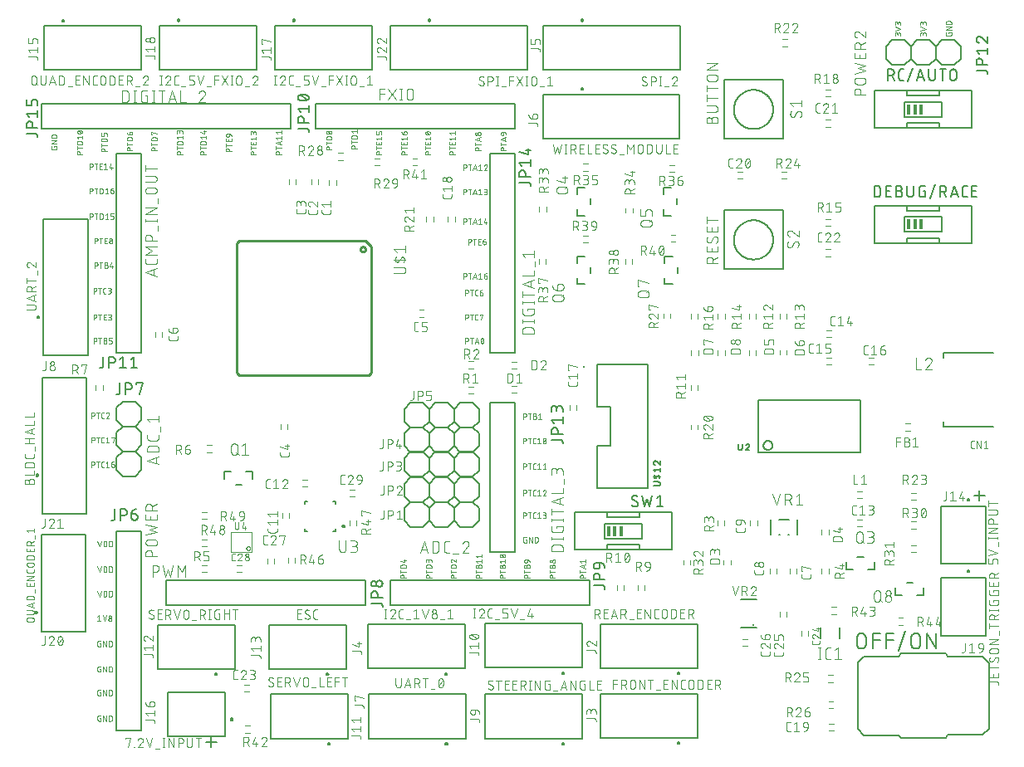
<source format=gto>
G04 EAGLE Gerber RS-274X export*
G75*
%MOMM*%
%FSLAX34Y34*%
%LPD*%
%INTop Silkscreen*%
%IPPOS*%
%AMOC8*
5,1,8,0,0,1.08239X$1,22.5*%
G01*
%ADD10C,0.050800*%
%ADD11C,0.152400*%
%ADD12C,0.254000*%
%ADD13C,0.101600*%
%ADD14C,0.076200*%
%ADD15C,0.127000*%
%ADD16C,0.200000*%
%ADD17C,0.203200*%
%ADD18R,0.381000X1.016000*%
%ADD19R,0.254000X0.254000*%
%ADD20C,0.200000*%
%ADD21C,0.080000*%
%ADD22C,0.177800*%


D10*
X78254Y212842D02*
X80117Y207254D01*
X81979Y212842D01*
X84234Y212842D02*
X84234Y207254D01*
X84234Y212842D02*
X85786Y212842D01*
X85862Y212840D01*
X85938Y212835D01*
X86014Y212825D01*
X86089Y212812D01*
X86163Y212795D01*
X86237Y212775D01*
X86309Y212751D01*
X86380Y212724D01*
X86450Y212693D01*
X86518Y212659D01*
X86584Y212621D01*
X86648Y212580D01*
X86711Y212537D01*
X86771Y212490D01*
X86828Y212440D01*
X86883Y212387D01*
X86936Y212332D01*
X86986Y212275D01*
X87033Y212215D01*
X87076Y212152D01*
X87117Y212088D01*
X87155Y212022D01*
X87189Y211954D01*
X87220Y211884D01*
X87247Y211813D01*
X87271Y211740D01*
X87291Y211667D01*
X87308Y211593D01*
X87321Y211518D01*
X87331Y211442D01*
X87336Y211366D01*
X87338Y211290D01*
X87338Y208806D01*
X87336Y208727D01*
X87330Y208649D01*
X87320Y208571D01*
X87306Y208494D01*
X87288Y208417D01*
X87267Y208341D01*
X87241Y208267D01*
X87212Y208194D01*
X87179Y208123D01*
X87143Y208053D01*
X87103Y207985D01*
X87060Y207919D01*
X87013Y207856D01*
X86964Y207795D01*
X86911Y207737D01*
X86855Y207681D01*
X86797Y207628D01*
X86736Y207579D01*
X86673Y207532D01*
X86607Y207489D01*
X86539Y207449D01*
X86470Y207413D01*
X86398Y207380D01*
X86325Y207351D01*
X86251Y207325D01*
X86175Y207304D01*
X86098Y207286D01*
X86021Y207272D01*
X85943Y207262D01*
X85865Y207256D01*
X85786Y207254D01*
X84234Y207254D01*
X90086Y207254D02*
X90086Y212842D01*
X91638Y212842D01*
X91714Y212840D01*
X91790Y212835D01*
X91866Y212825D01*
X91941Y212812D01*
X92015Y212795D01*
X92089Y212775D01*
X92161Y212751D01*
X92232Y212724D01*
X92302Y212693D01*
X92370Y212659D01*
X92436Y212621D01*
X92500Y212580D01*
X92563Y212537D01*
X92623Y212490D01*
X92680Y212440D01*
X92735Y212387D01*
X92788Y212332D01*
X92838Y212275D01*
X92885Y212215D01*
X92928Y212152D01*
X92969Y212088D01*
X93007Y212022D01*
X93041Y211954D01*
X93072Y211884D01*
X93099Y211813D01*
X93123Y211740D01*
X93143Y211667D01*
X93160Y211593D01*
X93173Y211518D01*
X93183Y211442D01*
X93188Y211366D01*
X93190Y211290D01*
X93190Y208806D01*
X93188Y208727D01*
X93182Y208649D01*
X93172Y208571D01*
X93158Y208494D01*
X93140Y208417D01*
X93119Y208341D01*
X93093Y208267D01*
X93064Y208194D01*
X93031Y208123D01*
X92995Y208053D01*
X92955Y207985D01*
X92912Y207919D01*
X92865Y207856D01*
X92816Y207795D01*
X92763Y207737D01*
X92707Y207681D01*
X92649Y207628D01*
X92588Y207579D01*
X92525Y207532D01*
X92459Y207489D01*
X92391Y207449D01*
X92322Y207413D01*
X92250Y207380D01*
X92177Y207351D01*
X92103Y207325D01*
X92027Y207304D01*
X91950Y207286D01*
X91873Y207272D01*
X91795Y207262D01*
X91717Y207256D01*
X91638Y207254D01*
X90086Y207254D01*
X78254Y186842D02*
X80117Y181254D01*
X81979Y186842D01*
X84234Y186842D02*
X84234Y181254D01*
X84234Y186842D02*
X85786Y186842D01*
X85862Y186840D01*
X85938Y186835D01*
X86014Y186825D01*
X86089Y186812D01*
X86163Y186795D01*
X86237Y186775D01*
X86309Y186751D01*
X86380Y186724D01*
X86450Y186693D01*
X86518Y186659D01*
X86584Y186621D01*
X86648Y186580D01*
X86711Y186537D01*
X86771Y186490D01*
X86828Y186440D01*
X86883Y186387D01*
X86936Y186332D01*
X86986Y186275D01*
X87033Y186215D01*
X87076Y186152D01*
X87117Y186088D01*
X87155Y186022D01*
X87189Y185954D01*
X87220Y185884D01*
X87247Y185813D01*
X87271Y185740D01*
X87291Y185667D01*
X87308Y185593D01*
X87321Y185518D01*
X87331Y185442D01*
X87336Y185366D01*
X87338Y185290D01*
X87338Y182806D01*
X87336Y182727D01*
X87330Y182649D01*
X87320Y182571D01*
X87306Y182494D01*
X87288Y182417D01*
X87267Y182341D01*
X87241Y182267D01*
X87212Y182194D01*
X87179Y182123D01*
X87143Y182053D01*
X87103Y181985D01*
X87060Y181919D01*
X87013Y181856D01*
X86964Y181795D01*
X86911Y181737D01*
X86855Y181681D01*
X86797Y181628D01*
X86736Y181579D01*
X86673Y181532D01*
X86607Y181489D01*
X86539Y181449D01*
X86470Y181413D01*
X86398Y181380D01*
X86325Y181351D01*
X86251Y181325D01*
X86175Y181304D01*
X86098Y181286D01*
X86021Y181272D01*
X85943Y181262D01*
X85865Y181256D01*
X85786Y181254D01*
X84234Y181254D01*
X90086Y181254D02*
X90086Y186842D01*
X91638Y186842D01*
X91714Y186840D01*
X91790Y186835D01*
X91866Y186825D01*
X91941Y186812D01*
X92015Y186795D01*
X92089Y186775D01*
X92161Y186751D01*
X92232Y186724D01*
X92302Y186693D01*
X92370Y186659D01*
X92436Y186621D01*
X92500Y186580D01*
X92563Y186537D01*
X92623Y186490D01*
X92680Y186440D01*
X92735Y186387D01*
X92788Y186332D01*
X92838Y186275D01*
X92885Y186215D01*
X92928Y186152D01*
X92969Y186088D01*
X93007Y186022D01*
X93041Y185954D01*
X93072Y185884D01*
X93099Y185813D01*
X93123Y185740D01*
X93143Y185667D01*
X93160Y185593D01*
X93173Y185518D01*
X93183Y185442D01*
X93188Y185366D01*
X93190Y185290D01*
X93190Y182806D01*
X93188Y182727D01*
X93182Y182649D01*
X93172Y182571D01*
X93158Y182494D01*
X93140Y182417D01*
X93119Y182341D01*
X93093Y182267D01*
X93064Y182194D01*
X93031Y182123D01*
X92995Y182053D01*
X92955Y181985D01*
X92912Y181919D01*
X92865Y181856D01*
X92816Y181795D01*
X92763Y181737D01*
X92707Y181681D01*
X92649Y181628D01*
X92588Y181579D01*
X92525Y181532D01*
X92459Y181489D01*
X92391Y181449D01*
X92322Y181413D01*
X92250Y181380D01*
X92177Y181351D01*
X92103Y181325D01*
X92027Y181304D01*
X91950Y181286D01*
X91873Y181272D01*
X91795Y181262D01*
X91717Y181256D01*
X91638Y181254D01*
X90086Y181254D01*
X78254Y161842D02*
X80117Y156254D01*
X81979Y161842D01*
X84234Y161842D02*
X84234Y156254D01*
X84234Y161842D02*
X85786Y161842D01*
X85862Y161840D01*
X85938Y161835D01*
X86014Y161825D01*
X86089Y161812D01*
X86163Y161795D01*
X86237Y161775D01*
X86309Y161751D01*
X86380Y161724D01*
X86450Y161693D01*
X86518Y161659D01*
X86584Y161621D01*
X86648Y161580D01*
X86711Y161537D01*
X86771Y161490D01*
X86828Y161440D01*
X86883Y161387D01*
X86936Y161332D01*
X86986Y161275D01*
X87033Y161215D01*
X87076Y161152D01*
X87117Y161088D01*
X87155Y161022D01*
X87189Y160954D01*
X87220Y160884D01*
X87247Y160813D01*
X87271Y160740D01*
X87291Y160667D01*
X87308Y160593D01*
X87321Y160518D01*
X87331Y160442D01*
X87336Y160366D01*
X87338Y160290D01*
X87338Y157806D01*
X87336Y157727D01*
X87330Y157649D01*
X87320Y157571D01*
X87306Y157494D01*
X87288Y157417D01*
X87267Y157341D01*
X87241Y157267D01*
X87212Y157194D01*
X87179Y157123D01*
X87143Y157053D01*
X87103Y156985D01*
X87060Y156919D01*
X87013Y156856D01*
X86964Y156795D01*
X86911Y156737D01*
X86855Y156681D01*
X86797Y156628D01*
X86736Y156579D01*
X86673Y156532D01*
X86607Y156489D01*
X86539Y156449D01*
X86470Y156413D01*
X86398Y156380D01*
X86325Y156351D01*
X86251Y156325D01*
X86175Y156304D01*
X86098Y156286D01*
X86021Y156272D01*
X85943Y156262D01*
X85865Y156256D01*
X85786Y156254D01*
X84234Y156254D01*
X90086Y156254D02*
X90086Y161842D01*
X91638Y161842D01*
X91714Y161840D01*
X91790Y161835D01*
X91866Y161825D01*
X91941Y161812D01*
X92015Y161795D01*
X92089Y161775D01*
X92161Y161751D01*
X92232Y161724D01*
X92302Y161693D01*
X92370Y161659D01*
X92436Y161621D01*
X92500Y161580D01*
X92563Y161537D01*
X92623Y161490D01*
X92680Y161440D01*
X92735Y161387D01*
X92788Y161332D01*
X92838Y161275D01*
X92885Y161215D01*
X92928Y161152D01*
X92969Y161088D01*
X93007Y161022D01*
X93041Y160954D01*
X93072Y160884D01*
X93099Y160813D01*
X93123Y160740D01*
X93143Y160667D01*
X93160Y160593D01*
X93173Y160518D01*
X93183Y160442D01*
X93188Y160366D01*
X93190Y160290D01*
X93190Y157806D01*
X93188Y157727D01*
X93182Y157649D01*
X93172Y157571D01*
X93158Y157494D01*
X93140Y157417D01*
X93119Y157341D01*
X93093Y157267D01*
X93064Y157194D01*
X93031Y157123D01*
X92995Y157053D01*
X92955Y156985D01*
X92912Y156919D01*
X92865Y156856D01*
X92816Y156795D01*
X92763Y156737D01*
X92707Y156681D01*
X92649Y156628D01*
X92588Y156579D01*
X92525Y156532D01*
X92459Y156489D01*
X92391Y156449D01*
X92322Y156413D01*
X92250Y156380D01*
X92177Y156351D01*
X92103Y156325D01*
X92027Y156304D01*
X91950Y156286D01*
X91873Y156272D01*
X91795Y156262D01*
X91717Y156256D01*
X91638Y156254D01*
X90086Y156254D01*
X79806Y136842D02*
X78254Y135600D01*
X79806Y136842D02*
X79806Y131254D01*
X78254Y131254D02*
X81358Y131254D01*
X85293Y131254D02*
X83430Y136842D01*
X87155Y136842D02*
X85293Y131254D01*
X89227Y132806D02*
X89229Y132883D01*
X89235Y132961D01*
X89244Y133037D01*
X89258Y133114D01*
X89275Y133189D01*
X89296Y133263D01*
X89321Y133337D01*
X89349Y133409D01*
X89381Y133479D01*
X89416Y133548D01*
X89455Y133615D01*
X89497Y133680D01*
X89542Y133743D01*
X89590Y133804D01*
X89641Y133862D01*
X89695Y133917D01*
X89752Y133970D01*
X89811Y134019D01*
X89873Y134066D01*
X89937Y134110D01*
X90003Y134150D01*
X90071Y134187D01*
X90141Y134221D01*
X90212Y134251D01*
X90285Y134277D01*
X90359Y134300D01*
X90434Y134319D01*
X90509Y134334D01*
X90586Y134346D01*
X90663Y134354D01*
X90740Y134358D01*
X90818Y134358D01*
X90895Y134354D01*
X90972Y134346D01*
X91049Y134334D01*
X91124Y134319D01*
X91199Y134300D01*
X91273Y134277D01*
X91346Y134251D01*
X91417Y134221D01*
X91487Y134187D01*
X91555Y134150D01*
X91621Y134110D01*
X91685Y134066D01*
X91747Y134019D01*
X91806Y133970D01*
X91863Y133917D01*
X91917Y133862D01*
X91968Y133804D01*
X92016Y133743D01*
X92061Y133680D01*
X92103Y133615D01*
X92142Y133548D01*
X92177Y133479D01*
X92209Y133409D01*
X92237Y133337D01*
X92262Y133263D01*
X92283Y133189D01*
X92300Y133114D01*
X92314Y133037D01*
X92323Y132961D01*
X92329Y132883D01*
X92331Y132806D01*
X92329Y132729D01*
X92323Y132651D01*
X92314Y132575D01*
X92300Y132498D01*
X92283Y132423D01*
X92262Y132349D01*
X92237Y132275D01*
X92209Y132203D01*
X92177Y132133D01*
X92142Y132064D01*
X92103Y131997D01*
X92061Y131932D01*
X92016Y131869D01*
X91968Y131808D01*
X91917Y131750D01*
X91863Y131695D01*
X91806Y131642D01*
X91747Y131593D01*
X91685Y131546D01*
X91621Y131502D01*
X91555Y131462D01*
X91487Y131425D01*
X91417Y131391D01*
X91346Y131361D01*
X91273Y131335D01*
X91199Y131312D01*
X91124Y131293D01*
X91049Y131278D01*
X90972Y131266D01*
X90895Y131258D01*
X90818Y131254D01*
X90740Y131254D01*
X90663Y131258D01*
X90586Y131266D01*
X90509Y131278D01*
X90434Y131293D01*
X90359Y131312D01*
X90285Y131335D01*
X90212Y131361D01*
X90141Y131391D01*
X90071Y131425D01*
X90003Y131462D01*
X89937Y131502D01*
X89873Y131546D01*
X89811Y131593D01*
X89752Y131642D01*
X89695Y131695D01*
X89641Y131750D01*
X89590Y131808D01*
X89542Y131869D01*
X89497Y131932D01*
X89455Y131997D01*
X89416Y132064D01*
X89381Y132133D01*
X89349Y132203D01*
X89321Y132275D01*
X89296Y132349D01*
X89275Y132423D01*
X89258Y132498D01*
X89244Y132575D01*
X89235Y132651D01*
X89229Y132729D01*
X89227Y132806D01*
X89537Y135600D02*
X89539Y135670D01*
X89545Y135739D01*
X89555Y135808D01*
X89568Y135876D01*
X89586Y135944D01*
X89607Y136010D01*
X89632Y136075D01*
X89660Y136139D01*
X89692Y136201D01*
X89727Y136261D01*
X89766Y136319D01*
X89808Y136374D01*
X89853Y136428D01*
X89901Y136478D01*
X89951Y136526D01*
X90005Y136571D01*
X90060Y136613D01*
X90118Y136652D01*
X90178Y136687D01*
X90240Y136719D01*
X90304Y136747D01*
X90369Y136772D01*
X90435Y136793D01*
X90503Y136811D01*
X90571Y136824D01*
X90640Y136834D01*
X90709Y136840D01*
X90779Y136842D01*
X90849Y136840D01*
X90918Y136834D01*
X90987Y136824D01*
X91055Y136811D01*
X91123Y136793D01*
X91189Y136772D01*
X91254Y136747D01*
X91318Y136719D01*
X91380Y136687D01*
X91440Y136652D01*
X91498Y136613D01*
X91553Y136571D01*
X91607Y136526D01*
X91657Y136478D01*
X91705Y136428D01*
X91750Y136374D01*
X91792Y136319D01*
X91831Y136261D01*
X91866Y136201D01*
X91898Y136139D01*
X91926Y136075D01*
X91951Y136010D01*
X91972Y135944D01*
X91990Y135876D01*
X92003Y135808D01*
X92013Y135739D01*
X92019Y135670D01*
X92021Y135600D01*
X92019Y135530D01*
X92013Y135461D01*
X92003Y135392D01*
X91990Y135324D01*
X91972Y135256D01*
X91951Y135190D01*
X91926Y135125D01*
X91898Y135061D01*
X91866Y134999D01*
X91831Y134939D01*
X91792Y134881D01*
X91750Y134826D01*
X91705Y134772D01*
X91657Y134722D01*
X91607Y134674D01*
X91553Y134629D01*
X91498Y134587D01*
X91440Y134548D01*
X91380Y134513D01*
X91318Y134481D01*
X91254Y134453D01*
X91189Y134428D01*
X91123Y134407D01*
X91055Y134389D01*
X90987Y134376D01*
X90918Y134366D01*
X90849Y134360D01*
X90779Y134358D01*
X90709Y134360D01*
X90640Y134366D01*
X90571Y134376D01*
X90503Y134389D01*
X90435Y134407D01*
X90369Y134428D01*
X90304Y134453D01*
X90240Y134481D01*
X90178Y134513D01*
X90118Y134548D01*
X90060Y134587D01*
X90005Y134629D01*
X89951Y134674D01*
X89901Y134722D01*
X89853Y134772D01*
X89808Y134826D01*
X89766Y134881D01*
X89727Y134939D01*
X89692Y134999D01*
X89660Y135061D01*
X89632Y135125D01*
X89607Y135190D01*
X89586Y135256D01*
X89568Y135324D01*
X89555Y135392D01*
X89545Y135461D01*
X89539Y135530D01*
X89537Y135600D01*
X81358Y108358D02*
X80427Y108358D01*
X81358Y108358D02*
X81358Y105254D01*
X79496Y105254D01*
X79426Y105256D01*
X79357Y105262D01*
X79288Y105272D01*
X79220Y105285D01*
X79152Y105303D01*
X79086Y105324D01*
X79021Y105349D01*
X78957Y105377D01*
X78895Y105409D01*
X78835Y105444D01*
X78777Y105483D01*
X78722Y105525D01*
X78668Y105570D01*
X78618Y105618D01*
X78570Y105668D01*
X78525Y105722D01*
X78483Y105777D01*
X78444Y105835D01*
X78409Y105895D01*
X78377Y105957D01*
X78349Y106021D01*
X78324Y106086D01*
X78303Y106152D01*
X78285Y106220D01*
X78272Y106288D01*
X78262Y106357D01*
X78256Y106426D01*
X78254Y106496D01*
X78254Y109600D01*
X78256Y109670D01*
X78262Y109739D01*
X78272Y109808D01*
X78285Y109876D01*
X78303Y109944D01*
X78324Y110010D01*
X78349Y110075D01*
X78377Y110139D01*
X78409Y110201D01*
X78444Y110261D01*
X78483Y110319D01*
X78525Y110374D01*
X78570Y110428D01*
X78618Y110478D01*
X78668Y110526D01*
X78722Y110571D01*
X78777Y110613D01*
X78835Y110652D01*
X78895Y110687D01*
X78957Y110719D01*
X79021Y110747D01*
X79086Y110772D01*
X79152Y110793D01*
X79220Y110811D01*
X79288Y110824D01*
X79357Y110834D01*
X79426Y110840D01*
X79496Y110842D01*
X81358Y110842D01*
X84106Y110842D02*
X84106Y105254D01*
X87211Y105254D02*
X84106Y110842D01*
X87211Y110842D02*
X87211Y105254D01*
X89958Y105254D02*
X89958Y110842D01*
X91510Y110842D01*
X91586Y110840D01*
X91662Y110835D01*
X91738Y110825D01*
X91813Y110812D01*
X91887Y110795D01*
X91961Y110775D01*
X92033Y110751D01*
X92104Y110724D01*
X92174Y110693D01*
X92242Y110659D01*
X92308Y110621D01*
X92372Y110580D01*
X92435Y110537D01*
X92495Y110490D01*
X92552Y110440D01*
X92607Y110387D01*
X92660Y110332D01*
X92710Y110275D01*
X92757Y110215D01*
X92800Y110152D01*
X92841Y110088D01*
X92879Y110022D01*
X92913Y109954D01*
X92944Y109884D01*
X92971Y109813D01*
X92995Y109740D01*
X93015Y109667D01*
X93032Y109593D01*
X93045Y109518D01*
X93055Y109442D01*
X93060Y109366D01*
X93062Y109290D01*
X93063Y109290D02*
X93063Y106806D01*
X93062Y106806D02*
X93060Y106727D01*
X93054Y106649D01*
X93044Y106571D01*
X93030Y106494D01*
X93012Y106417D01*
X92991Y106341D01*
X92965Y106267D01*
X92936Y106194D01*
X92903Y106123D01*
X92867Y106053D01*
X92827Y105985D01*
X92784Y105919D01*
X92737Y105856D01*
X92688Y105795D01*
X92635Y105737D01*
X92579Y105681D01*
X92521Y105628D01*
X92460Y105579D01*
X92397Y105532D01*
X92331Y105489D01*
X92263Y105449D01*
X92194Y105413D01*
X92122Y105380D01*
X92049Y105351D01*
X91975Y105325D01*
X91899Y105304D01*
X91822Y105286D01*
X91745Y105272D01*
X91667Y105262D01*
X91589Y105256D01*
X91510Y105254D01*
X89958Y105254D01*
X81358Y82358D02*
X80427Y82358D01*
X81358Y82358D02*
X81358Y79254D01*
X79496Y79254D01*
X79426Y79256D01*
X79357Y79262D01*
X79288Y79272D01*
X79220Y79285D01*
X79152Y79303D01*
X79086Y79324D01*
X79021Y79349D01*
X78957Y79377D01*
X78895Y79409D01*
X78835Y79444D01*
X78777Y79483D01*
X78722Y79525D01*
X78668Y79570D01*
X78618Y79618D01*
X78570Y79668D01*
X78525Y79722D01*
X78483Y79777D01*
X78444Y79835D01*
X78409Y79895D01*
X78377Y79957D01*
X78349Y80021D01*
X78324Y80086D01*
X78303Y80152D01*
X78285Y80220D01*
X78272Y80288D01*
X78262Y80357D01*
X78256Y80426D01*
X78254Y80496D01*
X78254Y83600D01*
X78256Y83670D01*
X78262Y83739D01*
X78272Y83808D01*
X78285Y83876D01*
X78303Y83944D01*
X78324Y84010D01*
X78349Y84075D01*
X78377Y84139D01*
X78409Y84201D01*
X78444Y84261D01*
X78483Y84319D01*
X78525Y84374D01*
X78570Y84428D01*
X78618Y84478D01*
X78668Y84526D01*
X78722Y84571D01*
X78777Y84613D01*
X78835Y84652D01*
X78895Y84687D01*
X78957Y84719D01*
X79021Y84747D01*
X79086Y84772D01*
X79152Y84793D01*
X79220Y84811D01*
X79288Y84824D01*
X79357Y84834D01*
X79426Y84840D01*
X79496Y84842D01*
X81358Y84842D01*
X84106Y84842D02*
X84106Y79254D01*
X87211Y79254D02*
X84106Y84842D01*
X87211Y84842D02*
X87211Y79254D01*
X89958Y79254D02*
X89958Y84842D01*
X91510Y84842D01*
X91586Y84840D01*
X91662Y84835D01*
X91738Y84825D01*
X91813Y84812D01*
X91887Y84795D01*
X91961Y84775D01*
X92033Y84751D01*
X92104Y84724D01*
X92174Y84693D01*
X92242Y84659D01*
X92308Y84621D01*
X92372Y84580D01*
X92435Y84537D01*
X92495Y84490D01*
X92552Y84440D01*
X92607Y84387D01*
X92660Y84332D01*
X92710Y84275D01*
X92757Y84215D01*
X92800Y84152D01*
X92841Y84088D01*
X92879Y84022D01*
X92913Y83954D01*
X92944Y83884D01*
X92971Y83813D01*
X92995Y83740D01*
X93015Y83667D01*
X93032Y83593D01*
X93045Y83518D01*
X93055Y83442D01*
X93060Y83366D01*
X93062Y83290D01*
X93063Y83290D02*
X93063Y80806D01*
X93062Y80806D02*
X93060Y80727D01*
X93054Y80649D01*
X93044Y80571D01*
X93030Y80494D01*
X93012Y80417D01*
X92991Y80341D01*
X92965Y80267D01*
X92936Y80194D01*
X92903Y80123D01*
X92867Y80053D01*
X92827Y79985D01*
X92784Y79919D01*
X92737Y79856D01*
X92688Y79795D01*
X92635Y79737D01*
X92579Y79681D01*
X92521Y79628D01*
X92460Y79579D01*
X92397Y79532D01*
X92331Y79489D01*
X92263Y79449D01*
X92194Y79413D01*
X92122Y79380D01*
X92049Y79351D01*
X91975Y79325D01*
X91899Y79304D01*
X91822Y79286D01*
X91745Y79272D01*
X91667Y79262D01*
X91589Y79256D01*
X91510Y79254D01*
X89958Y79254D01*
X81358Y58358D02*
X80427Y58358D01*
X81358Y58358D02*
X81358Y55254D01*
X79496Y55254D01*
X79426Y55256D01*
X79357Y55262D01*
X79288Y55272D01*
X79220Y55285D01*
X79152Y55303D01*
X79086Y55324D01*
X79021Y55349D01*
X78957Y55377D01*
X78895Y55409D01*
X78835Y55444D01*
X78777Y55483D01*
X78722Y55525D01*
X78668Y55570D01*
X78618Y55618D01*
X78570Y55668D01*
X78525Y55722D01*
X78483Y55777D01*
X78444Y55835D01*
X78409Y55895D01*
X78377Y55957D01*
X78349Y56021D01*
X78324Y56086D01*
X78303Y56152D01*
X78285Y56220D01*
X78272Y56288D01*
X78262Y56357D01*
X78256Y56426D01*
X78254Y56496D01*
X78254Y59600D01*
X78256Y59670D01*
X78262Y59739D01*
X78272Y59808D01*
X78285Y59876D01*
X78303Y59944D01*
X78324Y60010D01*
X78349Y60075D01*
X78377Y60139D01*
X78409Y60201D01*
X78444Y60261D01*
X78483Y60319D01*
X78525Y60374D01*
X78570Y60428D01*
X78618Y60478D01*
X78668Y60526D01*
X78722Y60571D01*
X78777Y60613D01*
X78835Y60652D01*
X78895Y60687D01*
X78957Y60719D01*
X79021Y60747D01*
X79086Y60772D01*
X79152Y60793D01*
X79220Y60811D01*
X79288Y60824D01*
X79357Y60834D01*
X79426Y60840D01*
X79496Y60842D01*
X81358Y60842D01*
X84106Y60842D02*
X84106Y55254D01*
X87211Y55254D02*
X84106Y60842D01*
X87211Y60842D02*
X87211Y55254D01*
X89958Y55254D02*
X89958Y60842D01*
X91510Y60842D01*
X91586Y60840D01*
X91662Y60835D01*
X91738Y60825D01*
X91813Y60812D01*
X91887Y60795D01*
X91961Y60775D01*
X92033Y60751D01*
X92104Y60724D01*
X92174Y60693D01*
X92242Y60659D01*
X92308Y60621D01*
X92372Y60580D01*
X92435Y60537D01*
X92495Y60490D01*
X92552Y60440D01*
X92607Y60387D01*
X92660Y60332D01*
X92710Y60275D01*
X92757Y60215D01*
X92800Y60152D01*
X92841Y60088D01*
X92879Y60022D01*
X92913Y59954D01*
X92944Y59884D01*
X92971Y59813D01*
X92995Y59740D01*
X93015Y59667D01*
X93032Y59593D01*
X93045Y59518D01*
X93055Y59442D01*
X93060Y59366D01*
X93062Y59290D01*
X93063Y59290D02*
X93063Y56806D01*
X93062Y56806D02*
X93060Y56727D01*
X93054Y56649D01*
X93044Y56571D01*
X93030Y56494D01*
X93012Y56417D01*
X92991Y56341D01*
X92965Y56267D01*
X92936Y56194D01*
X92903Y56123D01*
X92867Y56053D01*
X92827Y55985D01*
X92784Y55919D01*
X92737Y55856D01*
X92688Y55795D01*
X92635Y55737D01*
X92579Y55681D01*
X92521Y55628D01*
X92460Y55579D01*
X92397Y55532D01*
X92331Y55489D01*
X92263Y55449D01*
X92194Y55413D01*
X92122Y55380D01*
X92049Y55351D01*
X91975Y55325D01*
X91899Y55304D01*
X91822Y55286D01*
X91745Y55272D01*
X91667Y55262D01*
X91589Y55256D01*
X91510Y55254D01*
X89958Y55254D01*
X81358Y32358D02*
X80427Y32358D01*
X81358Y32358D02*
X81358Y29254D01*
X79496Y29254D01*
X79426Y29256D01*
X79357Y29262D01*
X79288Y29272D01*
X79220Y29285D01*
X79152Y29303D01*
X79086Y29324D01*
X79021Y29349D01*
X78957Y29377D01*
X78895Y29409D01*
X78835Y29444D01*
X78777Y29483D01*
X78722Y29525D01*
X78668Y29570D01*
X78618Y29618D01*
X78570Y29668D01*
X78525Y29722D01*
X78483Y29777D01*
X78444Y29835D01*
X78409Y29895D01*
X78377Y29957D01*
X78349Y30021D01*
X78324Y30086D01*
X78303Y30152D01*
X78285Y30220D01*
X78272Y30288D01*
X78262Y30357D01*
X78256Y30426D01*
X78254Y30496D01*
X78254Y33600D01*
X78256Y33670D01*
X78262Y33739D01*
X78272Y33808D01*
X78285Y33876D01*
X78303Y33944D01*
X78324Y34010D01*
X78349Y34075D01*
X78377Y34139D01*
X78409Y34201D01*
X78444Y34261D01*
X78483Y34319D01*
X78525Y34374D01*
X78570Y34428D01*
X78618Y34478D01*
X78668Y34526D01*
X78722Y34571D01*
X78777Y34613D01*
X78835Y34652D01*
X78895Y34687D01*
X78957Y34719D01*
X79021Y34747D01*
X79086Y34772D01*
X79152Y34793D01*
X79220Y34811D01*
X79288Y34824D01*
X79357Y34834D01*
X79426Y34840D01*
X79496Y34842D01*
X81358Y34842D01*
X84106Y34842D02*
X84106Y29254D01*
X87211Y29254D02*
X84106Y34842D01*
X87211Y34842D02*
X87211Y29254D01*
X89958Y29254D02*
X89958Y34842D01*
X91510Y34842D01*
X91586Y34840D01*
X91662Y34835D01*
X91738Y34825D01*
X91813Y34812D01*
X91887Y34795D01*
X91961Y34775D01*
X92033Y34751D01*
X92104Y34724D01*
X92174Y34693D01*
X92242Y34659D01*
X92308Y34621D01*
X92372Y34580D01*
X92435Y34537D01*
X92495Y34490D01*
X92552Y34440D01*
X92607Y34387D01*
X92660Y34332D01*
X92710Y34275D01*
X92757Y34215D01*
X92800Y34152D01*
X92841Y34088D01*
X92879Y34022D01*
X92913Y33954D01*
X92944Y33884D01*
X92971Y33813D01*
X92995Y33740D01*
X93015Y33667D01*
X93032Y33593D01*
X93045Y33518D01*
X93055Y33442D01*
X93060Y33366D01*
X93062Y33290D01*
X93063Y33290D02*
X93063Y30806D01*
X93062Y30806D02*
X93060Y30727D01*
X93054Y30649D01*
X93044Y30571D01*
X93030Y30494D01*
X93012Y30417D01*
X92991Y30341D01*
X92965Y30267D01*
X92936Y30194D01*
X92903Y30123D01*
X92867Y30053D01*
X92827Y29985D01*
X92784Y29919D01*
X92737Y29856D01*
X92688Y29795D01*
X92635Y29737D01*
X92579Y29681D01*
X92521Y29628D01*
X92460Y29579D01*
X92397Y29532D01*
X92331Y29489D01*
X92263Y29449D01*
X92194Y29413D01*
X92122Y29380D01*
X92049Y29351D01*
X91975Y29325D01*
X91899Y29304D01*
X91822Y29286D01*
X91745Y29272D01*
X91667Y29262D01*
X91589Y29256D01*
X91510Y29254D01*
X89958Y29254D01*
X72254Y338254D02*
X72254Y343842D01*
X73806Y343842D01*
X73883Y343840D01*
X73961Y343834D01*
X74037Y343825D01*
X74114Y343811D01*
X74189Y343794D01*
X74263Y343773D01*
X74337Y343748D01*
X74409Y343720D01*
X74479Y343688D01*
X74548Y343653D01*
X74615Y343614D01*
X74680Y343572D01*
X74743Y343527D01*
X74804Y343479D01*
X74862Y343428D01*
X74917Y343374D01*
X74970Y343317D01*
X75019Y343258D01*
X75066Y343196D01*
X75110Y343132D01*
X75150Y343066D01*
X75187Y342998D01*
X75221Y342928D01*
X75251Y342857D01*
X75277Y342784D01*
X75300Y342710D01*
X75319Y342635D01*
X75334Y342560D01*
X75346Y342483D01*
X75354Y342406D01*
X75358Y342329D01*
X75358Y342251D01*
X75354Y342174D01*
X75346Y342097D01*
X75334Y342020D01*
X75319Y341945D01*
X75300Y341870D01*
X75277Y341796D01*
X75251Y341723D01*
X75221Y341652D01*
X75187Y341582D01*
X75150Y341514D01*
X75110Y341448D01*
X75066Y341384D01*
X75019Y341322D01*
X74970Y341263D01*
X74917Y341206D01*
X74862Y341152D01*
X74804Y341101D01*
X74743Y341053D01*
X74680Y341008D01*
X74615Y340966D01*
X74548Y340927D01*
X74479Y340892D01*
X74409Y340860D01*
X74337Y340832D01*
X74263Y340807D01*
X74189Y340786D01*
X74114Y340769D01*
X74037Y340755D01*
X73961Y340746D01*
X73883Y340740D01*
X73806Y340738D01*
X72254Y340738D01*
X78661Y338254D02*
X78661Y343842D01*
X77109Y343842D02*
X80213Y343842D01*
X83455Y338254D02*
X84697Y338254D01*
X83455Y338254D02*
X83385Y338256D01*
X83316Y338262D01*
X83247Y338272D01*
X83179Y338285D01*
X83111Y338303D01*
X83045Y338324D01*
X82980Y338349D01*
X82916Y338377D01*
X82854Y338409D01*
X82794Y338444D01*
X82736Y338483D01*
X82681Y338525D01*
X82627Y338570D01*
X82577Y338618D01*
X82529Y338668D01*
X82484Y338722D01*
X82442Y338777D01*
X82403Y338835D01*
X82368Y338895D01*
X82336Y338957D01*
X82308Y339021D01*
X82283Y339086D01*
X82262Y339152D01*
X82244Y339220D01*
X82231Y339288D01*
X82221Y339357D01*
X82215Y339426D01*
X82213Y339496D01*
X82213Y342600D01*
X82215Y342670D01*
X82221Y342739D01*
X82231Y342808D01*
X82244Y342876D01*
X82262Y342944D01*
X82283Y343010D01*
X82308Y343075D01*
X82336Y343139D01*
X82368Y343201D01*
X82403Y343261D01*
X82442Y343319D01*
X82484Y343374D01*
X82529Y343428D01*
X82577Y343478D01*
X82627Y343526D01*
X82681Y343571D01*
X82736Y343613D01*
X82794Y343652D01*
X82854Y343687D01*
X82916Y343719D01*
X82980Y343747D01*
X83045Y343772D01*
X83111Y343793D01*
X83179Y343811D01*
X83247Y343824D01*
X83316Y343834D01*
X83385Y343840D01*
X83455Y343842D01*
X84697Y343842D01*
X88509Y343842D02*
X88582Y343840D01*
X88655Y343834D01*
X88728Y343825D01*
X88799Y343811D01*
X88871Y343794D01*
X88941Y343774D01*
X89010Y343749D01*
X89077Y343721D01*
X89143Y343690D01*
X89208Y343655D01*
X89270Y343617D01*
X89330Y343575D01*
X89388Y343531D01*
X89444Y343483D01*
X89497Y343433D01*
X89547Y343380D01*
X89595Y343324D01*
X89639Y343266D01*
X89681Y343206D01*
X89719Y343144D01*
X89754Y343079D01*
X89785Y343013D01*
X89813Y342946D01*
X89838Y342877D01*
X89858Y342807D01*
X89875Y342735D01*
X89889Y342664D01*
X89898Y342591D01*
X89904Y342518D01*
X89906Y342445D01*
X88509Y343842D02*
X88425Y343840D01*
X88342Y343834D01*
X88259Y343825D01*
X88177Y343811D01*
X88095Y343794D01*
X88014Y343772D01*
X87934Y343747D01*
X87856Y343719D01*
X87778Y343687D01*
X87703Y343651D01*
X87629Y343612D01*
X87557Y343569D01*
X87487Y343523D01*
X87420Y343474D01*
X87354Y343421D01*
X87292Y343366D01*
X87232Y343308D01*
X87174Y343247D01*
X87120Y343184D01*
X87068Y343118D01*
X87020Y343050D01*
X86975Y342979D01*
X86933Y342907D01*
X86895Y342832D01*
X86860Y342756D01*
X86829Y342679D01*
X86801Y342600D01*
X89439Y341359D02*
X89493Y341412D01*
X89544Y341469D01*
X89592Y341528D01*
X89637Y341589D01*
X89678Y341652D01*
X89717Y341718D01*
X89752Y341785D01*
X89784Y341854D01*
X89812Y341925D01*
X89836Y341996D01*
X89857Y342069D01*
X89874Y342143D01*
X89888Y342218D01*
X89897Y342293D01*
X89903Y342369D01*
X89905Y342445D01*
X89440Y341358D02*
X86801Y338254D01*
X89906Y338254D01*
X72254Y318842D02*
X72254Y313254D01*
X72254Y318842D02*
X73806Y318842D01*
X73883Y318840D01*
X73961Y318834D01*
X74037Y318825D01*
X74114Y318811D01*
X74189Y318794D01*
X74263Y318773D01*
X74337Y318748D01*
X74409Y318720D01*
X74479Y318688D01*
X74548Y318653D01*
X74615Y318614D01*
X74680Y318572D01*
X74743Y318527D01*
X74804Y318479D01*
X74862Y318428D01*
X74917Y318374D01*
X74970Y318317D01*
X75019Y318258D01*
X75066Y318196D01*
X75110Y318132D01*
X75150Y318066D01*
X75187Y317998D01*
X75221Y317928D01*
X75251Y317857D01*
X75277Y317784D01*
X75300Y317710D01*
X75319Y317635D01*
X75334Y317560D01*
X75346Y317483D01*
X75354Y317406D01*
X75358Y317329D01*
X75358Y317251D01*
X75354Y317174D01*
X75346Y317097D01*
X75334Y317020D01*
X75319Y316945D01*
X75300Y316870D01*
X75277Y316796D01*
X75251Y316723D01*
X75221Y316652D01*
X75187Y316582D01*
X75150Y316514D01*
X75110Y316448D01*
X75066Y316384D01*
X75019Y316322D01*
X74970Y316263D01*
X74917Y316206D01*
X74862Y316152D01*
X74804Y316101D01*
X74743Y316053D01*
X74680Y316008D01*
X74615Y315966D01*
X74548Y315927D01*
X74479Y315892D01*
X74409Y315860D01*
X74337Y315832D01*
X74263Y315807D01*
X74189Y315786D01*
X74114Y315769D01*
X74037Y315755D01*
X73961Y315746D01*
X73883Y315740D01*
X73806Y315738D01*
X72254Y315738D01*
X78661Y313254D02*
X78661Y318842D01*
X77109Y318842D02*
X80213Y318842D01*
X83455Y313254D02*
X84697Y313254D01*
X83455Y313254D02*
X83385Y313256D01*
X83316Y313262D01*
X83247Y313272D01*
X83179Y313285D01*
X83111Y313303D01*
X83045Y313324D01*
X82980Y313349D01*
X82916Y313377D01*
X82854Y313409D01*
X82794Y313444D01*
X82736Y313483D01*
X82681Y313525D01*
X82627Y313570D01*
X82577Y313618D01*
X82529Y313668D01*
X82484Y313722D01*
X82442Y313777D01*
X82403Y313835D01*
X82368Y313895D01*
X82336Y313957D01*
X82308Y314021D01*
X82283Y314086D01*
X82262Y314152D01*
X82244Y314220D01*
X82231Y314288D01*
X82221Y314357D01*
X82215Y314426D01*
X82213Y314496D01*
X82213Y317600D01*
X82215Y317670D01*
X82221Y317739D01*
X82231Y317808D01*
X82244Y317876D01*
X82262Y317944D01*
X82283Y318010D01*
X82308Y318075D01*
X82336Y318139D01*
X82368Y318201D01*
X82403Y318261D01*
X82442Y318319D01*
X82484Y318374D01*
X82529Y318428D01*
X82577Y318478D01*
X82627Y318526D01*
X82681Y318571D01*
X82736Y318613D01*
X82794Y318652D01*
X82854Y318687D01*
X82916Y318719D01*
X82980Y318747D01*
X83045Y318772D01*
X83111Y318793D01*
X83179Y318811D01*
X83247Y318824D01*
X83316Y318834D01*
X83385Y318840D01*
X83455Y318842D01*
X84697Y318842D01*
X86801Y317600D02*
X88354Y318842D01*
X88354Y313254D01*
X89906Y313254D02*
X86801Y313254D01*
X92288Y318221D02*
X92288Y318842D01*
X95392Y318842D01*
X93840Y313254D01*
X72254Y293842D02*
X72254Y288254D01*
X72254Y293842D02*
X73806Y293842D01*
X73883Y293840D01*
X73961Y293834D01*
X74037Y293825D01*
X74114Y293811D01*
X74189Y293794D01*
X74263Y293773D01*
X74337Y293748D01*
X74409Y293720D01*
X74479Y293688D01*
X74548Y293653D01*
X74615Y293614D01*
X74680Y293572D01*
X74743Y293527D01*
X74804Y293479D01*
X74862Y293428D01*
X74917Y293374D01*
X74970Y293317D01*
X75019Y293258D01*
X75066Y293196D01*
X75110Y293132D01*
X75150Y293066D01*
X75187Y292998D01*
X75221Y292928D01*
X75251Y292857D01*
X75277Y292784D01*
X75300Y292710D01*
X75319Y292635D01*
X75334Y292560D01*
X75346Y292483D01*
X75354Y292406D01*
X75358Y292329D01*
X75358Y292251D01*
X75354Y292174D01*
X75346Y292097D01*
X75334Y292020D01*
X75319Y291945D01*
X75300Y291870D01*
X75277Y291796D01*
X75251Y291723D01*
X75221Y291652D01*
X75187Y291582D01*
X75150Y291514D01*
X75110Y291448D01*
X75066Y291384D01*
X75019Y291322D01*
X74970Y291263D01*
X74917Y291206D01*
X74862Y291152D01*
X74804Y291101D01*
X74743Y291053D01*
X74680Y291008D01*
X74615Y290966D01*
X74548Y290927D01*
X74479Y290892D01*
X74409Y290860D01*
X74337Y290832D01*
X74263Y290807D01*
X74189Y290786D01*
X74114Y290769D01*
X74037Y290755D01*
X73961Y290746D01*
X73883Y290740D01*
X73806Y290738D01*
X72254Y290738D01*
X78661Y288254D02*
X78661Y293842D01*
X77109Y293842D02*
X80213Y293842D01*
X83455Y288254D02*
X84697Y288254D01*
X83455Y288254D02*
X83385Y288256D01*
X83316Y288262D01*
X83247Y288272D01*
X83179Y288285D01*
X83111Y288303D01*
X83045Y288324D01*
X82980Y288349D01*
X82916Y288377D01*
X82854Y288409D01*
X82794Y288444D01*
X82736Y288483D01*
X82681Y288525D01*
X82627Y288570D01*
X82577Y288618D01*
X82529Y288668D01*
X82484Y288722D01*
X82442Y288777D01*
X82403Y288835D01*
X82368Y288895D01*
X82336Y288957D01*
X82308Y289021D01*
X82283Y289086D01*
X82262Y289152D01*
X82244Y289220D01*
X82231Y289288D01*
X82221Y289357D01*
X82215Y289426D01*
X82213Y289496D01*
X82213Y292600D01*
X82215Y292670D01*
X82221Y292739D01*
X82231Y292808D01*
X82244Y292876D01*
X82262Y292944D01*
X82283Y293010D01*
X82308Y293075D01*
X82336Y293139D01*
X82368Y293201D01*
X82403Y293261D01*
X82442Y293319D01*
X82484Y293374D01*
X82529Y293428D01*
X82577Y293478D01*
X82627Y293526D01*
X82681Y293571D01*
X82736Y293613D01*
X82794Y293652D01*
X82854Y293687D01*
X82916Y293719D01*
X82980Y293747D01*
X83045Y293772D01*
X83111Y293793D01*
X83179Y293811D01*
X83247Y293824D01*
X83316Y293834D01*
X83385Y293840D01*
X83455Y293842D01*
X84697Y293842D01*
X86801Y292600D02*
X88354Y293842D01*
X88354Y288254D01*
X89906Y288254D02*
X86801Y288254D01*
X92288Y291358D02*
X94150Y291358D01*
X94150Y291359D02*
X94220Y291357D01*
X94289Y291351D01*
X94358Y291341D01*
X94426Y291328D01*
X94494Y291310D01*
X94560Y291289D01*
X94625Y291264D01*
X94689Y291236D01*
X94751Y291204D01*
X94811Y291169D01*
X94869Y291130D01*
X94924Y291088D01*
X94978Y291043D01*
X95028Y290995D01*
X95076Y290945D01*
X95121Y290891D01*
X95163Y290836D01*
X95202Y290778D01*
X95237Y290718D01*
X95269Y290656D01*
X95297Y290592D01*
X95322Y290527D01*
X95343Y290461D01*
X95361Y290393D01*
X95374Y290325D01*
X95384Y290256D01*
X95390Y290187D01*
X95392Y290117D01*
X95392Y289806D01*
X95390Y289729D01*
X95384Y289651D01*
X95375Y289575D01*
X95361Y289498D01*
X95344Y289423D01*
X95323Y289349D01*
X95298Y289275D01*
X95270Y289203D01*
X95238Y289133D01*
X95203Y289064D01*
X95164Y288997D01*
X95122Y288932D01*
X95077Y288869D01*
X95029Y288808D01*
X94978Y288750D01*
X94924Y288695D01*
X94867Y288642D01*
X94808Y288593D01*
X94746Y288546D01*
X94682Y288502D01*
X94616Y288462D01*
X94548Y288425D01*
X94478Y288391D01*
X94407Y288361D01*
X94334Y288335D01*
X94260Y288312D01*
X94185Y288293D01*
X94110Y288278D01*
X94033Y288266D01*
X93956Y288258D01*
X93879Y288254D01*
X93801Y288254D01*
X93724Y288258D01*
X93647Y288266D01*
X93570Y288278D01*
X93495Y288293D01*
X93420Y288312D01*
X93346Y288335D01*
X93273Y288361D01*
X93202Y288391D01*
X93132Y288425D01*
X93064Y288462D01*
X92998Y288502D01*
X92934Y288546D01*
X92872Y288593D01*
X92813Y288642D01*
X92756Y288695D01*
X92702Y288750D01*
X92651Y288808D01*
X92603Y288869D01*
X92558Y288932D01*
X92516Y288997D01*
X92477Y289064D01*
X92442Y289133D01*
X92410Y289203D01*
X92382Y289275D01*
X92357Y289349D01*
X92336Y289423D01*
X92319Y289498D01*
X92305Y289575D01*
X92296Y289651D01*
X92290Y289729D01*
X92288Y289806D01*
X92288Y291358D01*
X92287Y291358D02*
X92289Y291456D01*
X92295Y291553D01*
X92304Y291650D01*
X92318Y291747D01*
X92335Y291843D01*
X92356Y291938D01*
X92380Y292032D01*
X92409Y292126D01*
X92441Y292218D01*
X92476Y292309D01*
X92515Y292398D01*
X92558Y292486D01*
X92604Y292572D01*
X92653Y292656D01*
X92706Y292738D01*
X92761Y292818D01*
X92820Y292896D01*
X92882Y292971D01*
X92947Y293044D01*
X93015Y293114D01*
X93085Y293182D01*
X93158Y293247D01*
X93233Y293309D01*
X93311Y293368D01*
X93391Y293423D01*
X93473Y293476D01*
X93557Y293525D01*
X93643Y293571D01*
X93731Y293614D01*
X93820Y293653D01*
X93911Y293688D01*
X94003Y293720D01*
X94097Y293749D01*
X94191Y293773D01*
X94286Y293794D01*
X94382Y293811D01*
X94479Y293825D01*
X94576Y293834D01*
X94673Y293840D01*
X94771Y293842D01*
X74254Y438254D02*
X74254Y443842D01*
X75806Y443842D01*
X75883Y443840D01*
X75961Y443834D01*
X76037Y443825D01*
X76114Y443811D01*
X76189Y443794D01*
X76263Y443773D01*
X76337Y443748D01*
X76409Y443720D01*
X76479Y443688D01*
X76548Y443653D01*
X76615Y443614D01*
X76680Y443572D01*
X76743Y443527D01*
X76804Y443479D01*
X76862Y443428D01*
X76917Y443374D01*
X76970Y443317D01*
X77019Y443258D01*
X77066Y443196D01*
X77110Y443132D01*
X77150Y443066D01*
X77187Y442998D01*
X77221Y442928D01*
X77251Y442857D01*
X77277Y442784D01*
X77300Y442710D01*
X77319Y442635D01*
X77334Y442560D01*
X77346Y442483D01*
X77354Y442406D01*
X77358Y442329D01*
X77358Y442251D01*
X77354Y442174D01*
X77346Y442097D01*
X77334Y442020D01*
X77319Y441945D01*
X77300Y441870D01*
X77277Y441796D01*
X77251Y441723D01*
X77221Y441652D01*
X77187Y441582D01*
X77150Y441514D01*
X77110Y441448D01*
X77066Y441384D01*
X77019Y441322D01*
X76970Y441263D01*
X76917Y441206D01*
X76862Y441152D01*
X76804Y441101D01*
X76743Y441053D01*
X76680Y441008D01*
X76615Y440966D01*
X76548Y440927D01*
X76479Y440892D01*
X76409Y440860D01*
X76337Y440832D01*
X76263Y440807D01*
X76189Y440786D01*
X76114Y440769D01*
X76037Y440755D01*
X75961Y440746D01*
X75883Y440740D01*
X75806Y440738D01*
X74254Y440738D01*
X80661Y438254D02*
X80661Y443842D01*
X79109Y443842D02*
X82213Y443842D01*
X84423Y438254D02*
X86907Y438254D01*
X84423Y438254D02*
X84423Y443842D01*
X86907Y443842D01*
X86286Y441358D02*
X84423Y441358D01*
X88984Y438254D02*
X90536Y438254D01*
X90613Y438256D01*
X90691Y438262D01*
X90767Y438271D01*
X90844Y438285D01*
X90919Y438302D01*
X90993Y438323D01*
X91067Y438348D01*
X91139Y438376D01*
X91209Y438408D01*
X91278Y438443D01*
X91345Y438482D01*
X91410Y438524D01*
X91473Y438569D01*
X91534Y438617D01*
X91592Y438668D01*
X91647Y438722D01*
X91700Y438779D01*
X91749Y438838D01*
X91796Y438900D01*
X91840Y438964D01*
X91880Y439030D01*
X91917Y439098D01*
X91951Y439168D01*
X91981Y439239D01*
X92007Y439312D01*
X92030Y439386D01*
X92049Y439461D01*
X92064Y439536D01*
X92076Y439613D01*
X92084Y439690D01*
X92088Y439767D01*
X92088Y439845D01*
X92084Y439922D01*
X92076Y439999D01*
X92064Y440076D01*
X92049Y440151D01*
X92030Y440226D01*
X92007Y440300D01*
X91981Y440373D01*
X91951Y440444D01*
X91917Y440514D01*
X91880Y440582D01*
X91840Y440648D01*
X91796Y440712D01*
X91749Y440774D01*
X91700Y440833D01*
X91647Y440890D01*
X91592Y440944D01*
X91534Y440995D01*
X91473Y441043D01*
X91410Y441088D01*
X91345Y441130D01*
X91278Y441169D01*
X91209Y441204D01*
X91139Y441236D01*
X91067Y441264D01*
X90993Y441289D01*
X90919Y441310D01*
X90844Y441327D01*
X90767Y441341D01*
X90691Y441350D01*
X90613Y441356D01*
X90536Y441358D01*
X90847Y443842D02*
X88984Y443842D01*
X90847Y443842D02*
X90917Y443840D01*
X90986Y443834D01*
X91055Y443824D01*
X91123Y443811D01*
X91191Y443793D01*
X91257Y443772D01*
X91322Y443747D01*
X91386Y443719D01*
X91448Y443687D01*
X91508Y443652D01*
X91566Y443613D01*
X91621Y443571D01*
X91675Y443526D01*
X91725Y443478D01*
X91773Y443428D01*
X91818Y443374D01*
X91860Y443319D01*
X91899Y443261D01*
X91934Y443201D01*
X91966Y443139D01*
X91994Y443075D01*
X92019Y443010D01*
X92040Y442944D01*
X92058Y442876D01*
X92071Y442808D01*
X92081Y442739D01*
X92087Y442670D01*
X92089Y442600D01*
X92087Y442530D01*
X92081Y442461D01*
X92071Y442392D01*
X92058Y442324D01*
X92040Y442256D01*
X92019Y442190D01*
X91994Y442125D01*
X91966Y442061D01*
X91934Y441999D01*
X91899Y441939D01*
X91860Y441881D01*
X91818Y441826D01*
X91773Y441772D01*
X91725Y441722D01*
X91675Y441674D01*
X91621Y441629D01*
X91566Y441587D01*
X91508Y441548D01*
X91448Y441513D01*
X91386Y441481D01*
X91322Y441453D01*
X91257Y441428D01*
X91191Y441407D01*
X91123Y441389D01*
X91055Y441376D01*
X90986Y441366D01*
X90917Y441360D01*
X90847Y441358D01*
X89605Y441358D01*
X74254Y419842D02*
X74254Y414254D01*
X74254Y419842D02*
X75806Y419842D01*
X75883Y419840D01*
X75961Y419834D01*
X76037Y419825D01*
X76114Y419811D01*
X76189Y419794D01*
X76263Y419773D01*
X76337Y419748D01*
X76409Y419720D01*
X76479Y419688D01*
X76548Y419653D01*
X76615Y419614D01*
X76680Y419572D01*
X76743Y419527D01*
X76804Y419479D01*
X76862Y419428D01*
X76917Y419374D01*
X76970Y419317D01*
X77019Y419258D01*
X77066Y419196D01*
X77110Y419132D01*
X77150Y419066D01*
X77187Y418998D01*
X77221Y418928D01*
X77251Y418857D01*
X77277Y418784D01*
X77300Y418710D01*
X77319Y418635D01*
X77334Y418560D01*
X77346Y418483D01*
X77354Y418406D01*
X77358Y418329D01*
X77358Y418251D01*
X77354Y418174D01*
X77346Y418097D01*
X77334Y418020D01*
X77319Y417945D01*
X77300Y417870D01*
X77277Y417796D01*
X77251Y417723D01*
X77221Y417652D01*
X77187Y417582D01*
X77150Y417514D01*
X77110Y417448D01*
X77066Y417384D01*
X77019Y417322D01*
X76970Y417263D01*
X76917Y417206D01*
X76862Y417152D01*
X76804Y417101D01*
X76743Y417053D01*
X76680Y417008D01*
X76615Y416966D01*
X76548Y416927D01*
X76479Y416892D01*
X76409Y416860D01*
X76337Y416832D01*
X76263Y416807D01*
X76189Y416786D01*
X76114Y416769D01*
X76037Y416755D01*
X75961Y416746D01*
X75883Y416740D01*
X75806Y416738D01*
X74254Y416738D01*
X80661Y414254D02*
X80661Y419842D01*
X79109Y419842D02*
X82213Y419842D01*
X84495Y417358D02*
X86047Y417358D01*
X86124Y417356D01*
X86202Y417350D01*
X86278Y417341D01*
X86355Y417327D01*
X86430Y417310D01*
X86504Y417289D01*
X86578Y417264D01*
X86650Y417236D01*
X86720Y417204D01*
X86789Y417169D01*
X86856Y417130D01*
X86921Y417088D01*
X86984Y417043D01*
X87045Y416995D01*
X87103Y416944D01*
X87158Y416890D01*
X87211Y416833D01*
X87260Y416774D01*
X87307Y416712D01*
X87351Y416648D01*
X87391Y416582D01*
X87428Y416514D01*
X87462Y416444D01*
X87492Y416373D01*
X87518Y416300D01*
X87541Y416226D01*
X87560Y416151D01*
X87575Y416076D01*
X87587Y415999D01*
X87595Y415922D01*
X87599Y415845D01*
X87599Y415767D01*
X87595Y415690D01*
X87587Y415613D01*
X87575Y415536D01*
X87560Y415461D01*
X87541Y415386D01*
X87518Y415312D01*
X87492Y415239D01*
X87462Y415168D01*
X87428Y415098D01*
X87391Y415030D01*
X87351Y414964D01*
X87307Y414900D01*
X87260Y414838D01*
X87211Y414779D01*
X87158Y414722D01*
X87103Y414668D01*
X87045Y414617D01*
X86984Y414569D01*
X86921Y414524D01*
X86856Y414482D01*
X86789Y414443D01*
X86720Y414408D01*
X86650Y414376D01*
X86578Y414348D01*
X86504Y414323D01*
X86430Y414302D01*
X86355Y414285D01*
X86278Y414271D01*
X86202Y414262D01*
X86124Y414256D01*
X86047Y414254D01*
X84495Y414254D01*
X84495Y419842D01*
X86047Y419842D01*
X86117Y419840D01*
X86186Y419834D01*
X86255Y419824D01*
X86323Y419811D01*
X86391Y419793D01*
X86457Y419772D01*
X86522Y419747D01*
X86586Y419719D01*
X86648Y419687D01*
X86708Y419652D01*
X86766Y419613D01*
X86821Y419571D01*
X86875Y419526D01*
X86925Y419478D01*
X86973Y419428D01*
X87018Y419374D01*
X87060Y419319D01*
X87099Y419261D01*
X87134Y419201D01*
X87166Y419139D01*
X87194Y419075D01*
X87219Y419010D01*
X87240Y418944D01*
X87258Y418876D01*
X87271Y418808D01*
X87281Y418739D01*
X87287Y418670D01*
X87289Y418600D01*
X87287Y418530D01*
X87281Y418461D01*
X87271Y418392D01*
X87258Y418324D01*
X87240Y418256D01*
X87219Y418190D01*
X87194Y418125D01*
X87166Y418061D01*
X87134Y417999D01*
X87099Y417939D01*
X87060Y417881D01*
X87018Y417826D01*
X86973Y417772D01*
X86925Y417722D01*
X86875Y417674D01*
X86821Y417629D01*
X86766Y417587D01*
X86708Y417548D01*
X86648Y417513D01*
X86586Y417481D01*
X86522Y417453D01*
X86457Y417428D01*
X86391Y417407D01*
X86323Y417389D01*
X86255Y417376D01*
X86186Y417366D01*
X86117Y417360D01*
X86047Y417358D01*
X89716Y414254D02*
X91578Y414254D01*
X91648Y414256D01*
X91717Y414262D01*
X91786Y414272D01*
X91854Y414285D01*
X91922Y414303D01*
X91988Y414324D01*
X92053Y414349D01*
X92117Y414377D01*
X92179Y414409D01*
X92239Y414444D01*
X92297Y414483D01*
X92352Y414525D01*
X92406Y414570D01*
X92456Y414618D01*
X92504Y414668D01*
X92549Y414722D01*
X92591Y414777D01*
X92630Y414835D01*
X92665Y414895D01*
X92697Y414957D01*
X92725Y415021D01*
X92750Y415086D01*
X92771Y415152D01*
X92789Y415220D01*
X92802Y415288D01*
X92812Y415357D01*
X92818Y415426D01*
X92820Y415496D01*
X92820Y416117D01*
X92818Y416187D01*
X92812Y416256D01*
X92802Y416325D01*
X92789Y416393D01*
X92771Y416461D01*
X92750Y416527D01*
X92725Y416592D01*
X92697Y416656D01*
X92665Y416718D01*
X92630Y416778D01*
X92591Y416836D01*
X92549Y416891D01*
X92504Y416945D01*
X92456Y416995D01*
X92406Y417043D01*
X92352Y417088D01*
X92297Y417130D01*
X92239Y417169D01*
X92179Y417204D01*
X92117Y417236D01*
X92053Y417264D01*
X91988Y417289D01*
X91922Y417310D01*
X91854Y417328D01*
X91786Y417341D01*
X91717Y417351D01*
X91648Y417357D01*
X91578Y417359D01*
X91578Y417358D02*
X89716Y417358D01*
X89716Y419842D01*
X92820Y419842D01*
X75254Y491254D02*
X75254Y496842D01*
X76806Y496842D01*
X76883Y496840D01*
X76961Y496834D01*
X77037Y496825D01*
X77114Y496811D01*
X77189Y496794D01*
X77263Y496773D01*
X77337Y496748D01*
X77409Y496720D01*
X77479Y496688D01*
X77548Y496653D01*
X77615Y496614D01*
X77680Y496572D01*
X77743Y496527D01*
X77804Y496479D01*
X77862Y496428D01*
X77917Y496374D01*
X77970Y496317D01*
X78019Y496258D01*
X78066Y496196D01*
X78110Y496132D01*
X78150Y496066D01*
X78187Y495998D01*
X78221Y495928D01*
X78251Y495857D01*
X78277Y495784D01*
X78300Y495710D01*
X78319Y495635D01*
X78334Y495560D01*
X78346Y495483D01*
X78354Y495406D01*
X78358Y495329D01*
X78358Y495251D01*
X78354Y495174D01*
X78346Y495097D01*
X78334Y495020D01*
X78319Y494945D01*
X78300Y494870D01*
X78277Y494796D01*
X78251Y494723D01*
X78221Y494652D01*
X78187Y494582D01*
X78150Y494514D01*
X78110Y494448D01*
X78066Y494384D01*
X78019Y494322D01*
X77970Y494263D01*
X77917Y494206D01*
X77862Y494152D01*
X77804Y494101D01*
X77743Y494053D01*
X77680Y494008D01*
X77615Y493966D01*
X77548Y493927D01*
X77479Y493892D01*
X77409Y493860D01*
X77337Y493832D01*
X77263Y493807D01*
X77189Y493786D01*
X77114Y493769D01*
X77037Y493755D01*
X76961Y493746D01*
X76883Y493740D01*
X76806Y493738D01*
X75254Y493738D01*
X81661Y491254D02*
X81661Y496842D01*
X80109Y496842D02*
X83213Y496842D01*
X85495Y494358D02*
X87047Y494358D01*
X87124Y494356D01*
X87202Y494350D01*
X87278Y494341D01*
X87355Y494327D01*
X87430Y494310D01*
X87504Y494289D01*
X87578Y494264D01*
X87650Y494236D01*
X87720Y494204D01*
X87789Y494169D01*
X87856Y494130D01*
X87921Y494088D01*
X87984Y494043D01*
X88045Y493995D01*
X88103Y493944D01*
X88158Y493890D01*
X88211Y493833D01*
X88260Y493774D01*
X88307Y493712D01*
X88351Y493648D01*
X88391Y493582D01*
X88428Y493514D01*
X88462Y493444D01*
X88492Y493373D01*
X88518Y493300D01*
X88541Y493226D01*
X88560Y493151D01*
X88575Y493076D01*
X88587Y492999D01*
X88595Y492922D01*
X88599Y492845D01*
X88599Y492767D01*
X88595Y492690D01*
X88587Y492613D01*
X88575Y492536D01*
X88560Y492461D01*
X88541Y492386D01*
X88518Y492312D01*
X88492Y492239D01*
X88462Y492168D01*
X88428Y492098D01*
X88391Y492030D01*
X88351Y491964D01*
X88307Y491900D01*
X88260Y491838D01*
X88211Y491779D01*
X88158Y491722D01*
X88103Y491668D01*
X88045Y491617D01*
X87984Y491569D01*
X87921Y491524D01*
X87856Y491482D01*
X87789Y491443D01*
X87720Y491408D01*
X87650Y491376D01*
X87578Y491348D01*
X87504Y491323D01*
X87430Y491302D01*
X87355Y491285D01*
X87278Y491271D01*
X87202Y491262D01*
X87124Y491256D01*
X87047Y491254D01*
X85495Y491254D01*
X85495Y496842D01*
X87047Y496842D01*
X87117Y496840D01*
X87186Y496834D01*
X87255Y496824D01*
X87323Y496811D01*
X87391Y496793D01*
X87457Y496772D01*
X87522Y496747D01*
X87586Y496719D01*
X87648Y496687D01*
X87708Y496652D01*
X87766Y496613D01*
X87821Y496571D01*
X87875Y496526D01*
X87925Y496478D01*
X87973Y496428D01*
X88018Y496374D01*
X88060Y496319D01*
X88099Y496261D01*
X88134Y496201D01*
X88166Y496139D01*
X88194Y496075D01*
X88219Y496010D01*
X88240Y495944D01*
X88258Y495876D01*
X88271Y495808D01*
X88281Y495739D01*
X88287Y495670D01*
X88289Y495600D01*
X88287Y495530D01*
X88281Y495461D01*
X88271Y495392D01*
X88258Y495324D01*
X88240Y495256D01*
X88219Y495190D01*
X88194Y495125D01*
X88166Y495061D01*
X88134Y494999D01*
X88099Y494939D01*
X88060Y494881D01*
X88018Y494826D01*
X87973Y494772D01*
X87925Y494722D01*
X87875Y494674D01*
X87821Y494629D01*
X87766Y494587D01*
X87708Y494548D01*
X87648Y494513D01*
X87586Y494481D01*
X87522Y494453D01*
X87457Y494428D01*
X87391Y494407D01*
X87323Y494389D01*
X87255Y494376D01*
X87186Y494366D01*
X87117Y494360D01*
X87047Y494358D01*
X90716Y492496D02*
X91957Y496842D01*
X90716Y492496D02*
X93820Y492496D01*
X92889Y493738D02*
X92889Y491254D01*
X74254Y470842D02*
X74254Y465254D01*
X74254Y470842D02*
X75806Y470842D01*
X75883Y470840D01*
X75961Y470834D01*
X76037Y470825D01*
X76114Y470811D01*
X76189Y470794D01*
X76263Y470773D01*
X76337Y470748D01*
X76409Y470720D01*
X76479Y470688D01*
X76548Y470653D01*
X76615Y470614D01*
X76680Y470572D01*
X76743Y470527D01*
X76804Y470479D01*
X76862Y470428D01*
X76917Y470374D01*
X76970Y470317D01*
X77019Y470258D01*
X77066Y470196D01*
X77110Y470132D01*
X77150Y470066D01*
X77187Y469998D01*
X77221Y469928D01*
X77251Y469857D01*
X77277Y469784D01*
X77300Y469710D01*
X77319Y469635D01*
X77334Y469560D01*
X77346Y469483D01*
X77354Y469406D01*
X77358Y469329D01*
X77358Y469251D01*
X77354Y469174D01*
X77346Y469097D01*
X77334Y469020D01*
X77319Y468945D01*
X77300Y468870D01*
X77277Y468796D01*
X77251Y468723D01*
X77221Y468652D01*
X77187Y468582D01*
X77150Y468514D01*
X77110Y468448D01*
X77066Y468384D01*
X77019Y468322D01*
X76970Y468263D01*
X76917Y468206D01*
X76862Y468152D01*
X76804Y468101D01*
X76743Y468053D01*
X76680Y468008D01*
X76615Y467966D01*
X76548Y467927D01*
X76479Y467892D01*
X76409Y467860D01*
X76337Y467832D01*
X76263Y467807D01*
X76189Y467786D01*
X76114Y467769D01*
X76037Y467755D01*
X75961Y467746D01*
X75883Y467740D01*
X75806Y467738D01*
X74254Y467738D01*
X80661Y465254D02*
X80661Y470842D01*
X79109Y470842D02*
X82213Y470842D01*
X85455Y465254D02*
X86697Y465254D01*
X85455Y465254D02*
X85385Y465256D01*
X85316Y465262D01*
X85247Y465272D01*
X85179Y465285D01*
X85111Y465303D01*
X85045Y465324D01*
X84980Y465349D01*
X84916Y465377D01*
X84854Y465409D01*
X84794Y465444D01*
X84736Y465483D01*
X84681Y465525D01*
X84627Y465570D01*
X84577Y465618D01*
X84529Y465668D01*
X84484Y465722D01*
X84442Y465777D01*
X84403Y465835D01*
X84368Y465895D01*
X84336Y465957D01*
X84308Y466021D01*
X84283Y466086D01*
X84262Y466152D01*
X84244Y466220D01*
X84231Y466288D01*
X84221Y466357D01*
X84215Y466426D01*
X84213Y466496D01*
X84213Y469600D01*
X84215Y469670D01*
X84221Y469739D01*
X84231Y469808D01*
X84244Y469876D01*
X84262Y469944D01*
X84283Y470010D01*
X84308Y470075D01*
X84336Y470139D01*
X84368Y470201D01*
X84403Y470261D01*
X84442Y470319D01*
X84484Y470374D01*
X84529Y470428D01*
X84577Y470478D01*
X84627Y470526D01*
X84681Y470571D01*
X84736Y470613D01*
X84794Y470652D01*
X84854Y470687D01*
X84916Y470719D01*
X84980Y470747D01*
X85045Y470772D01*
X85111Y470793D01*
X85179Y470811D01*
X85247Y470824D01*
X85316Y470834D01*
X85385Y470840D01*
X85455Y470842D01*
X86697Y470842D01*
X88801Y465254D02*
X90354Y465254D01*
X90431Y465256D01*
X90509Y465262D01*
X90585Y465271D01*
X90662Y465285D01*
X90737Y465302D01*
X90811Y465323D01*
X90885Y465348D01*
X90957Y465376D01*
X91027Y465408D01*
X91096Y465443D01*
X91163Y465482D01*
X91228Y465524D01*
X91291Y465569D01*
X91352Y465617D01*
X91410Y465668D01*
X91465Y465722D01*
X91518Y465779D01*
X91567Y465838D01*
X91614Y465900D01*
X91658Y465964D01*
X91698Y466030D01*
X91735Y466098D01*
X91769Y466168D01*
X91799Y466239D01*
X91825Y466312D01*
X91848Y466386D01*
X91867Y466461D01*
X91882Y466536D01*
X91894Y466613D01*
X91902Y466690D01*
X91906Y466767D01*
X91906Y466845D01*
X91902Y466922D01*
X91894Y466999D01*
X91882Y467076D01*
X91867Y467151D01*
X91848Y467226D01*
X91825Y467300D01*
X91799Y467373D01*
X91769Y467444D01*
X91735Y467514D01*
X91698Y467582D01*
X91658Y467648D01*
X91614Y467712D01*
X91567Y467774D01*
X91518Y467833D01*
X91465Y467890D01*
X91410Y467944D01*
X91352Y467995D01*
X91291Y468043D01*
X91228Y468088D01*
X91163Y468130D01*
X91096Y468169D01*
X91027Y468204D01*
X90957Y468236D01*
X90885Y468264D01*
X90811Y468289D01*
X90737Y468310D01*
X90662Y468327D01*
X90585Y468341D01*
X90509Y468350D01*
X90431Y468356D01*
X90354Y468358D01*
X90664Y470842D02*
X88801Y470842D01*
X90664Y470842D02*
X90734Y470840D01*
X90803Y470834D01*
X90872Y470824D01*
X90940Y470811D01*
X91008Y470793D01*
X91074Y470772D01*
X91139Y470747D01*
X91203Y470719D01*
X91265Y470687D01*
X91325Y470652D01*
X91383Y470613D01*
X91438Y470571D01*
X91492Y470526D01*
X91542Y470478D01*
X91590Y470428D01*
X91635Y470374D01*
X91677Y470319D01*
X91716Y470261D01*
X91751Y470201D01*
X91783Y470139D01*
X91811Y470075D01*
X91836Y470010D01*
X91857Y469944D01*
X91875Y469876D01*
X91888Y469808D01*
X91898Y469739D01*
X91904Y469670D01*
X91906Y469600D01*
X91904Y469530D01*
X91898Y469461D01*
X91888Y469392D01*
X91875Y469324D01*
X91857Y469256D01*
X91836Y469190D01*
X91811Y469125D01*
X91783Y469061D01*
X91751Y468999D01*
X91716Y468939D01*
X91677Y468881D01*
X91635Y468826D01*
X91590Y468772D01*
X91542Y468722D01*
X91492Y468674D01*
X91438Y468629D01*
X91383Y468587D01*
X91325Y468548D01*
X91265Y468513D01*
X91203Y468481D01*
X91139Y468453D01*
X91074Y468428D01*
X91008Y468407D01*
X90940Y468389D01*
X90872Y468376D01*
X90803Y468366D01*
X90734Y468360D01*
X90664Y468358D01*
X89422Y468358D01*
X70254Y541254D02*
X70254Y546842D01*
X71806Y546842D01*
X71883Y546840D01*
X71961Y546834D01*
X72037Y546825D01*
X72114Y546811D01*
X72189Y546794D01*
X72263Y546773D01*
X72337Y546748D01*
X72409Y546720D01*
X72479Y546688D01*
X72548Y546653D01*
X72615Y546614D01*
X72680Y546572D01*
X72743Y546527D01*
X72804Y546479D01*
X72862Y546428D01*
X72917Y546374D01*
X72970Y546317D01*
X73019Y546258D01*
X73066Y546196D01*
X73110Y546132D01*
X73150Y546066D01*
X73187Y545998D01*
X73221Y545928D01*
X73251Y545857D01*
X73277Y545784D01*
X73300Y545710D01*
X73319Y545635D01*
X73334Y545560D01*
X73346Y545483D01*
X73354Y545406D01*
X73358Y545329D01*
X73358Y545251D01*
X73354Y545174D01*
X73346Y545097D01*
X73334Y545020D01*
X73319Y544945D01*
X73300Y544870D01*
X73277Y544796D01*
X73251Y544723D01*
X73221Y544652D01*
X73187Y544582D01*
X73150Y544514D01*
X73110Y544448D01*
X73066Y544384D01*
X73019Y544322D01*
X72970Y544263D01*
X72917Y544206D01*
X72862Y544152D01*
X72804Y544101D01*
X72743Y544053D01*
X72680Y544008D01*
X72615Y543966D01*
X72548Y543927D01*
X72479Y543892D01*
X72409Y543860D01*
X72337Y543832D01*
X72263Y543807D01*
X72189Y543786D01*
X72114Y543769D01*
X72037Y543755D01*
X71961Y543746D01*
X71883Y543740D01*
X71806Y543738D01*
X70254Y543738D01*
X76661Y541254D02*
X76661Y546842D01*
X75109Y546842D02*
X78213Y546842D01*
X80412Y546842D02*
X80412Y541254D01*
X80412Y546842D02*
X81964Y546842D01*
X82040Y546840D01*
X82116Y546835D01*
X82192Y546825D01*
X82267Y546812D01*
X82341Y546795D01*
X82415Y546775D01*
X82487Y546751D01*
X82558Y546724D01*
X82628Y546693D01*
X82696Y546659D01*
X82762Y546621D01*
X82826Y546580D01*
X82889Y546537D01*
X82949Y546490D01*
X83006Y546440D01*
X83061Y546387D01*
X83114Y546332D01*
X83164Y546275D01*
X83211Y546215D01*
X83254Y546152D01*
X83295Y546088D01*
X83333Y546022D01*
X83367Y545954D01*
X83398Y545884D01*
X83425Y545813D01*
X83449Y545740D01*
X83469Y545667D01*
X83486Y545593D01*
X83499Y545518D01*
X83509Y545442D01*
X83514Y545366D01*
X83516Y545290D01*
X83517Y545290D02*
X83517Y542806D01*
X83516Y542806D02*
X83514Y542727D01*
X83508Y542649D01*
X83498Y542571D01*
X83484Y542494D01*
X83466Y542417D01*
X83445Y542341D01*
X83419Y542267D01*
X83390Y542194D01*
X83357Y542123D01*
X83321Y542053D01*
X83281Y541985D01*
X83238Y541919D01*
X83191Y541856D01*
X83142Y541795D01*
X83089Y541737D01*
X83033Y541681D01*
X82975Y541628D01*
X82914Y541579D01*
X82851Y541532D01*
X82785Y541489D01*
X82717Y541449D01*
X82648Y541413D01*
X82576Y541380D01*
X82503Y541351D01*
X82429Y541325D01*
X82353Y541304D01*
X82276Y541286D01*
X82199Y541272D01*
X82121Y541262D01*
X82043Y541256D01*
X81964Y541254D01*
X80412Y541254D01*
X86082Y545600D02*
X87634Y546842D01*
X87634Y541254D01*
X86082Y541254D02*
X89186Y541254D01*
X91568Y541254D02*
X93431Y541254D01*
X93501Y541256D01*
X93570Y541262D01*
X93639Y541272D01*
X93707Y541285D01*
X93775Y541303D01*
X93841Y541324D01*
X93906Y541349D01*
X93970Y541377D01*
X94032Y541409D01*
X94092Y541444D01*
X94150Y541483D01*
X94205Y541525D01*
X94259Y541570D01*
X94309Y541618D01*
X94357Y541668D01*
X94402Y541722D01*
X94444Y541777D01*
X94483Y541835D01*
X94518Y541895D01*
X94550Y541957D01*
X94578Y542021D01*
X94603Y542086D01*
X94624Y542152D01*
X94642Y542220D01*
X94655Y542288D01*
X94665Y542357D01*
X94671Y542426D01*
X94673Y542496D01*
X94672Y542496D02*
X94672Y543117D01*
X94673Y543117D02*
X94671Y543187D01*
X94665Y543256D01*
X94655Y543325D01*
X94642Y543393D01*
X94624Y543461D01*
X94603Y543527D01*
X94578Y543592D01*
X94550Y543656D01*
X94518Y543718D01*
X94483Y543778D01*
X94444Y543836D01*
X94402Y543891D01*
X94357Y543945D01*
X94309Y543995D01*
X94259Y544043D01*
X94205Y544088D01*
X94150Y544130D01*
X94092Y544169D01*
X94032Y544204D01*
X93970Y544236D01*
X93906Y544264D01*
X93841Y544289D01*
X93775Y544310D01*
X93707Y544328D01*
X93639Y544341D01*
X93570Y544351D01*
X93501Y544357D01*
X93431Y544359D01*
X93431Y544358D02*
X91568Y544358D01*
X91568Y546842D01*
X94672Y546842D01*
X75254Y521842D02*
X75254Y516254D01*
X75254Y521842D02*
X76806Y521842D01*
X76883Y521840D01*
X76961Y521834D01*
X77037Y521825D01*
X77114Y521811D01*
X77189Y521794D01*
X77263Y521773D01*
X77337Y521748D01*
X77409Y521720D01*
X77479Y521688D01*
X77548Y521653D01*
X77615Y521614D01*
X77680Y521572D01*
X77743Y521527D01*
X77804Y521479D01*
X77862Y521428D01*
X77917Y521374D01*
X77970Y521317D01*
X78019Y521258D01*
X78066Y521196D01*
X78110Y521132D01*
X78150Y521066D01*
X78187Y520998D01*
X78221Y520928D01*
X78251Y520857D01*
X78277Y520784D01*
X78300Y520710D01*
X78319Y520635D01*
X78334Y520560D01*
X78346Y520483D01*
X78354Y520406D01*
X78358Y520329D01*
X78358Y520251D01*
X78354Y520174D01*
X78346Y520097D01*
X78334Y520020D01*
X78319Y519945D01*
X78300Y519870D01*
X78277Y519796D01*
X78251Y519723D01*
X78221Y519652D01*
X78187Y519582D01*
X78150Y519514D01*
X78110Y519448D01*
X78066Y519384D01*
X78019Y519322D01*
X77970Y519263D01*
X77917Y519206D01*
X77862Y519152D01*
X77804Y519101D01*
X77743Y519053D01*
X77680Y519008D01*
X77615Y518966D01*
X77548Y518927D01*
X77479Y518892D01*
X77409Y518860D01*
X77337Y518832D01*
X77263Y518807D01*
X77189Y518786D01*
X77114Y518769D01*
X77037Y518755D01*
X76961Y518746D01*
X76883Y518740D01*
X76806Y518738D01*
X75254Y518738D01*
X81661Y516254D02*
X81661Y521842D01*
X80109Y521842D02*
X83213Y521842D01*
X85423Y516254D02*
X87907Y516254D01*
X85423Y516254D02*
X85423Y521842D01*
X87907Y521842D01*
X87286Y519358D02*
X85423Y519358D01*
X89984Y517806D02*
X89986Y517883D01*
X89992Y517961D01*
X90001Y518037D01*
X90015Y518114D01*
X90032Y518189D01*
X90053Y518263D01*
X90078Y518337D01*
X90106Y518409D01*
X90138Y518479D01*
X90173Y518548D01*
X90212Y518615D01*
X90254Y518680D01*
X90299Y518743D01*
X90347Y518804D01*
X90398Y518862D01*
X90452Y518917D01*
X90509Y518970D01*
X90568Y519019D01*
X90630Y519066D01*
X90694Y519110D01*
X90760Y519150D01*
X90828Y519187D01*
X90898Y519221D01*
X90969Y519251D01*
X91042Y519277D01*
X91116Y519300D01*
X91191Y519319D01*
X91266Y519334D01*
X91343Y519346D01*
X91420Y519354D01*
X91497Y519358D01*
X91575Y519358D01*
X91652Y519354D01*
X91729Y519346D01*
X91806Y519334D01*
X91881Y519319D01*
X91956Y519300D01*
X92030Y519277D01*
X92103Y519251D01*
X92174Y519221D01*
X92244Y519187D01*
X92312Y519150D01*
X92378Y519110D01*
X92442Y519066D01*
X92504Y519019D01*
X92563Y518970D01*
X92620Y518917D01*
X92674Y518862D01*
X92725Y518804D01*
X92773Y518743D01*
X92818Y518680D01*
X92860Y518615D01*
X92899Y518548D01*
X92934Y518479D01*
X92966Y518409D01*
X92994Y518337D01*
X93019Y518263D01*
X93040Y518189D01*
X93057Y518114D01*
X93071Y518037D01*
X93080Y517961D01*
X93086Y517883D01*
X93088Y517806D01*
X93086Y517729D01*
X93080Y517651D01*
X93071Y517575D01*
X93057Y517498D01*
X93040Y517423D01*
X93019Y517349D01*
X92994Y517275D01*
X92966Y517203D01*
X92934Y517133D01*
X92899Y517064D01*
X92860Y516997D01*
X92818Y516932D01*
X92773Y516869D01*
X92725Y516808D01*
X92674Y516750D01*
X92620Y516695D01*
X92563Y516642D01*
X92504Y516593D01*
X92442Y516546D01*
X92378Y516502D01*
X92312Y516462D01*
X92244Y516425D01*
X92174Y516391D01*
X92103Y516361D01*
X92030Y516335D01*
X91956Y516312D01*
X91881Y516293D01*
X91806Y516278D01*
X91729Y516266D01*
X91652Y516258D01*
X91575Y516254D01*
X91497Y516254D01*
X91420Y516258D01*
X91343Y516266D01*
X91266Y516278D01*
X91191Y516293D01*
X91116Y516312D01*
X91042Y516335D01*
X90969Y516361D01*
X90898Y516391D01*
X90828Y516425D01*
X90760Y516462D01*
X90694Y516502D01*
X90630Y516546D01*
X90568Y516593D01*
X90509Y516642D01*
X90452Y516695D01*
X90398Y516750D01*
X90347Y516808D01*
X90299Y516869D01*
X90254Y516932D01*
X90212Y516997D01*
X90173Y517064D01*
X90138Y517133D01*
X90106Y517203D01*
X90078Y517275D01*
X90053Y517349D01*
X90032Y517423D01*
X90015Y517498D01*
X90001Y517575D01*
X89992Y517651D01*
X89986Y517729D01*
X89984Y517806D01*
X90294Y520600D02*
X90296Y520670D01*
X90302Y520739D01*
X90312Y520808D01*
X90325Y520876D01*
X90343Y520944D01*
X90364Y521010D01*
X90389Y521075D01*
X90417Y521139D01*
X90449Y521201D01*
X90484Y521261D01*
X90523Y521319D01*
X90565Y521374D01*
X90610Y521428D01*
X90658Y521478D01*
X90708Y521526D01*
X90762Y521571D01*
X90817Y521613D01*
X90875Y521652D01*
X90935Y521687D01*
X90997Y521719D01*
X91061Y521747D01*
X91126Y521772D01*
X91192Y521793D01*
X91260Y521811D01*
X91328Y521824D01*
X91397Y521834D01*
X91466Y521840D01*
X91536Y521842D01*
X91606Y521840D01*
X91675Y521834D01*
X91744Y521824D01*
X91812Y521811D01*
X91880Y521793D01*
X91946Y521772D01*
X92011Y521747D01*
X92075Y521719D01*
X92137Y521687D01*
X92197Y521652D01*
X92255Y521613D01*
X92310Y521571D01*
X92364Y521526D01*
X92414Y521478D01*
X92462Y521428D01*
X92507Y521374D01*
X92549Y521319D01*
X92588Y521261D01*
X92623Y521201D01*
X92655Y521139D01*
X92683Y521075D01*
X92708Y521010D01*
X92729Y520944D01*
X92747Y520876D01*
X92760Y520808D01*
X92770Y520739D01*
X92776Y520670D01*
X92778Y520600D01*
X92776Y520530D01*
X92770Y520461D01*
X92760Y520392D01*
X92747Y520324D01*
X92729Y520256D01*
X92708Y520190D01*
X92683Y520125D01*
X92655Y520061D01*
X92623Y519999D01*
X92588Y519939D01*
X92549Y519881D01*
X92507Y519826D01*
X92462Y519772D01*
X92414Y519722D01*
X92364Y519674D01*
X92310Y519629D01*
X92255Y519587D01*
X92197Y519548D01*
X92137Y519513D01*
X92075Y519481D01*
X92011Y519453D01*
X91946Y519428D01*
X91880Y519407D01*
X91812Y519389D01*
X91744Y519376D01*
X91675Y519366D01*
X91606Y519360D01*
X91536Y519358D01*
X91466Y519360D01*
X91397Y519366D01*
X91328Y519376D01*
X91260Y519389D01*
X91192Y519407D01*
X91126Y519428D01*
X91061Y519453D01*
X90997Y519481D01*
X90935Y519513D01*
X90875Y519548D01*
X90817Y519587D01*
X90762Y519629D01*
X90708Y519674D01*
X90658Y519722D01*
X90610Y519772D01*
X90565Y519826D01*
X90523Y519881D01*
X90484Y519939D01*
X90449Y519999D01*
X90417Y520061D01*
X90389Y520125D01*
X90364Y520190D01*
X90343Y520256D01*
X90325Y520324D01*
X90312Y520392D01*
X90302Y520461D01*
X90296Y520530D01*
X90294Y520600D01*
X70254Y592254D02*
X70254Y597842D01*
X71806Y597842D01*
X71883Y597840D01*
X71961Y597834D01*
X72037Y597825D01*
X72114Y597811D01*
X72189Y597794D01*
X72263Y597773D01*
X72337Y597748D01*
X72409Y597720D01*
X72479Y597688D01*
X72548Y597653D01*
X72615Y597614D01*
X72680Y597572D01*
X72743Y597527D01*
X72804Y597479D01*
X72862Y597428D01*
X72917Y597374D01*
X72970Y597317D01*
X73019Y597258D01*
X73066Y597196D01*
X73110Y597132D01*
X73150Y597066D01*
X73187Y596998D01*
X73221Y596928D01*
X73251Y596857D01*
X73277Y596784D01*
X73300Y596710D01*
X73319Y596635D01*
X73334Y596560D01*
X73346Y596483D01*
X73354Y596406D01*
X73358Y596329D01*
X73358Y596251D01*
X73354Y596174D01*
X73346Y596097D01*
X73334Y596020D01*
X73319Y595945D01*
X73300Y595870D01*
X73277Y595796D01*
X73251Y595723D01*
X73221Y595652D01*
X73187Y595582D01*
X73150Y595514D01*
X73110Y595448D01*
X73066Y595384D01*
X73019Y595322D01*
X72970Y595263D01*
X72917Y595206D01*
X72862Y595152D01*
X72804Y595101D01*
X72743Y595053D01*
X72680Y595008D01*
X72615Y594966D01*
X72548Y594927D01*
X72479Y594892D01*
X72409Y594860D01*
X72337Y594832D01*
X72263Y594807D01*
X72189Y594786D01*
X72114Y594769D01*
X72037Y594755D01*
X71961Y594746D01*
X71883Y594740D01*
X71806Y594738D01*
X70254Y594738D01*
X76661Y592254D02*
X76661Y597842D01*
X75109Y597842D02*
X78213Y597842D01*
X80423Y592254D02*
X82907Y592254D01*
X80423Y592254D02*
X80423Y597842D01*
X82907Y597842D01*
X82286Y595358D02*
X80423Y595358D01*
X84984Y596600D02*
X86536Y597842D01*
X86536Y592254D01*
X84984Y592254D02*
X88089Y592254D01*
X90471Y593496D02*
X91712Y597842D01*
X90471Y593496D02*
X93575Y593496D01*
X92644Y594738D02*
X92644Y592254D01*
X70254Y572842D02*
X70254Y567254D01*
X70254Y572842D02*
X71806Y572842D01*
X71883Y572840D01*
X71961Y572834D01*
X72037Y572825D01*
X72114Y572811D01*
X72189Y572794D01*
X72263Y572773D01*
X72337Y572748D01*
X72409Y572720D01*
X72479Y572688D01*
X72548Y572653D01*
X72615Y572614D01*
X72680Y572572D01*
X72743Y572527D01*
X72804Y572479D01*
X72862Y572428D01*
X72917Y572374D01*
X72970Y572317D01*
X73019Y572258D01*
X73066Y572196D01*
X73110Y572132D01*
X73150Y572066D01*
X73187Y571998D01*
X73221Y571928D01*
X73251Y571857D01*
X73277Y571784D01*
X73300Y571710D01*
X73319Y571635D01*
X73334Y571560D01*
X73346Y571483D01*
X73354Y571406D01*
X73358Y571329D01*
X73358Y571251D01*
X73354Y571174D01*
X73346Y571097D01*
X73334Y571020D01*
X73319Y570945D01*
X73300Y570870D01*
X73277Y570796D01*
X73251Y570723D01*
X73221Y570652D01*
X73187Y570582D01*
X73150Y570514D01*
X73110Y570448D01*
X73066Y570384D01*
X73019Y570322D01*
X72970Y570263D01*
X72917Y570206D01*
X72862Y570152D01*
X72804Y570101D01*
X72743Y570053D01*
X72680Y570008D01*
X72615Y569966D01*
X72548Y569927D01*
X72479Y569892D01*
X72409Y569860D01*
X72337Y569832D01*
X72263Y569807D01*
X72189Y569786D01*
X72114Y569769D01*
X72037Y569755D01*
X71961Y569746D01*
X71883Y569740D01*
X71806Y569738D01*
X70254Y569738D01*
X76661Y567254D02*
X76661Y572842D01*
X75109Y572842D02*
X78213Y572842D01*
X80412Y572842D02*
X80412Y567254D01*
X80412Y572842D02*
X81964Y572842D01*
X82040Y572840D01*
X82116Y572835D01*
X82192Y572825D01*
X82267Y572812D01*
X82341Y572795D01*
X82415Y572775D01*
X82487Y572751D01*
X82558Y572724D01*
X82628Y572693D01*
X82696Y572659D01*
X82762Y572621D01*
X82826Y572580D01*
X82889Y572537D01*
X82949Y572490D01*
X83006Y572440D01*
X83061Y572387D01*
X83114Y572332D01*
X83164Y572275D01*
X83211Y572215D01*
X83254Y572152D01*
X83295Y572088D01*
X83333Y572022D01*
X83367Y571954D01*
X83398Y571884D01*
X83425Y571813D01*
X83449Y571740D01*
X83469Y571667D01*
X83486Y571593D01*
X83499Y571518D01*
X83509Y571442D01*
X83514Y571366D01*
X83516Y571290D01*
X83517Y571290D02*
X83517Y568806D01*
X83516Y568806D02*
X83514Y568727D01*
X83508Y568649D01*
X83498Y568571D01*
X83484Y568494D01*
X83466Y568417D01*
X83445Y568341D01*
X83419Y568267D01*
X83390Y568194D01*
X83357Y568123D01*
X83321Y568053D01*
X83281Y567985D01*
X83238Y567919D01*
X83191Y567856D01*
X83142Y567795D01*
X83089Y567737D01*
X83033Y567681D01*
X82975Y567628D01*
X82914Y567579D01*
X82851Y567532D01*
X82785Y567489D01*
X82717Y567449D01*
X82648Y567413D01*
X82576Y567380D01*
X82503Y567351D01*
X82429Y567325D01*
X82353Y567304D01*
X82276Y567286D01*
X82199Y567272D01*
X82121Y567262D01*
X82043Y567256D01*
X81964Y567254D01*
X80412Y567254D01*
X86082Y571600D02*
X87634Y572842D01*
X87634Y567254D01*
X86082Y567254D02*
X89186Y567254D01*
X91568Y570358D02*
X93431Y570358D01*
X93431Y570359D02*
X93501Y570357D01*
X93570Y570351D01*
X93639Y570341D01*
X93707Y570328D01*
X93775Y570310D01*
X93841Y570289D01*
X93906Y570264D01*
X93970Y570236D01*
X94032Y570204D01*
X94092Y570169D01*
X94150Y570130D01*
X94205Y570088D01*
X94259Y570043D01*
X94309Y569995D01*
X94357Y569945D01*
X94402Y569891D01*
X94444Y569836D01*
X94483Y569778D01*
X94518Y569718D01*
X94550Y569656D01*
X94578Y569592D01*
X94603Y569527D01*
X94624Y569461D01*
X94642Y569393D01*
X94655Y569325D01*
X94665Y569256D01*
X94671Y569187D01*
X94673Y569117D01*
X94672Y569117D02*
X94672Y568806D01*
X94670Y568729D01*
X94664Y568651D01*
X94655Y568575D01*
X94641Y568498D01*
X94624Y568423D01*
X94603Y568349D01*
X94578Y568275D01*
X94550Y568203D01*
X94518Y568133D01*
X94483Y568064D01*
X94444Y567997D01*
X94402Y567932D01*
X94357Y567869D01*
X94309Y567808D01*
X94258Y567750D01*
X94204Y567695D01*
X94147Y567642D01*
X94088Y567593D01*
X94026Y567546D01*
X93962Y567502D01*
X93896Y567462D01*
X93828Y567425D01*
X93758Y567391D01*
X93687Y567361D01*
X93614Y567335D01*
X93540Y567312D01*
X93465Y567293D01*
X93390Y567278D01*
X93313Y567266D01*
X93236Y567258D01*
X93159Y567254D01*
X93081Y567254D01*
X93004Y567258D01*
X92927Y567266D01*
X92850Y567278D01*
X92775Y567293D01*
X92700Y567312D01*
X92626Y567335D01*
X92553Y567361D01*
X92482Y567391D01*
X92412Y567425D01*
X92344Y567462D01*
X92278Y567502D01*
X92214Y567546D01*
X92152Y567593D01*
X92093Y567642D01*
X92036Y567695D01*
X91982Y567750D01*
X91931Y567808D01*
X91883Y567869D01*
X91838Y567932D01*
X91796Y567997D01*
X91757Y568064D01*
X91722Y568133D01*
X91690Y568203D01*
X91662Y568275D01*
X91637Y568349D01*
X91616Y568423D01*
X91599Y568498D01*
X91585Y568575D01*
X91576Y568651D01*
X91570Y568729D01*
X91568Y568806D01*
X91568Y570358D01*
X91567Y570358D02*
X91569Y570456D01*
X91575Y570553D01*
X91584Y570650D01*
X91598Y570747D01*
X91615Y570843D01*
X91636Y570938D01*
X91660Y571032D01*
X91689Y571126D01*
X91721Y571218D01*
X91756Y571309D01*
X91795Y571398D01*
X91838Y571486D01*
X91884Y571572D01*
X91933Y571656D01*
X91986Y571738D01*
X92041Y571818D01*
X92100Y571896D01*
X92162Y571971D01*
X92227Y572044D01*
X92295Y572114D01*
X92365Y572182D01*
X92438Y572247D01*
X92513Y572309D01*
X92591Y572368D01*
X92671Y572423D01*
X92753Y572476D01*
X92837Y572525D01*
X92923Y572571D01*
X93011Y572614D01*
X93100Y572653D01*
X93191Y572688D01*
X93283Y572720D01*
X93377Y572749D01*
X93471Y572773D01*
X93566Y572794D01*
X93662Y572811D01*
X93759Y572825D01*
X93856Y572834D01*
X93953Y572840D01*
X94051Y572842D01*
X33642Y614427D02*
X33642Y615358D01*
X36746Y615358D01*
X36746Y613496D01*
X36744Y613426D01*
X36738Y613357D01*
X36728Y613288D01*
X36715Y613220D01*
X36697Y613152D01*
X36676Y613086D01*
X36651Y613021D01*
X36623Y612957D01*
X36591Y612895D01*
X36556Y612835D01*
X36517Y612777D01*
X36475Y612722D01*
X36430Y612668D01*
X36382Y612618D01*
X36332Y612570D01*
X36278Y612525D01*
X36223Y612483D01*
X36165Y612444D01*
X36105Y612409D01*
X36043Y612377D01*
X35979Y612349D01*
X35914Y612324D01*
X35848Y612303D01*
X35780Y612285D01*
X35712Y612272D01*
X35643Y612262D01*
X35574Y612256D01*
X35504Y612254D01*
X32400Y612254D01*
X32330Y612256D01*
X32261Y612262D01*
X32192Y612272D01*
X32124Y612285D01*
X32056Y612303D01*
X31990Y612324D01*
X31925Y612349D01*
X31861Y612377D01*
X31799Y612409D01*
X31739Y612444D01*
X31681Y612483D01*
X31626Y612525D01*
X31572Y612570D01*
X31522Y612618D01*
X31474Y612668D01*
X31429Y612722D01*
X31387Y612777D01*
X31348Y612835D01*
X31313Y612895D01*
X31281Y612957D01*
X31253Y613021D01*
X31228Y613086D01*
X31207Y613152D01*
X31189Y613220D01*
X31176Y613288D01*
X31166Y613357D01*
X31160Y613426D01*
X31158Y613496D01*
X31158Y615358D01*
X31158Y618106D02*
X36746Y618106D01*
X36746Y621211D02*
X31158Y618106D01*
X31158Y621211D02*
X36746Y621211D01*
X36746Y623958D02*
X31158Y623958D01*
X31158Y625510D01*
X31160Y625586D01*
X31165Y625662D01*
X31175Y625738D01*
X31188Y625813D01*
X31205Y625887D01*
X31225Y625961D01*
X31249Y626033D01*
X31276Y626104D01*
X31307Y626174D01*
X31341Y626242D01*
X31379Y626308D01*
X31420Y626372D01*
X31463Y626435D01*
X31510Y626495D01*
X31560Y626552D01*
X31613Y626607D01*
X31668Y626660D01*
X31725Y626710D01*
X31785Y626757D01*
X31848Y626800D01*
X31912Y626841D01*
X31978Y626879D01*
X32046Y626913D01*
X32116Y626944D01*
X32187Y626971D01*
X32260Y626995D01*
X32333Y627015D01*
X32407Y627032D01*
X32482Y627045D01*
X32558Y627055D01*
X32634Y627060D01*
X32710Y627062D01*
X32710Y627063D02*
X35194Y627063D01*
X35194Y627062D02*
X35270Y627060D01*
X35346Y627055D01*
X35422Y627045D01*
X35497Y627032D01*
X35571Y627015D01*
X35645Y626995D01*
X35717Y626971D01*
X35788Y626944D01*
X35858Y626913D01*
X35926Y626879D01*
X35992Y626841D01*
X36056Y626800D01*
X36119Y626757D01*
X36179Y626710D01*
X36236Y626660D01*
X36291Y626607D01*
X36344Y626552D01*
X36394Y626495D01*
X36441Y626435D01*
X36484Y626372D01*
X36525Y626308D01*
X36563Y626242D01*
X36597Y626174D01*
X36628Y626104D01*
X36655Y626033D01*
X36679Y625961D01*
X36699Y625887D01*
X36716Y625813D01*
X36729Y625738D01*
X36739Y625662D01*
X36744Y625586D01*
X36746Y625510D01*
X36746Y623958D01*
X57158Y607254D02*
X62746Y607254D01*
X57158Y607254D02*
X57158Y608806D01*
X57160Y608883D01*
X57166Y608961D01*
X57175Y609037D01*
X57189Y609114D01*
X57206Y609189D01*
X57227Y609263D01*
X57252Y609337D01*
X57280Y609409D01*
X57312Y609479D01*
X57347Y609548D01*
X57386Y609615D01*
X57428Y609680D01*
X57473Y609743D01*
X57521Y609804D01*
X57572Y609862D01*
X57626Y609917D01*
X57683Y609970D01*
X57742Y610019D01*
X57804Y610066D01*
X57868Y610110D01*
X57934Y610150D01*
X58002Y610187D01*
X58072Y610221D01*
X58143Y610251D01*
X58216Y610277D01*
X58290Y610300D01*
X58365Y610319D01*
X58440Y610334D01*
X58517Y610346D01*
X58594Y610354D01*
X58671Y610358D01*
X58749Y610358D01*
X58826Y610354D01*
X58903Y610346D01*
X58980Y610334D01*
X59055Y610319D01*
X59130Y610300D01*
X59204Y610277D01*
X59277Y610251D01*
X59348Y610221D01*
X59418Y610187D01*
X59486Y610150D01*
X59552Y610110D01*
X59616Y610066D01*
X59678Y610019D01*
X59737Y609970D01*
X59794Y609917D01*
X59848Y609862D01*
X59899Y609804D01*
X59947Y609743D01*
X59992Y609680D01*
X60034Y609615D01*
X60073Y609548D01*
X60108Y609479D01*
X60140Y609409D01*
X60168Y609337D01*
X60193Y609263D01*
X60214Y609189D01*
X60231Y609114D01*
X60245Y609037D01*
X60254Y608961D01*
X60260Y608883D01*
X60262Y608806D01*
X60262Y607254D01*
X62746Y613661D02*
X57158Y613661D01*
X57158Y612109D02*
X57158Y615213D01*
X57158Y617412D02*
X62746Y617412D01*
X57158Y617412D02*
X57158Y618964D01*
X57160Y619040D01*
X57165Y619116D01*
X57175Y619192D01*
X57188Y619267D01*
X57205Y619341D01*
X57225Y619415D01*
X57249Y619487D01*
X57276Y619558D01*
X57307Y619628D01*
X57341Y619696D01*
X57379Y619762D01*
X57420Y619826D01*
X57463Y619889D01*
X57510Y619949D01*
X57560Y620006D01*
X57613Y620061D01*
X57668Y620114D01*
X57725Y620164D01*
X57785Y620211D01*
X57848Y620254D01*
X57912Y620295D01*
X57978Y620333D01*
X58046Y620367D01*
X58116Y620398D01*
X58187Y620425D01*
X58260Y620449D01*
X58333Y620469D01*
X58407Y620486D01*
X58482Y620499D01*
X58558Y620509D01*
X58634Y620514D01*
X58710Y620516D01*
X58710Y620517D02*
X61194Y620517D01*
X61194Y620516D02*
X61270Y620514D01*
X61346Y620509D01*
X61422Y620499D01*
X61497Y620486D01*
X61571Y620469D01*
X61645Y620449D01*
X61717Y620425D01*
X61788Y620398D01*
X61858Y620367D01*
X61926Y620333D01*
X61992Y620295D01*
X62056Y620254D01*
X62119Y620211D01*
X62179Y620164D01*
X62236Y620114D01*
X62291Y620061D01*
X62344Y620006D01*
X62394Y619949D01*
X62441Y619889D01*
X62484Y619826D01*
X62525Y619762D01*
X62563Y619696D01*
X62597Y619628D01*
X62628Y619558D01*
X62655Y619487D01*
X62679Y619415D01*
X62699Y619341D01*
X62716Y619267D01*
X62729Y619192D01*
X62739Y619116D01*
X62744Y619040D01*
X62746Y618964D01*
X62746Y617412D01*
X58400Y623082D02*
X57158Y624634D01*
X62746Y624634D01*
X62746Y623082D02*
X62746Y626186D01*
X59952Y628568D02*
X59821Y628570D01*
X59691Y628575D01*
X59561Y628585D01*
X59431Y628598D01*
X59301Y628614D01*
X59172Y628634D01*
X59044Y628658D01*
X58917Y628686D01*
X58790Y628717D01*
X58664Y628752D01*
X58539Y628790D01*
X58415Y628832D01*
X58293Y628877D01*
X58172Y628926D01*
X58052Y628978D01*
X57934Y629034D01*
X57934Y629033D02*
X57874Y629056D01*
X57814Y629082D01*
X57757Y629111D01*
X57701Y629144D01*
X57647Y629180D01*
X57595Y629218D01*
X57545Y629260D01*
X57498Y629304D01*
X57453Y629351D01*
X57411Y629401D01*
X57372Y629452D01*
X57336Y629506D01*
X57303Y629562D01*
X57273Y629619D01*
X57246Y629678D01*
X57223Y629739D01*
X57203Y629800D01*
X57187Y629863D01*
X57174Y629927D01*
X57165Y629991D01*
X57160Y630055D01*
X57158Y630120D01*
X57160Y630185D01*
X57165Y630249D01*
X57174Y630313D01*
X57187Y630377D01*
X57203Y630440D01*
X57223Y630501D01*
X57246Y630562D01*
X57273Y630621D01*
X57303Y630678D01*
X57336Y630734D01*
X57372Y630788D01*
X57411Y630839D01*
X57453Y630889D01*
X57498Y630936D01*
X57545Y630980D01*
X57595Y631022D01*
X57647Y631060D01*
X57701Y631096D01*
X57757Y631129D01*
X57814Y631158D01*
X57874Y631184D01*
X57934Y631207D01*
X58052Y631263D01*
X58172Y631315D01*
X58293Y631364D01*
X58415Y631409D01*
X58539Y631451D01*
X58664Y631489D01*
X58790Y631524D01*
X58916Y631555D01*
X59044Y631583D01*
X59172Y631607D01*
X59301Y631627D01*
X59431Y631643D01*
X59561Y631656D01*
X59691Y631666D01*
X59821Y631671D01*
X59952Y631673D01*
X59952Y628568D02*
X60083Y628570D01*
X60213Y628575D01*
X60343Y628585D01*
X60473Y628598D01*
X60603Y628614D01*
X60732Y628634D01*
X60860Y628658D01*
X60987Y628686D01*
X61114Y628717D01*
X61240Y628752D01*
X61365Y628790D01*
X61489Y628832D01*
X61611Y628877D01*
X61732Y628926D01*
X61852Y628978D01*
X61970Y629034D01*
X61970Y629033D02*
X62030Y629056D01*
X62090Y629082D01*
X62147Y629111D01*
X62203Y629144D01*
X62257Y629180D01*
X62309Y629218D01*
X62359Y629260D01*
X62406Y629304D01*
X62451Y629351D01*
X62493Y629401D01*
X62532Y629452D01*
X62568Y629506D01*
X62601Y629562D01*
X62631Y629619D01*
X62658Y629678D01*
X62681Y629739D01*
X62701Y629800D01*
X62717Y629863D01*
X62730Y629927D01*
X62739Y629991D01*
X62744Y630055D01*
X62746Y630120D01*
X61970Y631207D02*
X61852Y631263D01*
X61732Y631315D01*
X61611Y631364D01*
X61489Y631409D01*
X61365Y631451D01*
X61240Y631489D01*
X61114Y631524D01*
X60988Y631555D01*
X60860Y631583D01*
X60732Y631607D01*
X60603Y631627D01*
X60473Y631643D01*
X60343Y631656D01*
X60213Y631666D01*
X60083Y631671D01*
X59952Y631673D01*
X61970Y631207D02*
X62030Y631184D01*
X62090Y631158D01*
X62147Y631129D01*
X62203Y631096D01*
X62257Y631060D01*
X62309Y631022D01*
X62359Y630980D01*
X62406Y630936D01*
X62451Y630889D01*
X62493Y630839D01*
X62532Y630788D01*
X62568Y630734D01*
X62601Y630678D01*
X62631Y630621D01*
X62658Y630562D01*
X62681Y630501D01*
X62701Y630440D01*
X62717Y630377D01*
X62730Y630313D01*
X62739Y630249D01*
X62744Y630185D01*
X62746Y630120D01*
X61504Y628878D02*
X58400Y631362D01*
X82158Y610254D02*
X87746Y610254D01*
X82158Y610254D02*
X82158Y611806D01*
X82160Y611883D01*
X82166Y611961D01*
X82175Y612037D01*
X82189Y612114D01*
X82206Y612189D01*
X82227Y612263D01*
X82252Y612337D01*
X82280Y612409D01*
X82312Y612479D01*
X82347Y612548D01*
X82386Y612615D01*
X82428Y612680D01*
X82473Y612743D01*
X82521Y612804D01*
X82572Y612862D01*
X82626Y612917D01*
X82683Y612970D01*
X82742Y613019D01*
X82804Y613066D01*
X82868Y613110D01*
X82934Y613150D01*
X83002Y613187D01*
X83072Y613221D01*
X83143Y613251D01*
X83216Y613277D01*
X83290Y613300D01*
X83365Y613319D01*
X83440Y613334D01*
X83517Y613346D01*
X83594Y613354D01*
X83671Y613358D01*
X83749Y613358D01*
X83826Y613354D01*
X83903Y613346D01*
X83980Y613334D01*
X84055Y613319D01*
X84130Y613300D01*
X84204Y613277D01*
X84277Y613251D01*
X84348Y613221D01*
X84418Y613187D01*
X84486Y613150D01*
X84552Y613110D01*
X84616Y613066D01*
X84678Y613019D01*
X84737Y612970D01*
X84794Y612917D01*
X84848Y612862D01*
X84899Y612804D01*
X84947Y612743D01*
X84992Y612680D01*
X85034Y612615D01*
X85073Y612548D01*
X85108Y612479D01*
X85140Y612409D01*
X85168Y612337D01*
X85193Y612263D01*
X85214Y612189D01*
X85231Y612114D01*
X85245Y612037D01*
X85254Y611961D01*
X85260Y611883D01*
X85262Y611806D01*
X85262Y610254D01*
X87746Y616661D02*
X82158Y616661D01*
X82158Y615109D02*
X82158Y618213D01*
X82158Y620412D02*
X87746Y620412D01*
X82158Y620412D02*
X82158Y621964D01*
X82160Y622040D01*
X82165Y622116D01*
X82175Y622192D01*
X82188Y622267D01*
X82205Y622341D01*
X82225Y622415D01*
X82249Y622487D01*
X82276Y622558D01*
X82307Y622628D01*
X82341Y622696D01*
X82379Y622762D01*
X82420Y622826D01*
X82463Y622889D01*
X82510Y622949D01*
X82560Y623006D01*
X82613Y623061D01*
X82668Y623114D01*
X82725Y623164D01*
X82785Y623211D01*
X82848Y623254D01*
X82912Y623295D01*
X82978Y623333D01*
X83046Y623367D01*
X83116Y623398D01*
X83187Y623425D01*
X83260Y623449D01*
X83333Y623469D01*
X83407Y623486D01*
X83482Y623499D01*
X83558Y623509D01*
X83634Y623514D01*
X83710Y623516D01*
X83710Y623517D02*
X86194Y623517D01*
X86194Y623516D02*
X86270Y623514D01*
X86346Y623509D01*
X86422Y623499D01*
X86497Y623486D01*
X86571Y623469D01*
X86645Y623449D01*
X86717Y623425D01*
X86788Y623398D01*
X86858Y623367D01*
X86926Y623333D01*
X86992Y623295D01*
X87056Y623254D01*
X87119Y623211D01*
X87179Y623164D01*
X87236Y623114D01*
X87291Y623061D01*
X87344Y623006D01*
X87394Y622949D01*
X87441Y622889D01*
X87484Y622826D01*
X87525Y622762D01*
X87563Y622696D01*
X87597Y622628D01*
X87628Y622558D01*
X87655Y622487D01*
X87679Y622415D01*
X87699Y622341D01*
X87716Y622267D01*
X87729Y622192D01*
X87739Y622116D01*
X87744Y622040D01*
X87746Y621964D01*
X87746Y620412D01*
X87746Y626082D02*
X87746Y627944D01*
X87744Y628014D01*
X87738Y628083D01*
X87728Y628152D01*
X87715Y628220D01*
X87697Y628288D01*
X87676Y628354D01*
X87651Y628419D01*
X87623Y628483D01*
X87591Y628545D01*
X87556Y628605D01*
X87517Y628663D01*
X87475Y628718D01*
X87430Y628772D01*
X87382Y628822D01*
X87332Y628870D01*
X87278Y628915D01*
X87223Y628957D01*
X87165Y628996D01*
X87105Y629031D01*
X87043Y629063D01*
X86979Y629091D01*
X86914Y629116D01*
X86848Y629137D01*
X86780Y629155D01*
X86712Y629168D01*
X86643Y629178D01*
X86574Y629184D01*
X86504Y629186D01*
X85883Y629186D01*
X85813Y629184D01*
X85744Y629178D01*
X85675Y629168D01*
X85607Y629155D01*
X85539Y629137D01*
X85473Y629116D01*
X85408Y629091D01*
X85344Y629063D01*
X85282Y629031D01*
X85222Y628996D01*
X85164Y628957D01*
X85109Y628915D01*
X85055Y628870D01*
X85005Y628822D01*
X84957Y628772D01*
X84912Y628718D01*
X84870Y628663D01*
X84831Y628605D01*
X84796Y628545D01*
X84764Y628483D01*
X84736Y628419D01*
X84711Y628354D01*
X84690Y628288D01*
X84672Y628220D01*
X84659Y628152D01*
X84649Y628083D01*
X84643Y628014D01*
X84641Y627944D01*
X84642Y627944D02*
X84642Y626082D01*
X82158Y626082D01*
X82158Y629186D01*
X108158Y611254D02*
X113746Y611254D01*
X108158Y611254D02*
X108158Y612806D01*
X108160Y612883D01*
X108166Y612961D01*
X108175Y613037D01*
X108189Y613114D01*
X108206Y613189D01*
X108227Y613263D01*
X108252Y613337D01*
X108280Y613409D01*
X108312Y613479D01*
X108347Y613548D01*
X108386Y613615D01*
X108428Y613680D01*
X108473Y613743D01*
X108521Y613804D01*
X108572Y613862D01*
X108626Y613917D01*
X108683Y613970D01*
X108742Y614019D01*
X108804Y614066D01*
X108868Y614110D01*
X108934Y614150D01*
X109002Y614187D01*
X109072Y614221D01*
X109143Y614251D01*
X109216Y614277D01*
X109290Y614300D01*
X109365Y614319D01*
X109440Y614334D01*
X109517Y614346D01*
X109594Y614354D01*
X109671Y614358D01*
X109749Y614358D01*
X109826Y614354D01*
X109903Y614346D01*
X109980Y614334D01*
X110055Y614319D01*
X110130Y614300D01*
X110204Y614277D01*
X110277Y614251D01*
X110348Y614221D01*
X110418Y614187D01*
X110486Y614150D01*
X110552Y614110D01*
X110616Y614066D01*
X110678Y614019D01*
X110737Y613970D01*
X110794Y613917D01*
X110848Y613862D01*
X110899Y613804D01*
X110947Y613743D01*
X110992Y613680D01*
X111034Y613615D01*
X111073Y613548D01*
X111108Y613479D01*
X111140Y613409D01*
X111168Y613337D01*
X111193Y613263D01*
X111214Y613189D01*
X111231Y613114D01*
X111245Y613037D01*
X111254Y612961D01*
X111260Y612883D01*
X111262Y612806D01*
X111262Y611254D01*
X113746Y617661D02*
X108158Y617661D01*
X108158Y616109D02*
X108158Y619213D01*
X108158Y621412D02*
X113746Y621412D01*
X108158Y621412D02*
X108158Y622964D01*
X108160Y623040D01*
X108165Y623116D01*
X108175Y623192D01*
X108188Y623267D01*
X108205Y623341D01*
X108225Y623415D01*
X108249Y623487D01*
X108276Y623558D01*
X108307Y623628D01*
X108341Y623696D01*
X108379Y623762D01*
X108420Y623826D01*
X108463Y623889D01*
X108510Y623949D01*
X108560Y624006D01*
X108613Y624061D01*
X108668Y624114D01*
X108725Y624164D01*
X108785Y624211D01*
X108848Y624254D01*
X108912Y624295D01*
X108978Y624333D01*
X109046Y624367D01*
X109116Y624398D01*
X109187Y624425D01*
X109260Y624449D01*
X109333Y624469D01*
X109407Y624486D01*
X109482Y624499D01*
X109558Y624509D01*
X109634Y624514D01*
X109710Y624516D01*
X109710Y624517D02*
X112194Y624517D01*
X112194Y624516D02*
X112270Y624514D01*
X112346Y624509D01*
X112422Y624499D01*
X112497Y624486D01*
X112571Y624469D01*
X112645Y624449D01*
X112717Y624425D01*
X112788Y624398D01*
X112858Y624367D01*
X112926Y624333D01*
X112992Y624295D01*
X113056Y624254D01*
X113119Y624211D01*
X113179Y624164D01*
X113236Y624114D01*
X113291Y624061D01*
X113344Y624006D01*
X113394Y623949D01*
X113441Y623889D01*
X113484Y623826D01*
X113525Y623762D01*
X113563Y623696D01*
X113597Y623628D01*
X113628Y623558D01*
X113655Y623487D01*
X113679Y623415D01*
X113699Y623341D01*
X113716Y623267D01*
X113729Y623192D01*
X113739Y623116D01*
X113744Y623040D01*
X113746Y622964D01*
X113746Y621412D01*
X110642Y627082D02*
X110642Y628944D01*
X110641Y628944D02*
X110643Y629014D01*
X110649Y629083D01*
X110659Y629152D01*
X110672Y629220D01*
X110690Y629288D01*
X110711Y629354D01*
X110736Y629419D01*
X110764Y629483D01*
X110796Y629545D01*
X110831Y629605D01*
X110870Y629663D01*
X110912Y629718D01*
X110957Y629772D01*
X111005Y629822D01*
X111055Y629870D01*
X111109Y629915D01*
X111164Y629957D01*
X111222Y629996D01*
X111282Y630031D01*
X111344Y630063D01*
X111408Y630091D01*
X111473Y630116D01*
X111539Y630137D01*
X111607Y630155D01*
X111675Y630168D01*
X111744Y630178D01*
X111813Y630184D01*
X111883Y630186D01*
X112194Y630186D01*
X112271Y630184D01*
X112349Y630178D01*
X112425Y630169D01*
X112502Y630155D01*
X112577Y630138D01*
X112651Y630117D01*
X112725Y630092D01*
X112797Y630064D01*
X112867Y630032D01*
X112936Y629997D01*
X113003Y629958D01*
X113068Y629916D01*
X113131Y629871D01*
X113192Y629823D01*
X113250Y629772D01*
X113305Y629718D01*
X113358Y629661D01*
X113407Y629602D01*
X113454Y629540D01*
X113498Y629476D01*
X113538Y629410D01*
X113575Y629342D01*
X113609Y629272D01*
X113639Y629201D01*
X113665Y629128D01*
X113688Y629054D01*
X113707Y628979D01*
X113722Y628904D01*
X113734Y628827D01*
X113742Y628750D01*
X113746Y628673D01*
X113746Y628595D01*
X113742Y628518D01*
X113734Y628441D01*
X113722Y628364D01*
X113707Y628289D01*
X113688Y628214D01*
X113665Y628140D01*
X113639Y628067D01*
X113609Y627996D01*
X113575Y627926D01*
X113538Y627858D01*
X113498Y627792D01*
X113454Y627728D01*
X113407Y627666D01*
X113358Y627607D01*
X113305Y627550D01*
X113250Y627496D01*
X113192Y627445D01*
X113131Y627397D01*
X113068Y627352D01*
X113003Y627310D01*
X112936Y627271D01*
X112867Y627236D01*
X112797Y627204D01*
X112725Y627176D01*
X112651Y627151D01*
X112577Y627130D01*
X112502Y627113D01*
X112425Y627099D01*
X112349Y627090D01*
X112271Y627084D01*
X112194Y627082D01*
X110642Y627082D01*
X110642Y627081D02*
X110544Y627083D01*
X110447Y627089D01*
X110350Y627098D01*
X110253Y627112D01*
X110157Y627129D01*
X110062Y627150D01*
X109968Y627174D01*
X109874Y627203D01*
X109782Y627235D01*
X109691Y627270D01*
X109602Y627309D01*
X109514Y627352D01*
X109428Y627398D01*
X109344Y627447D01*
X109262Y627500D01*
X109182Y627555D01*
X109104Y627614D01*
X109029Y627676D01*
X108956Y627741D01*
X108886Y627809D01*
X108818Y627879D01*
X108753Y627952D01*
X108691Y628027D01*
X108632Y628105D01*
X108577Y628185D01*
X108524Y628267D01*
X108475Y628351D01*
X108429Y628437D01*
X108386Y628525D01*
X108347Y628614D01*
X108312Y628705D01*
X108280Y628797D01*
X108251Y628891D01*
X108227Y628985D01*
X108206Y629080D01*
X108189Y629176D01*
X108175Y629273D01*
X108166Y629370D01*
X108160Y629467D01*
X108158Y629565D01*
X133158Y611254D02*
X138746Y611254D01*
X133158Y611254D02*
X133158Y612806D01*
X133160Y612883D01*
X133166Y612961D01*
X133175Y613037D01*
X133189Y613114D01*
X133206Y613189D01*
X133227Y613263D01*
X133252Y613337D01*
X133280Y613409D01*
X133312Y613479D01*
X133347Y613548D01*
X133386Y613615D01*
X133428Y613680D01*
X133473Y613743D01*
X133521Y613804D01*
X133572Y613862D01*
X133626Y613917D01*
X133683Y613970D01*
X133742Y614019D01*
X133804Y614066D01*
X133868Y614110D01*
X133934Y614150D01*
X134002Y614187D01*
X134072Y614221D01*
X134143Y614251D01*
X134216Y614277D01*
X134290Y614300D01*
X134365Y614319D01*
X134440Y614334D01*
X134517Y614346D01*
X134594Y614354D01*
X134671Y614358D01*
X134749Y614358D01*
X134826Y614354D01*
X134903Y614346D01*
X134980Y614334D01*
X135055Y614319D01*
X135130Y614300D01*
X135204Y614277D01*
X135277Y614251D01*
X135348Y614221D01*
X135418Y614187D01*
X135486Y614150D01*
X135552Y614110D01*
X135616Y614066D01*
X135678Y614019D01*
X135737Y613970D01*
X135794Y613917D01*
X135848Y613862D01*
X135899Y613804D01*
X135947Y613743D01*
X135992Y613680D01*
X136034Y613615D01*
X136073Y613548D01*
X136108Y613479D01*
X136140Y613409D01*
X136168Y613337D01*
X136193Y613263D01*
X136214Y613189D01*
X136231Y613114D01*
X136245Y613037D01*
X136254Y612961D01*
X136260Y612883D01*
X136262Y612806D01*
X136262Y611254D01*
X138746Y617661D02*
X133158Y617661D01*
X133158Y616109D02*
X133158Y619213D01*
X133158Y621412D02*
X138746Y621412D01*
X133158Y621412D02*
X133158Y622964D01*
X133160Y623040D01*
X133165Y623116D01*
X133175Y623192D01*
X133188Y623267D01*
X133205Y623341D01*
X133225Y623415D01*
X133249Y623487D01*
X133276Y623558D01*
X133307Y623628D01*
X133341Y623696D01*
X133379Y623762D01*
X133420Y623826D01*
X133463Y623889D01*
X133510Y623949D01*
X133560Y624006D01*
X133613Y624061D01*
X133668Y624114D01*
X133725Y624164D01*
X133785Y624211D01*
X133848Y624254D01*
X133912Y624295D01*
X133978Y624333D01*
X134046Y624367D01*
X134116Y624398D01*
X134187Y624425D01*
X134260Y624449D01*
X134333Y624469D01*
X134407Y624486D01*
X134482Y624499D01*
X134558Y624509D01*
X134634Y624514D01*
X134710Y624516D01*
X134710Y624517D02*
X137194Y624517D01*
X137194Y624516D02*
X137270Y624514D01*
X137346Y624509D01*
X137422Y624499D01*
X137497Y624486D01*
X137571Y624469D01*
X137645Y624449D01*
X137717Y624425D01*
X137788Y624398D01*
X137858Y624367D01*
X137926Y624333D01*
X137992Y624295D01*
X138056Y624254D01*
X138119Y624211D01*
X138179Y624164D01*
X138236Y624114D01*
X138291Y624061D01*
X138344Y624006D01*
X138394Y623949D01*
X138441Y623889D01*
X138484Y623826D01*
X138525Y623762D01*
X138563Y623696D01*
X138597Y623628D01*
X138628Y623558D01*
X138655Y623487D01*
X138679Y623415D01*
X138699Y623341D01*
X138716Y623267D01*
X138729Y623192D01*
X138739Y623116D01*
X138744Y623040D01*
X138746Y622964D01*
X138746Y621412D01*
X133779Y627082D02*
X133158Y627082D01*
X133158Y630186D01*
X138746Y628634D01*
X159158Y607254D02*
X164746Y607254D01*
X159158Y607254D02*
X159158Y608806D01*
X159160Y608883D01*
X159166Y608961D01*
X159175Y609037D01*
X159189Y609114D01*
X159206Y609189D01*
X159227Y609263D01*
X159252Y609337D01*
X159280Y609409D01*
X159312Y609479D01*
X159347Y609548D01*
X159386Y609615D01*
X159428Y609680D01*
X159473Y609743D01*
X159521Y609804D01*
X159572Y609862D01*
X159626Y609917D01*
X159683Y609970D01*
X159742Y610019D01*
X159804Y610066D01*
X159868Y610110D01*
X159934Y610150D01*
X160002Y610187D01*
X160072Y610221D01*
X160143Y610251D01*
X160216Y610277D01*
X160290Y610300D01*
X160365Y610319D01*
X160440Y610334D01*
X160517Y610346D01*
X160594Y610354D01*
X160671Y610358D01*
X160749Y610358D01*
X160826Y610354D01*
X160903Y610346D01*
X160980Y610334D01*
X161055Y610319D01*
X161130Y610300D01*
X161204Y610277D01*
X161277Y610251D01*
X161348Y610221D01*
X161418Y610187D01*
X161486Y610150D01*
X161552Y610110D01*
X161616Y610066D01*
X161678Y610019D01*
X161737Y609970D01*
X161794Y609917D01*
X161848Y609862D01*
X161899Y609804D01*
X161947Y609743D01*
X161992Y609680D01*
X162034Y609615D01*
X162073Y609548D01*
X162108Y609479D01*
X162140Y609409D01*
X162168Y609337D01*
X162193Y609263D01*
X162214Y609189D01*
X162231Y609114D01*
X162245Y609037D01*
X162254Y608961D01*
X162260Y608883D01*
X162262Y608806D01*
X162262Y607254D01*
X164746Y613661D02*
X159158Y613661D01*
X159158Y612109D02*
X159158Y615213D01*
X159158Y617412D02*
X164746Y617412D01*
X159158Y617412D02*
X159158Y618964D01*
X159160Y619040D01*
X159165Y619116D01*
X159175Y619192D01*
X159188Y619267D01*
X159205Y619341D01*
X159225Y619415D01*
X159249Y619487D01*
X159276Y619558D01*
X159307Y619628D01*
X159341Y619696D01*
X159379Y619762D01*
X159420Y619826D01*
X159463Y619889D01*
X159510Y619949D01*
X159560Y620006D01*
X159613Y620061D01*
X159668Y620114D01*
X159725Y620164D01*
X159785Y620211D01*
X159848Y620254D01*
X159912Y620295D01*
X159978Y620333D01*
X160046Y620367D01*
X160116Y620398D01*
X160187Y620425D01*
X160260Y620449D01*
X160333Y620469D01*
X160407Y620486D01*
X160482Y620499D01*
X160558Y620509D01*
X160634Y620514D01*
X160710Y620516D01*
X160710Y620517D02*
X163194Y620517D01*
X163194Y620516D02*
X163270Y620514D01*
X163346Y620509D01*
X163422Y620499D01*
X163497Y620486D01*
X163571Y620469D01*
X163645Y620449D01*
X163717Y620425D01*
X163788Y620398D01*
X163858Y620367D01*
X163926Y620333D01*
X163992Y620295D01*
X164056Y620254D01*
X164119Y620211D01*
X164179Y620164D01*
X164236Y620114D01*
X164291Y620061D01*
X164344Y620006D01*
X164394Y619949D01*
X164441Y619889D01*
X164484Y619826D01*
X164525Y619762D01*
X164563Y619696D01*
X164597Y619628D01*
X164628Y619558D01*
X164655Y619487D01*
X164679Y619415D01*
X164699Y619341D01*
X164716Y619267D01*
X164729Y619192D01*
X164739Y619116D01*
X164744Y619040D01*
X164746Y618964D01*
X164746Y617412D01*
X160400Y623082D02*
X159158Y624634D01*
X164746Y624634D01*
X164746Y623082D02*
X164746Y626186D01*
X164746Y628568D02*
X164746Y630120D01*
X164744Y630197D01*
X164738Y630275D01*
X164729Y630351D01*
X164715Y630428D01*
X164698Y630503D01*
X164677Y630577D01*
X164652Y630651D01*
X164624Y630723D01*
X164592Y630793D01*
X164557Y630862D01*
X164518Y630929D01*
X164476Y630994D01*
X164431Y631057D01*
X164383Y631118D01*
X164332Y631176D01*
X164278Y631231D01*
X164221Y631284D01*
X164162Y631333D01*
X164100Y631380D01*
X164036Y631424D01*
X163970Y631464D01*
X163902Y631501D01*
X163832Y631535D01*
X163761Y631565D01*
X163688Y631591D01*
X163614Y631614D01*
X163539Y631633D01*
X163464Y631648D01*
X163387Y631660D01*
X163310Y631668D01*
X163233Y631672D01*
X163155Y631672D01*
X163078Y631668D01*
X163001Y631660D01*
X162924Y631648D01*
X162849Y631633D01*
X162774Y631614D01*
X162700Y631591D01*
X162627Y631565D01*
X162556Y631535D01*
X162486Y631501D01*
X162418Y631464D01*
X162352Y631424D01*
X162288Y631380D01*
X162226Y631333D01*
X162167Y631284D01*
X162110Y631231D01*
X162056Y631176D01*
X162005Y631118D01*
X161957Y631057D01*
X161912Y630994D01*
X161870Y630929D01*
X161831Y630862D01*
X161796Y630793D01*
X161764Y630723D01*
X161736Y630651D01*
X161711Y630577D01*
X161690Y630503D01*
X161673Y630428D01*
X161659Y630351D01*
X161650Y630275D01*
X161644Y630197D01*
X161642Y630120D01*
X159158Y630431D02*
X159158Y628568D01*
X159158Y630431D02*
X159160Y630501D01*
X159166Y630570D01*
X159176Y630639D01*
X159189Y630707D01*
X159207Y630775D01*
X159228Y630841D01*
X159253Y630906D01*
X159281Y630970D01*
X159313Y631032D01*
X159348Y631092D01*
X159387Y631150D01*
X159429Y631205D01*
X159474Y631259D01*
X159522Y631309D01*
X159572Y631357D01*
X159626Y631402D01*
X159681Y631444D01*
X159739Y631483D01*
X159799Y631518D01*
X159861Y631550D01*
X159925Y631578D01*
X159990Y631603D01*
X160056Y631624D01*
X160124Y631642D01*
X160192Y631655D01*
X160261Y631665D01*
X160330Y631671D01*
X160400Y631673D01*
X160470Y631671D01*
X160539Y631665D01*
X160608Y631655D01*
X160676Y631642D01*
X160744Y631624D01*
X160810Y631603D01*
X160875Y631578D01*
X160939Y631550D01*
X161001Y631518D01*
X161061Y631483D01*
X161119Y631444D01*
X161174Y631402D01*
X161228Y631357D01*
X161278Y631309D01*
X161326Y631259D01*
X161371Y631205D01*
X161413Y631150D01*
X161452Y631092D01*
X161487Y631032D01*
X161519Y630970D01*
X161547Y630906D01*
X161572Y630841D01*
X161593Y630775D01*
X161611Y630707D01*
X161624Y630639D01*
X161634Y630570D01*
X161640Y630501D01*
X161642Y630431D01*
X161642Y629189D01*
X183158Y607254D02*
X188746Y607254D01*
X183158Y607254D02*
X183158Y608806D01*
X183160Y608883D01*
X183166Y608961D01*
X183175Y609037D01*
X183189Y609114D01*
X183206Y609189D01*
X183227Y609263D01*
X183252Y609337D01*
X183280Y609409D01*
X183312Y609479D01*
X183347Y609548D01*
X183386Y609615D01*
X183428Y609680D01*
X183473Y609743D01*
X183521Y609804D01*
X183572Y609862D01*
X183626Y609917D01*
X183683Y609970D01*
X183742Y610019D01*
X183804Y610066D01*
X183868Y610110D01*
X183934Y610150D01*
X184002Y610187D01*
X184072Y610221D01*
X184143Y610251D01*
X184216Y610277D01*
X184290Y610300D01*
X184365Y610319D01*
X184440Y610334D01*
X184517Y610346D01*
X184594Y610354D01*
X184671Y610358D01*
X184749Y610358D01*
X184826Y610354D01*
X184903Y610346D01*
X184980Y610334D01*
X185055Y610319D01*
X185130Y610300D01*
X185204Y610277D01*
X185277Y610251D01*
X185348Y610221D01*
X185418Y610187D01*
X185486Y610150D01*
X185552Y610110D01*
X185616Y610066D01*
X185678Y610019D01*
X185737Y609970D01*
X185794Y609917D01*
X185848Y609862D01*
X185899Y609804D01*
X185947Y609743D01*
X185992Y609680D01*
X186034Y609615D01*
X186073Y609548D01*
X186108Y609479D01*
X186140Y609409D01*
X186168Y609337D01*
X186193Y609263D01*
X186214Y609189D01*
X186231Y609114D01*
X186245Y609037D01*
X186254Y608961D01*
X186260Y608883D01*
X186262Y608806D01*
X186262Y607254D01*
X188746Y613661D02*
X183158Y613661D01*
X183158Y612109D02*
X183158Y615213D01*
X183158Y617412D02*
X188746Y617412D01*
X183158Y617412D02*
X183158Y618964D01*
X183160Y619040D01*
X183165Y619116D01*
X183175Y619192D01*
X183188Y619267D01*
X183205Y619341D01*
X183225Y619415D01*
X183249Y619487D01*
X183276Y619558D01*
X183307Y619628D01*
X183341Y619696D01*
X183379Y619762D01*
X183420Y619826D01*
X183463Y619889D01*
X183510Y619949D01*
X183560Y620006D01*
X183613Y620061D01*
X183668Y620114D01*
X183725Y620164D01*
X183785Y620211D01*
X183848Y620254D01*
X183912Y620295D01*
X183978Y620333D01*
X184046Y620367D01*
X184116Y620398D01*
X184187Y620425D01*
X184260Y620449D01*
X184333Y620469D01*
X184407Y620486D01*
X184482Y620499D01*
X184558Y620509D01*
X184634Y620514D01*
X184710Y620516D01*
X184710Y620517D02*
X187194Y620517D01*
X187194Y620516D02*
X187270Y620514D01*
X187346Y620509D01*
X187422Y620499D01*
X187497Y620486D01*
X187571Y620469D01*
X187645Y620449D01*
X187717Y620425D01*
X187788Y620398D01*
X187858Y620367D01*
X187926Y620333D01*
X187992Y620295D01*
X188056Y620254D01*
X188119Y620211D01*
X188179Y620164D01*
X188236Y620114D01*
X188291Y620061D01*
X188344Y620006D01*
X188394Y619949D01*
X188441Y619889D01*
X188484Y619826D01*
X188525Y619762D01*
X188563Y619696D01*
X188597Y619628D01*
X188628Y619558D01*
X188655Y619487D01*
X188679Y619415D01*
X188699Y619341D01*
X188716Y619267D01*
X188729Y619192D01*
X188739Y619116D01*
X188744Y619040D01*
X188746Y618964D01*
X188746Y617412D01*
X184400Y623082D02*
X183158Y624634D01*
X188746Y624634D01*
X188746Y623082D02*
X188746Y626186D01*
X187504Y628568D02*
X183158Y629810D01*
X187504Y628568D02*
X187504Y631672D01*
X186262Y630741D02*
X188746Y630741D01*
X209158Y610254D02*
X214746Y610254D01*
X209158Y610254D02*
X209158Y611806D01*
X209160Y611883D01*
X209166Y611961D01*
X209175Y612037D01*
X209189Y612114D01*
X209206Y612189D01*
X209227Y612263D01*
X209252Y612337D01*
X209280Y612409D01*
X209312Y612479D01*
X209347Y612548D01*
X209386Y612615D01*
X209428Y612680D01*
X209473Y612743D01*
X209521Y612804D01*
X209572Y612862D01*
X209626Y612917D01*
X209683Y612970D01*
X209742Y613019D01*
X209804Y613066D01*
X209868Y613110D01*
X209934Y613150D01*
X210002Y613187D01*
X210072Y613221D01*
X210143Y613251D01*
X210216Y613277D01*
X210290Y613300D01*
X210365Y613319D01*
X210440Y613334D01*
X210517Y613346D01*
X210594Y613354D01*
X210671Y613358D01*
X210749Y613358D01*
X210826Y613354D01*
X210903Y613346D01*
X210980Y613334D01*
X211055Y613319D01*
X211130Y613300D01*
X211204Y613277D01*
X211277Y613251D01*
X211348Y613221D01*
X211418Y613187D01*
X211486Y613150D01*
X211552Y613110D01*
X211616Y613066D01*
X211678Y613019D01*
X211737Y612970D01*
X211794Y612917D01*
X211848Y612862D01*
X211899Y612804D01*
X211947Y612743D01*
X211992Y612680D01*
X212034Y612615D01*
X212073Y612548D01*
X212108Y612479D01*
X212140Y612409D01*
X212168Y612337D01*
X212193Y612263D01*
X212214Y612189D01*
X212231Y612114D01*
X212245Y612037D01*
X212254Y611961D01*
X212260Y611883D01*
X212262Y611806D01*
X212262Y610254D01*
X214746Y616661D02*
X209158Y616661D01*
X209158Y615109D02*
X209158Y618213D01*
X214746Y620423D02*
X214746Y622907D01*
X214746Y620423D02*
X209158Y620423D01*
X209158Y622907D01*
X211642Y622286D02*
X211642Y620423D01*
X212262Y626226D02*
X212262Y628089D01*
X212263Y626226D02*
X212261Y626156D01*
X212255Y626087D01*
X212245Y626018D01*
X212232Y625950D01*
X212214Y625882D01*
X212193Y625816D01*
X212168Y625751D01*
X212140Y625687D01*
X212108Y625625D01*
X212073Y625565D01*
X212034Y625507D01*
X211992Y625452D01*
X211947Y625398D01*
X211899Y625348D01*
X211849Y625300D01*
X211795Y625255D01*
X211740Y625213D01*
X211682Y625174D01*
X211622Y625139D01*
X211560Y625107D01*
X211496Y625079D01*
X211431Y625054D01*
X211365Y625033D01*
X211297Y625015D01*
X211229Y625002D01*
X211160Y624992D01*
X211091Y624986D01*
X211021Y624984D01*
X210710Y624984D01*
X210633Y624986D01*
X210555Y624992D01*
X210479Y625001D01*
X210402Y625015D01*
X210327Y625032D01*
X210253Y625053D01*
X210179Y625078D01*
X210107Y625106D01*
X210037Y625138D01*
X209968Y625173D01*
X209901Y625212D01*
X209836Y625254D01*
X209773Y625299D01*
X209712Y625347D01*
X209654Y625398D01*
X209599Y625452D01*
X209546Y625509D01*
X209497Y625568D01*
X209450Y625630D01*
X209406Y625694D01*
X209366Y625760D01*
X209329Y625828D01*
X209295Y625898D01*
X209265Y625969D01*
X209239Y626042D01*
X209216Y626116D01*
X209197Y626191D01*
X209182Y626266D01*
X209170Y626343D01*
X209162Y626420D01*
X209158Y626497D01*
X209158Y626575D01*
X209162Y626652D01*
X209170Y626729D01*
X209182Y626806D01*
X209197Y626881D01*
X209216Y626956D01*
X209239Y627030D01*
X209265Y627103D01*
X209295Y627174D01*
X209329Y627244D01*
X209366Y627312D01*
X209406Y627378D01*
X209450Y627442D01*
X209497Y627504D01*
X209546Y627563D01*
X209599Y627620D01*
X209654Y627674D01*
X209712Y627725D01*
X209773Y627773D01*
X209836Y627818D01*
X209901Y627860D01*
X209968Y627899D01*
X210037Y627934D01*
X210107Y627966D01*
X210179Y627994D01*
X210253Y628019D01*
X210327Y628040D01*
X210402Y628057D01*
X210479Y628071D01*
X210555Y628080D01*
X210633Y628086D01*
X210710Y628088D01*
X210710Y628089D02*
X212262Y628089D01*
X212360Y628087D01*
X212457Y628081D01*
X212554Y628072D01*
X212651Y628058D01*
X212747Y628041D01*
X212842Y628020D01*
X212936Y627996D01*
X213030Y627967D01*
X213122Y627935D01*
X213213Y627900D01*
X213302Y627861D01*
X213390Y627818D01*
X213476Y627772D01*
X213560Y627723D01*
X213642Y627670D01*
X213722Y627615D01*
X213800Y627556D01*
X213875Y627494D01*
X213948Y627429D01*
X214018Y627361D01*
X214086Y627291D01*
X214151Y627218D01*
X214213Y627143D01*
X214272Y627065D01*
X214327Y626985D01*
X214380Y626903D01*
X214429Y626819D01*
X214475Y626733D01*
X214518Y626645D01*
X214557Y626556D01*
X214592Y626465D01*
X214624Y626373D01*
X214653Y626279D01*
X214677Y626185D01*
X214698Y626090D01*
X214715Y625994D01*
X214729Y625897D01*
X214738Y625800D01*
X214744Y625702D01*
X214746Y625605D01*
X234158Y607254D02*
X239746Y607254D01*
X234158Y607254D02*
X234158Y608806D01*
X234160Y608883D01*
X234166Y608961D01*
X234175Y609037D01*
X234189Y609114D01*
X234206Y609189D01*
X234227Y609263D01*
X234252Y609337D01*
X234280Y609409D01*
X234312Y609479D01*
X234347Y609548D01*
X234386Y609615D01*
X234428Y609680D01*
X234473Y609743D01*
X234521Y609804D01*
X234572Y609862D01*
X234626Y609917D01*
X234683Y609970D01*
X234742Y610019D01*
X234804Y610066D01*
X234868Y610110D01*
X234934Y610150D01*
X235002Y610187D01*
X235072Y610221D01*
X235143Y610251D01*
X235216Y610277D01*
X235290Y610300D01*
X235365Y610319D01*
X235440Y610334D01*
X235517Y610346D01*
X235594Y610354D01*
X235671Y610358D01*
X235749Y610358D01*
X235826Y610354D01*
X235903Y610346D01*
X235980Y610334D01*
X236055Y610319D01*
X236130Y610300D01*
X236204Y610277D01*
X236277Y610251D01*
X236348Y610221D01*
X236418Y610187D01*
X236486Y610150D01*
X236552Y610110D01*
X236616Y610066D01*
X236678Y610019D01*
X236737Y609970D01*
X236794Y609917D01*
X236848Y609862D01*
X236899Y609804D01*
X236947Y609743D01*
X236992Y609680D01*
X237034Y609615D01*
X237073Y609548D01*
X237108Y609479D01*
X237140Y609409D01*
X237168Y609337D01*
X237193Y609263D01*
X237214Y609189D01*
X237231Y609114D01*
X237245Y609037D01*
X237254Y608961D01*
X237260Y608883D01*
X237262Y608806D01*
X237262Y607254D01*
X239746Y613661D02*
X234158Y613661D01*
X234158Y612109D02*
X234158Y615213D01*
X239746Y617423D02*
X239746Y619907D01*
X239746Y617423D02*
X234158Y617423D01*
X234158Y619907D01*
X236642Y619286D02*
X236642Y617423D01*
X235400Y621984D02*
X234158Y623536D01*
X239746Y623536D01*
X239746Y621984D02*
X239746Y625089D01*
X239746Y627471D02*
X239746Y629023D01*
X239744Y629100D01*
X239738Y629178D01*
X239729Y629254D01*
X239715Y629331D01*
X239698Y629406D01*
X239677Y629480D01*
X239652Y629554D01*
X239624Y629626D01*
X239592Y629696D01*
X239557Y629765D01*
X239518Y629832D01*
X239476Y629897D01*
X239431Y629960D01*
X239383Y630021D01*
X239332Y630079D01*
X239278Y630134D01*
X239221Y630187D01*
X239162Y630236D01*
X239100Y630283D01*
X239036Y630327D01*
X238970Y630367D01*
X238902Y630404D01*
X238832Y630438D01*
X238761Y630468D01*
X238688Y630494D01*
X238614Y630517D01*
X238539Y630536D01*
X238464Y630551D01*
X238387Y630563D01*
X238310Y630571D01*
X238233Y630575D01*
X238155Y630575D01*
X238078Y630571D01*
X238001Y630563D01*
X237924Y630551D01*
X237849Y630536D01*
X237774Y630517D01*
X237700Y630494D01*
X237627Y630468D01*
X237556Y630438D01*
X237486Y630404D01*
X237418Y630367D01*
X237352Y630327D01*
X237288Y630283D01*
X237226Y630236D01*
X237167Y630187D01*
X237110Y630134D01*
X237056Y630079D01*
X237005Y630021D01*
X236957Y629960D01*
X236912Y629897D01*
X236870Y629832D01*
X236831Y629765D01*
X236796Y629696D01*
X236764Y629626D01*
X236736Y629554D01*
X236711Y629480D01*
X236690Y629406D01*
X236673Y629331D01*
X236659Y629254D01*
X236650Y629178D01*
X236644Y629100D01*
X236642Y629023D01*
X234158Y629333D02*
X234158Y627471D01*
X234158Y629333D02*
X234160Y629403D01*
X234166Y629472D01*
X234176Y629541D01*
X234189Y629609D01*
X234207Y629677D01*
X234228Y629743D01*
X234253Y629808D01*
X234281Y629872D01*
X234313Y629934D01*
X234348Y629994D01*
X234387Y630052D01*
X234429Y630107D01*
X234474Y630161D01*
X234522Y630211D01*
X234572Y630259D01*
X234626Y630304D01*
X234681Y630346D01*
X234739Y630385D01*
X234799Y630420D01*
X234861Y630452D01*
X234925Y630480D01*
X234990Y630505D01*
X235056Y630526D01*
X235124Y630544D01*
X235192Y630557D01*
X235261Y630567D01*
X235330Y630573D01*
X235400Y630575D01*
X235470Y630573D01*
X235539Y630567D01*
X235608Y630557D01*
X235676Y630544D01*
X235744Y630526D01*
X235810Y630505D01*
X235875Y630480D01*
X235939Y630452D01*
X236001Y630420D01*
X236061Y630385D01*
X236119Y630346D01*
X236174Y630304D01*
X236228Y630259D01*
X236278Y630211D01*
X236326Y630161D01*
X236371Y630107D01*
X236413Y630052D01*
X236452Y629994D01*
X236487Y629934D01*
X236519Y629872D01*
X236547Y629808D01*
X236572Y629743D01*
X236593Y629677D01*
X236611Y629609D01*
X236624Y629541D01*
X236634Y629472D01*
X236640Y629403D01*
X236642Y629333D01*
X236642Y628091D01*
X260158Y607254D02*
X265746Y607254D01*
X260158Y607254D02*
X260158Y608806D01*
X260160Y608883D01*
X260166Y608961D01*
X260175Y609037D01*
X260189Y609114D01*
X260206Y609189D01*
X260227Y609263D01*
X260252Y609337D01*
X260280Y609409D01*
X260312Y609479D01*
X260347Y609548D01*
X260386Y609615D01*
X260428Y609680D01*
X260473Y609743D01*
X260521Y609804D01*
X260572Y609862D01*
X260626Y609917D01*
X260683Y609970D01*
X260742Y610019D01*
X260804Y610066D01*
X260868Y610110D01*
X260934Y610150D01*
X261002Y610187D01*
X261072Y610221D01*
X261143Y610251D01*
X261216Y610277D01*
X261290Y610300D01*
X261365Y610319D01*
X261440Y610334D01*
X261517Y610346D01*
X261594Y610354D01*
X261671Y610358D01*
X261749Y610358D01*
X261826Y610354D01*
X261903Y610346D01*
X261980Y610334D01*
X262055Y610319D01*
X262130Y610300D01*
X262204Y610277D01*
X262277Y610251D01*
X262348Y610221D01*
X262418Y610187D01*
X262486Y610150D01*
X262552Y610110D01*
X262616Y610066D01*
X262678Y610019D01*
X262737Y609970D01*
X262794Y609917D01*
X262848Y609862D01*
X262899Y609804D01*
X262947Y609743D01*
X262992Y609680D01*
X263034Y609615D01*
X263073Y609548D01*
X263108Y609479D01*
X263140Y609409D01*
X263168Y609337D01*
X263193Y609263D01*
X263214Y609189D01*
X263231Y609114D01*
X263245Y609037D01*
X263254Y608961D01*
X263260Y608883D01*
X263262Y608806D01*
X263262Y607254D01*
X265746Y613661D02*
X260158Y613661D01*
X260158Y612109D02*
X260158Y615213D01*
X260158Y618782D02*
X265746Y616919D01*
X265746Y620644D02*
X260158Y618782D01*
X264349Y620179D02*
X264349Y617385D01*
X261400Y622716D02*
X260158Y624268D01*
X265746Y624268D01*
X265746Y622716D02*
X265746Y625820D01*
X261400Y628202D02*
X260158Y629754D01*
X265746Y629754D01*
X265746Y628202D02*
X265746Y631307D01*
X311158Y612254D02*
X316746Y612254D01*
X311158Y612254D02*
X311158Y613806D01*
X311160Y613883D01*
X311166Y613961D01*
X311175Y614037D01*
X311189Y614114D01*
X311206Y614189D01*
X311227Y614263D01*
X311252Y614337D01*
X311280Y614409D01*
X311312Y614479D01*
X311347Y614548D01*
X311386Y614615D01*
X311428Y614680D01*
X311473Y614743D01*
X311521Y614804D01*
X311572Y614862D01*
X311626Y614917D01*
X311683Y614970D01*
X311742Y615019D01*
X311804Y615066D01*
X311868Y615110D01*
X311934Y615150D01*
X312002Y615187D01*
X312072Y615221D01*
X312143Y615251D01*
X312216Y615277D01*
X312290Y615300D01*
X312365Y615319D01*
X312440Y615334D01*
X312517Y615346D01*
X312594Y615354D01*
X312671Y615358D01*
X312749Y615358D01*
X312826Y615354D01*
X312903Y615346D01*
X312980Y615334D01*
X313055Y615319D01*
X313130Y615300D01*
X313204Y615277D01*
X313277Y615251D01*
X313348Y615221D01*
X313418Y615187D01*
X313486Y615150D01*
X313552Y615110D01*
X313616Y615066D01*
X313678Y615019D01*
X313737Y614970D01*
X313794Y614917D01*
X313848Y614862D01*
X313899Y614804D01*
X313947Y614743D01*
X313992Y614680D01*
X314034Y614615D01*
X314073Y614548D01*
X314108Y614479D01*
X314140Y614409D01*
X314168Y614337D01*
X314193Y614263D01*
X314214Y614189D01*
X314231Y614114D01*
X314245Y614037D01*
X314254Y613961D01*
X314260Y613883D01*
X314262Y613806D01*
X314262Y612254D01*
X316746Y618661D02*
X311158Y618661D01*
X311158Y617109D02*
X311158Y620213D01*
X311158Y622412D02*
X316746Y622412D01*
X311158Y622412D02*
X311158Y623964D01*
X311160Y624040D01*
X311165Y624116D01*
X311175Y624192D01*
X311188Y624267D01*
X311205Y624341D01*
X311225Y624415D01*
X311249Y624487D01*
X311276Y624558D01*
X311307Y624628D01*
X311341Y624696D01*
X311379Y624762D01*
X311420Y624826D01*
X311463Y624889D01*
X311510Y624949D01*
X311560Y625006D01*
X311613Y625061D01*
X311668Y625114D01*
X311725Y625164D01*
X311785Y625211D01*
X311848Y625254D01*
X311912Y625295D01*
X311978Y625333D01*
X312046Y625367D01*
X312116Y625398D01*
X312187Y625425D01*
X312260Y625449D01*
X312333Y625469D01*
X312407Y625486D01*
X312482Y625499D01*
X312558Y625509D01*
X312634Y625514D01*
X312710Y625516D01*
X312710Y625517D02*
X315194Y625517D01*
X315194Y625516D02*
X315270Y625514D01*
X315346Y625509D01*
X315422Y625499D01*
X315497Y625486D01*
X315571Y625469D01*
X315645Y625449D01*
X315717Y625425D01*
X315788Y625398D01*
X315858Y625367D01*
X315926Y625333D01*
X315992Y625295D01*
X316056Y625254D01*
X316119Y625211D01*
X316179Y625164D01*
X316236Y625114D01*
X316291Y625061D01*
X316344Y625006D01*
X316394Y624949D01*
X316441Y624889D01*
X316484Y624826D01*
X316525Y624762D01*
X316563Y624696D01*
X316597Y624628D01*
X316628Y624558D01*
X316655Y624487D01*
X316679Y624415D01*
X316699Y624341D01*
X316716Y624267D01*
X316729Y624192D01*
X316739Y624116D01*
X316744Y624040D01*
X316746Y623964D01*
X316746Y622412D01*
X313952Y628081D02*
X313821Y628083D01*
X313691Y628088D01*
X313561Y628098D01*
X313431Y628111D01*
X313301Y628127D01*
X313172Y628147D01*
X313044Y628171D01*
X312917Y628199D01*
X312790Y628230D01*
X312664Y628265D01*
X312539Y628303D01*
X312415Y628345D01*
X312293Y628390D01*
X312172Y628439D01*
X312052Y628491D01*
X311934Y628547D01*
X311874Y628570D01*
X311814Y628596D01*
X311757Y628625D01*
X311701Y628658D01*
X311647Y628694D01*
X311595Y628732D01*
X311545Y628774D01*
X311498Y628818D01*
X311453Y628865D01*
X311411Y628915D01*
X311372Y628966D01*
X311336Y629020D01*
X311303Y629076D01*
X311273Y629133D01*
X311246Y629192D01*
X311223Y629253D01*
X311203Y629314D01*
X311187Y629377D01*
X311174Y629441D01*
X311165Y629505D01*
X311160Y629569D01*
X311158Y629634D01*
X311160Y629699D01*
X311165Y629763D01*
X311174Y629827D01*
X311187Y629891D01*
X311203Y629954D01*
X311223Y630015D01*
X311246Y630076D01*
X311273Y630135D01*
X311303Y630192D01*
X311336Y630248D01*
X311372Y630302D01*
X311411Y630353D01*
X311453Y630403D01*
X311498Y630450D01*
X311545Y630494D01*
X311595Y630536D01*
X311647Y630574D01*
X311701Y630610D01*
X311757Y630643D01*
X311814Y630672D01*
X311874Y630698D01*
X311934Y630721D01*
X311934Y630720D02*
X312052Y630776D01*
X312172Y630828D01*
X312293Y630877D01*
X312415Y630922D01*
X312539Y630964D01*
X312664Y631002D01*
X312790Y631037D01*
X312916Y631068D01*
X313044Y631096D01*
X313172Y631120D01*
X313301Y631140D01*
X313431Y631156D01*
X313561Y631169D01*
X313691Y631179D01*
X313821Y631184D01*
X313952Y631186D01*
X313952Y628082D02*
X314083Y628084D01*
X314213Y628089D01*
X314343Y628099D01*
X314473Y628112D01*
X314603Y628128D01*
X314732Y628148D01*
X314860Y628172D01*
X314987Y628200D01*
X315114Y628231D01*
X315240Y628266D01*
X315365Y628304D01*
X315489Y628346D01*
X315611Y628391D01*
X315732Y628440D01*
X315852Y628492D01*
X315970Y628548D01*
X315970Y628547D02*
X316030Y628570D01*
X316090Y628596D01*
X316147Y628625D01*
X316203Y628658D01*
X316257Y628694D01*
X316309Y628732D01*
X316359Y628774D01*
X316406Y628818D01*
X316451Y628865D01*
X316493Y628915D01*
X316532Y628966D01*
X316568Y629020D01*
X316601Y629076D01*
X316631Y629133D01*
X316658Y629192D01*
X316681Y629253D01*
X316701Y629314D01*
X316717Y629377D01*
X316730Y629441D01*
X316739Y629505D01*
X316744Y629569D01*
X316746Y629634D01*
X315970Y630720D02*
X315852Y630776D01*
X315732Y630828D01*
X315611Y630877D01*
X315489Y630922D01*
X315365Y630964D01*
X315240Y631002D01*
X315114Y631037D01*
X314988Y631068D01*
X314860Y631096D01*
X314732Y631120D01*
X314603Y631140D01*
X314473Y631156D01*
X314343Y631169D01*
X314213Y631179D01*
X314083Y631184D01*
X313952Y631186D01*
X315970Y630721D02*
X316030Y630698D01*
X316090Y630672D01*
X316147Y630643D01*
X316203Y630610D01*
X316257Y630574D01*
X316309Y630536D01*
X316359Y630494D01*
X316406Y630450D01*
X316451Y630403D01*
X316493Y630353D01*
X316532Y630302D01*
X316568Y630248D01*
X316601Y630192D01*
X316631Y630135D01*
X316658Y630076D01*
X316681Y630015D01*
X316701Y629954D01*
X316717Y629891D01*
X316730Y629827D01*
X316739Y629763D01*
X316744Y629699D01*
X316746Y629634D01*
X315504Y628392D02*
X312400Y630876D01*
X337158Y613254D02*
X342746Y613254D01*
X337158Y613254D02*
X337158Y614806D01*
X337160Y614883D01*
X337166Y614961D01*
X337175Y615037D01*
X337189Y615114D01*
X337206Y615189D01*
X337227Y615263D01*
X337252Y615337D01*
X337280Y615409D01*
X337312Y615479D01*
X337347Y615548D01*
X337386Y615615D01*
X337428Y615680D01*
X337473Y615743D01*
X337521Y615804D01*
X337572Y615862D01*
X337626Y615917D01*
X337683Y615970D01*
X337742Y616019D01*
X337804Y616066D01*
X337868Y616110D01*
X337934Y616150D01*
X338002Y616187D01*
X338072Y616221D01*
X338143Y616251D01*
X338216Y616277D01*
X338290Y616300D01*
X338365Y616319D01*
X338440Y616334D01*
X338517Y616346D01*
X338594Y616354D01*
X338671Y616358D01*
X338749Y616358D01*
X338826Y616354D01*
X338903Y616346D01*
X338980Y616334D01*
X339055Y616319D01*
X339130Y616300D01*
X339204Y616277D01*
X339277Y616251D01*
X339348Y616221D01*
X339418Y616187D01*
X339486Y616150D01*
X339552Y616110D01*
X339616Y616066D01*
X339678Y616019D01*
X339737Y615970D01*
X339794Y615917D01*
X339848Y615862D01*
X339899Y615804D01*
X339947Y615743D01*
X339992Y615680D01*
X340034Y615615D01*
X340073Y615548D01*
X340108Y615479D01*
X340140Y615409D01*
X340168Y615337D01*
X340193Y615263D01*
X340214Y615189D01*
X340231Y615114D01*
X340245Y615037D01*
X340254Y614961D01*
X340260Y614883D01*
X340262Y614806D01*
X340262Y613254D01*
X342746Y619661D02*
X337158Y619661D01*
X337158Y618109D02*
X337158Y621213D01*
X337158Y623412D02*
X342746Y623412D01*
X337158Y623412D02*
X337158Y624964D01*
X337160Y625040D01*
X337165Y625116D01*
X337175Y625192D01*
X337188Y625267D01*
X337205Y625341D01*
X337225Y625415D01*
X337249Y625487D01*
X337276Y625558D01*
X337307Y625628D01*
X337341Y625696D01*
X337379Y625762D01*
X337420Y625826D01*
X337463Y625889D01*
X337510Y625949D01*
X337560Y626006D01*
X337613Y626061D01*
X337668Y626114D01*
X337725Y626164D01*
X337785Y626211D01*
X337848Y626254D01*
X337912Y626295D01*
X337978Y626333D01*
X338046Y626367D01*
X338116Y626398D01*
X338187Y626425D01*
X338260Y626449D01*
X338333Y626469D01*
X338407Y626486D01*
X338482Y626499D01*
X338558Y626509D01*
X338634Y626514D01*
X338710Y626516D01*
X338710Y626517D02*
X341194Y626517D01*
X341194Y626516D02*
X341270Y626514D01*
X341346Y626509D01*
X341422Y626499D01*
X341497Y626486D01*
X341571Y626469D01*
X341645Y626449D01*
X341717Y626425D01*
X341788Y626398D01*
X341858Y626367D01*
X341926Y626333D01*
X341992Y626295D01*
X342056Y626254D01*
X342119Y626211D01*
X342179Y626164D01*
X342236Y626114D01*
X342291Y626061D01*
X342344Y626006D01*
X342394Y625949D01*
X342441Y625889D01*
X342484Y625826D01*
X342525Y625762D01*
X342563Y625696D01*
X342597Y625628D01*
X342628Y625558D01*
X342655Y625487D01*
X342679Y625415D01*
X342699Y625341D01*
X342716Y625267D01*
X342729Y625192D01*
X342739Y625116D01*
X342744Y625040D01*
X342746Y624964D01*
X342746Y623412D01*
X338400Y629082D02*
X337158Y630634D01*
X342746Y630634D01*
X342746Y629082D02*
X342746Y632186D01*
X362158Y607254D02*
X367746Y607254D01*
X362158Y607254D02*
X362158Y608806D01*
X362160Y608883D01*
X362166Y608961D01*
X362175Y609037D01*
X362189Y609114D01*
X362206Y609189D01*
X362227Y609263D01*
X362252Y609337D01*
X362280Y609409D01*
X362312Y609479D01*
X362347Y609548D01*
X362386Y609615D01*
X362428Y609680D01*
X362473Y609743D01*
X362521Y609804D01*
X362572Y609862D01*
X362626Y609917D01*
X362683Y609970D01*
X362742Y610019D01*
X362804Y610066D01*
X362868Y610110D01*
X362934Y610150D01*
X363002Y610187D01*
X363072Y610221D01*
X363143Y610251D01*
X363216Y610277D01*
X363290Y610300D01*
X363365Y610319D01*
X363440Y610334D01*
X363517Y610346D01*
X363594Y610354D01*
X363671Y610358D01*
X363749Y610358D01*
X363826Y610354D01*
X363903Y610346D01*
X363980Y610334D01*
X364055Y610319D01*
X364130Y610300D01*
X364204Y610277D01*
X364277Y610251D01*
X364348Y610221D01*
X364418Y610187D01*
X364486Y610150D01*
X364552Y610110D01*
X364616Y610066D01*
X364678Y610019D01*
X364737Y609970D01*
X364794Y609917D01*
X364848Y609862D01*
X364899Y609804D01*
X364947Y609743D01*
X364992Y609680D01*
X365034Y609615D01*
X365073Y609548D01*
X365108Y609479D01*
X365140Y609409D01*
X365168Y609337D01*
X365193Y609263D01*
X365214Y609189D01*
X365231Y609114D01*
X365245Y609037D01*
X365254Y608961D01*
X365260Y608883D01*
X365262Y608806D01*
X365262Y607254D01*
X367746Y613661D02*
X362158Y613661D01*
X362158Y612109D02*
X362158Y615213D01*
X367746Y617423D02*
X367746Y619907D01*
X367746Y617423D02*
X362158Y617423D01*
X362158Y619907D01*
X364642Y619286D02*
X364642Y617423D01*
X363400Y621984D02*
X362158Y623536D01*
X367746Y623536D01*
X367746Y621984D02*
X367746Y625089D01*
X367746Y627471D02*
X367746Y629333D01*
X367744Y629403D01*
X367738Y629472D01*
X367728Y629541D01*
X367715Y629609D01*
X367697Y629677D01*
X367676Y629743D01*
X367651Y629808D01*
X367623Y629872D01*
X367591Y629934D01*
X367556Y629994D01*
X367517Y630052D01*
X367475Y630107D01*
X367430Y630161D01*
X367382Y630211D01*
X367332Y630259D01*
X367278Y630304D01*
X367223Y630346D01*
X367165Y630385D01*
X367105Y630420D01*
X367043Y630452D01*
X366979Y630480D01*
X366914Y630505D01*
X366848Y630526D01*
X366780Y630544D01*
X366712Y630557D01*
X366643Y630567D01*
X366574Y630573D01*
X366504Y630575D01*
X365883Y630575D01*
X365813Y630573D01*
X365744Y630567D01*
X365675Y630557D01*
X365607Y630544D01*
X365539Y630526D01*
X365473Y630505D01*
X365408Y630480D01*
X365344Y630452D01*
X365282Y630420D01*
X365222Y630385D01*
X365164Y630346D01*
X365109Y630304D01*
X365055Y630259D01*
X365005Y630211D01*
X364957Y630161D01*
X364912Y630107D01*
X364870Y630052D01*
X364831Y629994D01*
X364796Y629934D01*
X364764Y629872D01*
X364736Y629808D01*
X364711Y629743D01*
X364690Y629677D01*
X364672Y629609D01*
X364659Y629541D01*
X364649Y629472D01*
X364643Y629403D01*
X364641Y629333D01*
X364642Y629333D02*
X364642Y627471D01*
X362158Y627471D01*
X362158Y630575D01*
X388158Y607254D02*
X393746Y607254D01*
X388158Y607254D02*
X388158Y608806D01*
X388160Y608883D01*
X388166Y608961D01*
X388175Y609037D01*
X388189Y609114D01*
X388206Y609189D01*
X388227Y609263D01*
X388252Y609337D01*
X388280Y609409D01*
X388312Y609479D01*
X388347Y609548D01*
X388386Y609615D01*
X388428Y609680D01*
X388473Y609743D01*
X388521Y609804D01*
X388572Y609862D01*
X388626Y609917D01*
X388683Y609970D01*
X388742Y610019D01*
X388804Y610066D01*
X388868Y610110D01*
X388934Y610150D01*
X389002Y610187D01*
X389072Y610221D01*
X389143Y610251D01*
X389216Y610277D01*
X389290Y610300D01*
X389365Y610319D01*
X389440Y610334D01*
X389517Y610346D01*
X389594Y610354D01*
X389671Y610358D01*
X389749Y610358D01*
X389826Y610354D01*
X389903Y610346D01*
X389980Y610334D01*
X390055Y610319D01*
X390130Y610300D01*
X390204Y610277D01*
X390277Y610251D01*
X390348Y610221D01*
X390418Y610187D01*
X390486Y610150D01*
X390552Y610110D01*
X390616Y610066D01*
X390678Y610019D01*
X390737Y609970D01*
X390794Y609917D01*
X390848Y609862D01*
X390899Y609804D01*
X390947Y609743D01*
X390992Y609680D01*
X391034Y609615D01*
X391073Y609548D01*
X391108Y609479D01*
X391140Y609409D01*
X391168Y609337D01*
X391193Y609263D01*
X391214Y609189D01*
X391231Y609114D01*
X391245Y609037D01*
X391254Y608961D01*
X391260Y608883D01*
X391262Y608806D01*
X391262Y607254D01*
X393746Y613661D02*
X388158Y613661D01*
X388158Y612109D02*
X388158Y615213D01*
X393746Y617423D02*
X393746Y619907D01*
X393746Y617423D02*
X388158Y617423D01*
X388158Y619907D01*
X390642Y619286D02*
X390642Y617423D01*
X389400Y621984D02*
X388158Y623536D01*
X393746Y623536D01*
X393746Y621984D02*
X393746Y625089D01*
X390642Y627471D02*
X390642Y629333D01*
X390641Y629333D02*
X390643Y629403D01*
X390649Y629472D01*
X390659Y629541D01*
X390672Y629609D01*
X390690Y629677D01*
X390711Y629743D01*
X390736Y629808D01*
X390764Y629872D01*
X390796Y629934D01*
X390831Y629994D01*
X390870Y630052D01*
X390912Y630107D01*
X390957Y630161D01*
X391005Y630211D01*
X391055Y630259D01*
X391109Y630304D01*
X391164Y630346D01*
X391222Y630385D01*
X391282Y630420D01*
X391344Y630452D01*
X391408Y630480D01*
X391473Y630505D01*
X391539Y630526D01*
X391607Y630544D01*
X391675Y630557D01*
X391744Y630567D01*
X391813Y630573D01*
X391883Y630575D01*
X392194Y630575D01*
X392271Y630573D01*
X392349Y630567D01*
X392425Y630558D01*
X392502Y630544D01*
X392577Y630527D01*
X392651Y630506D01*
X392725Y630481D01*
X392797Y630453D01*
X392867Y630421D01*
X392936Y630386D01*
X393003Y630347D01*
X393068Y630305D01*
X393131Y630260D01*
X393192Y630212D01*
X393250Y630161D01*
X393305Y630107D01*
X393358Y630050D01*
X393407Y629991D01*
X393454Y629929D01*
X393498Y629865D01*
X393538Y629799D01*
X393575Y629731D01*
X393609Y629661D01*
X393639Y629590D01*
X393665Y629517D01*
X393688Y629443D01*
X393707Y629368D01*
X393722Y629293D01*
X393734Y629216D01*
X393742Y629139D01*
X393746Y629062D01*
X393746Y628984D01*
X393742Y628907D01*
X393734Y628830D01*
X393722Y628753D01*
X393707Y628678D01*
X393688Y628603D01*
X393665Y628529D01*
X393639Y628456D01*
X393609Y628385D01*
X393575Y628315D01*
X393538Y628247D01*
X393498Y628181D01*
X393454Y628117D01*
X393407Y628055D01*
X393358Y627996D01*
X393305Y627939D01*
X393250Y627885D01*
X393192Y627834D01*
X393131Y627786D01*
X393068Y627741D01*
X393003Y627699D01*
X392936Y627660D01*
X392867Y627625D01*
X392797Y627593D01*
X392725Y627565D01*
X392651Y627540D01*
X392577Y627519D01*
X392502Y627502D01*
X392425Y627488D01*
X392349Y627479D01*
X392271Y627473D01*
X392194Y627471D01*
X390642Y627471D01*
X390642Y627470D02*
X390544Y627472D01*
X390447Y627478D01*
X390350Y627487D01*
X390253Y627501D01*
X390157Y627518D01*
X390062Y627539D01*
X389968Y627563D01*
X389874Y627592D01*
X389782Y627624D01*
X389691Y627659D01*
X389602Y627698D01*
X389514Y627741D01*
X389428Y627787D01*
X389344Y627836D01*
X389262Y627889D01*
X389182Y627944D01*
X389104Y628003D01*
X389029Y628065D01*
X388956Y628130D01*
X388886Y628198D01*
X388818Y628268D01*
X388753Y628341D01*
X388691Y628416D01*
X388632Y628494D01*
X388577Y628574D01*
X388524Y628656D01*
X388475Y628740D01*
X388429Y628826D01*
X388386Y628914D01*
X388347Y629003D01*
X388312Y629094D01*
X388280Y629186D01*
X388251Y629280D01*
X388227Y629374D01*
X388206Y629469D01*
X388189Y629565D01*
X388175Y629662D01*
X388166Y629759D01*
X388160Y629856D01*
X388158Y629954D01*
X412158Y607254D02*
X417746Y607254D01*
X412158Y607254D02*
X412158Y608806D01*
X412160Y608883D01*
X412166Y608961D01*
X412175Y609037D01*
X412189Y609114D01*
X412206Y609189D01*
X412227Y609263D01*
X412252Y609337D01*
X412280Y609409D01*
X412312Y609479D01*
X412347Y609548D01*
X412386Y609615D01*
X412428Y609680D01*
X412473Y609743D01*
X412521Y609804D01*
X412572Y609862D01*
X412626Y609917D01*
X412683Y609970D01*
X412742Y610019D01*
X412804Y610066D01*
X412868Y610110D01*
X412934Y610150D01*
X413002Y610187D01*
X413072Y610221D01*
X413143Y610251D01*
X413216Y610277D01*
X413290Y610300D01*
X413365Y610319D01*
X413440Y610334D01*
X413517Y610346D01*
X413594Y610354D01*
X413671Y610358D01*
X413749Y610358D01*
X413826Y610354D01*
X413903Y610346D01*
X413980Y610334D01*
X414055Y610319D01*
X414130Y610300D01*
X414204Y610277D01*
X414277Y610251D01*
X414348Y610221D01*
X414418Y610187D01*
X414486Y610150D01*
X414552Y610110D01*
X414616Y610066D01*
X414678Y610019D01*
X414737Y609970D01*
X414794Y609917D01*
X414848Y609862D01*
X414899Y609804D01*
X414947Y609743D01*
X414992Y609680D01*
X415034Y609615D01*
X415073Y609548D01*
X415108Y609479D01*
X415140Y609409D01*
X415168Y609337D01*
X415193Y609263D01*
X415214Y609189D01*
X415231Y609114D01*
X415245Y609037D01*
X415254Y608961D01*
X415260Y608883D01*
X415262Y608806D01*
X415262Y607254D01*
X417746Y613661D02*
X412158Y613661D01*
X412158Y612109D02*
X412158Y615213D01*
X417746Y617423D02*
X417746Y619907D01*
X417746Y617423D02*
X412158Y617423D01*
X412158Y619907D01*
X414642Y619286D02*
X414642Y617423D01*
X413400Y621984D02*
X412158Y623536D01*
X417746Y623536D01*
X417746Y621984D02*
X417746Y625089D01*
X414952Y627471D02*
X414821Y627473D01*
X414691Y627478D01*
X414561Y627488D01*
X414431Y627501D01*
X414301Y627517D01*
X414172Y627537D01*
X414044Y627561D01*
X413917Y627589D01*
X413790Y627620D01*
X413664Y627655D01*
X413539Y627693D01*
X413415Y627735D01*
X413293Y627780D01*
X413172Y627829D01*
X413052Y627881D01*
X412934Y627937D01*
X412934Y627936D02*
X412874Y627959D01*
X412814Y627985D01*
X412757Y628014D01*
X412701Y628047D01*
X412647Y628083D01*
X412595Y628121D01*
X412545Y628163D01*
X412498Y628207D01*
X412453Y628254D01*
X412411Y628304D01*
X412372Y628355D01*
X412336Y628409D01*
X412303Y628465D01*
X412273Y628522D01*
X412246Y628581D01*
X412223Y628642D01*
X412203Y628703D01*
X412187Y628766D01*
X412174Y628830D01*
X412165Y628894D01*
X412160Y628958D01*
X412158Y629023D01*
X412160Y629088D01*
X412165Y629152D01*
X412174Y629216D01*
X412187Y629280D01*
X412203Y629343D01*
X412223Y629404D01*
X412246Y629465D01*
X412273Y629524D01*
X412303Y629581D01*
X412336Y629637D01*
X412372Y629691D01*
X412411Y629742D01*
X412453Y629792D01*
X412498Y629839D01*
X412545Y629883D01*
X412595Y629925D01*
X412647Y629963D01*
X412701Y629999D01*
X412757Y630032D01*
X412814Y630061D01*
X412874Y630087D01*
X412934Y630110D01*
X412934Y630109D02*
X413052Y630165D01*
X413172Y630217D01*
X413293Y630266D01*
X413415Y630311D01*
X413539Y630353D01*
X413664Y630391D01*
X413790Y630426D01*
X413916Y630457D01*
X414044Y630485D01*
X414172Y630509D01*
X414301Y630529D01*
X414431Y630545D01*
X414561Y630558D01*
X414691Y630568D01*
X414821Y630573D01*
X414952Y630575D01*
X414952Y627471D02*
X415083Y627473D01*
X415213Y627478D01*
X415343Y627488D01*
X415473Y627501D01*
X415603Y627517D01*
X415732Y627537D01*
X415860Y627561D01*
X415987Y627589D01*
X416114Y627620D01*
X416240Y627655D01*
X416365Y627693D01*
X416489Y627735D01*
X416611Y627780D01*
X416732Y627829D01*
X416852Y627881D01*
X416970Y627937D01*
X416970Y627936D02*
X417030Y627959D01*
X417090Y627985D01*
X417147Y628014D01*
X417203Y628047D01*
X417257Y628083D01*
X417309Y628121D01*
X417359Y628163D01*
X417406Y628207D01*
X417451Y628254D01*
X417493Y628304D01*
X417532Y628355D01*
X417568Y628409D01*
X417601Y628465D01*
X417631Y628522D01*
X417658Y628581D01*
X417681Y628642D01*
X417701Y628703D01*
X417717Y628766D01*
X417730Y628830D01*
X417739Y628894D01*
X417744Y628958D01*
X417746Y629023D01*
X416970Y630109D02*
X416852Y630165D01*
X416732Y630217D01*
X416611Y630266D01*
X416489Y630311D01*
X416365Y630353D01*
X416240Y630391D01*
X416114Y630426D01*
X415988Y630457D01*
X415860Y630485D01*
X415732Y630509D01*
X415603Y630529D01*
X415473Y630545D01*
X415343Y630558D01*
X415213Y630568D01*
X415083Y630573D01*
X414952Y630575D01*
X416970Y630110D02*
X417030Y630087D01*
X417090Y630061D01*
X417147Y630032D01*
X417203Y629999D01*
X417257Y629963D01*
X417309Y629925D01*
X417359Y629883D01*
X417406Y629839D01*
X417451Y629792D01*
X417493Y629742D01*
X417532Y629691D01*
X417568Y629637D01*
X417601Y629581D01*
X417631Y629524D01*
X417658Y629465D01*
X417681Y629404D01*
X417701Y629343D01*
X417717Y629280D01*
X417730Y629216D01*
X417739Y629152D01*
X417744Y629088D01*
X417746Y629023D01*
X416504Y627781D02*
X413400Y630265D01*
X437158Y607254D02*
X442746Y607254D01*
X437158Y607254D02*
X437158Y608806D01*
X437160Y608883D01*
X437166Y608961D01*
X437175Y609037D01*
X437189Y609114D01*
X437206Y609189D01*
X437227Y609263D01*
X437252Y609337D01*
X437280Y609409D01*
X437312Y609479D01*
X437347Y609548D01*
X437386Y609615D01*
X437428Y609680D01*
X437473Y609743D01*
X437521Y609804D01*
X437572Y609862D01*
X437626Y609917D01*
X437683Y609970D01*
X437742Y610019D01*
X437804Y610066D01*
X437868Y610110D01*
X437934Y610150D01*
X438002Y610187D01*
X438072Y610221D01*
X438143Y610251D01*
X438216Y610277D01*
X438290Y610300D01*
X438365Y610319D01*
X438440Y610334D01*
X438517Y610346D01*
X438594Y610354D01*
X438671Y610358D01*
X438749Y610358D01*
X438826Y610354D01*
X438903Y610346D01*
X438980Y610334D01*
X439055Y610319D01*
X439130Y610300D01*
X439204Y610277D01*
X439277Y610251D01*
X439348Y610221D01*
X439418Y610187D01*
X439486Y610150D01*
X439552Y610110D01*
X439616Y610066D01*
X439678Y610019D01*
X439737Y609970D01*
X439794Y609917D01*
X439848Y609862D01*
X439899Y609804D01*
X439947Y609743D01*
X439992Y609680D01*
X440034Y609615D01*
X440073Y609548D01*
X440108Y609479D01*
X440140Y609409D01*
X440168Y609337D01*
X440193Y609263D01*
X440214Y609189D01*
X440231Y609114D01*
X440245Y609037D01*
X440254Y608961D01*
X440260Y608883D01*
X440262Y608806D01*
X440262Y607254D01*
X442746Y613661D02*
X437158Y613661D01*
X437158Y612109D02*
X437158Y615213D01*
X442746Y617423D02*
X442746Y619907D01*
X442746Y617423D02*
X437158Y617423D01*
X437158Y619907D01*
X439642Y619286D02*
X439642Y617423D01*
X438400Y621984D02*
X437158Y623536D01*
X442746Y623536D01*
X442746Y621984D02*
X442746Y625089D01*
X438400Y627471D02*
X437158Y629023D01*
X442746Y629023D01*
X442746Y627471D02*
X442746Y630575D01*
X463158Y611254D02*
X468746Y611254D01*
X463158Y611254D02*
X463158Y612806D01*
X463160Y612883D01*
X463166Y612961D01*
X463175Y613037D01*
X463189Y613114D01*
X463206Y613189D01*
X463227Y613263D01*
X463252Y613337D01*
X463280Y613409D01*
X463312Y613479D01*
X463347Y613548D01*
X463386Y613615D01*
X463428Y613680D01*
X463473Y613743D01*
X463521Y613804D01*
X463572Y613862D01*
X463626Y613917D01*
X463683Y613970D01*
X463742Y614019D01*
X463804Y614066D01*
X463868Y614110D01*
X463934Y614150D01*
X464002Y614187D01*
X464072Y614221D01*
X464143Y614251D01*
X464216Y614277D01*
X464290Y614300D01*
X464365Y614319D01*
X464440Y614334D01*
X464517Y614346D01*
X464594Y614354D01*
X464671Y614358D01*
X464749Y614358D01*
X464826Y614354D01*
X464903Y614346D01*
X464980Y614334D01*
X465055Y614319D01*
X465130Y614300D01*
X465204Y614277D01*
X465277Y614251D01*
X465348Y614221D01*
X465418Y614187D01*
X465486Y614150D01*
X465552Y614110D01*
X465616Y614066D01*
X465678Y614019D01*
X465737Y613970D01*
X465794Y613917D01*
X465848Y613862D01*
X465899Y613804D01*
X465947Y613743D01*
X465992Y613680D01*
X466034Y613615D01*
X466073Y613548D01*
X466108Y613479D01*
X466140Y613409D01*
X466168Y613337D01*
X466193Y613263D01*
X466214Y613189D01*
X466231Y613114D01*
X466245Y613037D01*
X466254Y612961D01*
X466260Y612883D01*
X466262Y612806D01*
X466262Y611254D01*
X468746Y617661D02*
X463158Y617661D01*
X463158Y616109D02*
X463158Y619213D01*
X463158Y622782D02*
X468746Y620919D01*
X468746Y624644D02*
X463158Y622782D01*
X467349Y624179D02*
X467349Y621385D01*
X467194Y626716D02*
X467117Y626718D01*
X467039Y626724D01*
X466963Y626733D01*
X466886Y626747D01*
X466811Y626764D01*
X466737Y626785D01*
X466663Y626810D01*
X466591Y626838D01*
X466521Y626870D01*
X466452Y626905D01*
X466385Y626944D01*
X466320Y626986D01*
X466257Y627031D01*
X466196Y627079D01*
X466138Y627130D01*
X466083Y627184D01*
X466030Y627241D01*
X465981Y627300D01*
X465934Y627362D01*
X465890Y627426D01*
X465850Y627492D01*
X465813Y627560D01*
X465779Y627630D01*
X465749Y627701D01*
X465723Y627774D01*
X465700Y627848D01*
X465681Y627923D01*
X465666Y627998D01*
X465654Y628075D01*
X465646Y628152D01*
X465642Y628229D01*
X465642Y628307D01*
X465646Y628384D01*
X465654Y628461D01*
X465666Y628538D01*
X465681Y628613D01*
X465700Y628688D01*
X465723Y628762D01*
X465749Y628835D01*
X465779Y628906D01*
X465813Y628976D01*
X465850Y629044D01*
X465890Y629110D01*
X465934Y629174D01*
X465981Y629236D01*
X466030Y629295D01*
X466083Y629352D01*
X466138Y629406D01*
X466196Y629457D01*
X466257Y629505D01*
X466320Y629550D01*
X466385Y629592D01*
X466452Y629631D01*
X466521Y629666D01*
X466591Y629698D01*
X466663Y629726D01*
X466737Y629751D01*
X466811Y629772D01*
X466886Y629789D01*
X466963Y629803D01*
X467039Y629812D01*
X467117Y629818D01*
X467194Y629820D01*
X467271Y629818D01*
X467349Y629812D01*
X467425Y629803D01*
X467502Y629789D01*
X467577Y629772D01*
X467651Y629751D01*
X467725Y629726D01*
X467797Y629698D01*
X467867Y629666D01*
X467936Y629631D01*
X468003Y629592D01*
X468068Y629550D01*
X468131Y629505D01*
X468192Y629457D01*
X468250Y629406D01*
X468305Y629352D01*
X468358Y629295D01*
X468407Y629236D01*
X468454Y629174D01*
X468498Y629110D01*
X468538Y629044D01*
X468575Y628976D01*
X468609Y628906D01*
X468639Y628835D01*
X468665Y628762D01*
X468688Y628688D01*
X468707Y628613D01*
X468722Y628538D01*
X468734Y628461D01*
X468742Y628384D01*
X468746Y628307D01*
X468746Y628229D01*
X468742Y628152D01*
X468734Y628075D01*
X468722Y627998D01*
X468707Y627923D01*
X468688Y627848D01*
X468665Y627774D01*
X468639Y627701D01*
X468609Y627630D01*
X468575Y627560D01*
X468538Y627492D01*
X468498Y627426D01*
X468454Y627362D01*
X468407Y627300D01*
X468358Y627241D01*
X468305Y627184D01*
X468250Y627130D01*
X468192Y627079D01*
X468131Y627031D01*
X468068Y626986D01*
X468003Y626944D01*
X467936Y626905D01*
X467867Y626870D01*
X467797Y626838D01*
X467725Y626810D01*
X467651Y626785D01*
X467577Y626764D01*
X467502Y626747D01*
X467425Y626733D01*
X467349Y626724D01*
X467271Y626718D01*
X467194Y626716D01*
X464400Y627026D02*
X464330Y627028D01*
X464261Y627034D01*
X464192Y627044D01*
X464124Y627057D01*
X464056Y627075D01*
X463990Y627096D01*
X463925Y627121D01*
X463861Y627149D01*
X463799Y627181D01*
X463739Y627216D01*
X463681Y627255D01*
X463626Y627297D01*
X463572Y627342D01*
X463522Y627390D01*
X463474Y627440D01*
X463429Y627494D01*
X463387Y627549D01*
X463348Y627607D01*
X463313Y627667D01*
X463281Y627729D01*
X463253Y627793D01*
X463228Y627858D01*
X463207Y627924D01*
X463189Y627992D01*
X463176Y628060D01*
X463166Y628129D01*
X463160Y628198D01*
X463158Y628268D01*
X463160Y628338D01*
X463166Y628407D01*
X463176Y628476D01*
X463189Y628544D01*
X463207Y628612D01*
X463228Y628678D01*
X463253Y628743D01*
X463281Y628807D01*
X463313Y628869D01*
X463348Y628929D01*
X463387Y628987D01*
X463429Y629042D01*
X463474Y629096D01*
X463522Y629146D01*
X463572Y629194D01*
X463626Y629239D01*
X463681Y629281D01*
X463739Y629320D01*
X463799Y629355D01*
X463861Y629387D01*
X463925Y629415D01*
X463990Y629440D01*
X464056Y629461D01*
X464124Y629479D01*
X464192Y629492D01*
X464261Y629502D01*
X464330Y629508D01*
X464400Y629510D01*
X464470Y629508D01*
X464539Y629502D01*
X464608Y629492D01*
X464676Y629479D01*
X464744Y629461D01*
X464810Y629440D01*
X464875Y629415D01*
X464939Y629387D01*
X465001Y629355D01*
X465061Y629320D01*
X465119Y629281D01*
X465174Y629239D01*
X465228Y629194D01*
X465278Y629146D01*
X465326Y629096D01*
X465371Y629042D01*
X465413Y628987D01*
X465452Y628929D01*
X465487Y628869D01*
X465519Y628807D01*
X465547Y628743D01*
X465572Y628678D01*
X465593Y628612D01*
X465611Y628544D01*
X465624Y628476D01*
X465634Y628407D01*
X465640Y628338D01*
X465642Y628268D01*
X465640Y628198D01*
X465634Y628129D01*
X465624Y628060D01*
X465611Y627992D01*
X465593Y627924D01*
X465572Y627858D01*
X465547Y627793D01*
X465519Y627729D01*
X465487Y627667D01*
X465452Y627607D01*
X465413Y627549D01*
X465371Y627494D01*
X465326Y627440D01*
X465278Y627390D01*
X465228Y627342D01*
X465174Y627297D01*
X465119Y627255D01*
X465061Y627216D01*
X465001Y627181D01*
X464939Y627149D01*
X464875Y627121D01*
X464810Y627096D01*
X464744Y627075D01*
X464676Y627057D01*
X464608Y627044D01*
X464539Y627034D01*
X464470Y627028D01*
X464400Y627026D01*
X489158Y611254D02*
X494746Y611254D01*
X489158Y611254D02*
X489158Y612806D01*
X489160Y612883D01*
X489166Y612961D01*
X489175Y613037D01*
X489189Y613114D01*
X489206Y613189D01*
X489227Y613263D01*
X489252Y613337D01*
X489280Y613409D01*
X489312Y613479D01*
X489347Y613548D01*
X489386Y613615D01*
X489428Y613680D01*
X489473Y613743D01*
X489521Y613804D01*
X489572Y613862D01*
X489626Y613917D01*
X489683Y613970D01*
X489742Y614019D01*
X489804Y614066D01*
X489868Y614110D01*
X489934Y614150D01*
X490002Y614187D01*
X490072Y614221D01*
X490143Y614251D01*
X490216Y614277D01*
X490290Y614300D01*
X490365Y614319D01*
X490440Y614334D01*
X490517Y614346D01*
X490594Y614354D01*
X490671Y614358D01*
X490749Y614358D01*
X490826Y614354D01*
X490903Y614346D01*
X490980Y614334D01*
X491055Y614319D01*
X491130Y614300D01*
X491204Y614277D01*
X491277Y614251D01*
X491348Y614221D01*
X491418Y614187D01*
X491486Y614150D01*
X491552Y614110D01*
X491616Y614066D01*
X491678Y614019D01*
X491737Y613970D01*
X491794Y613917D01*
X491848Y613862D01*
X491899Y613804D01*
X491947Y613743D01*
X491992Y613680D01*
X492034Y613615D01*
X492073Y613548D01*
X492108Y613479D01*
X492140Y613409D01*
X492168Y613337D01*
X492193Y613263D01*
X492214Y613189D01*
X492231Y613114D01*
X492245Y613037D01*
X492254Y612961D01*
X492260Y612883D01*
X492262Y612806D01*
X492262Y611254D01*
X494746Y617661D02*
X489158Y617661D01*
X489158Y616109D02*
X489158Y619213D01*
X489158Y622782D02*
X494746Y620919D01*
X494746Y624644D02*
X489158Y622782D01*
X493349Y624179D02*
X493349Y621385D01*
X492262Y627958D02*
X492262Y629820D01*
X492263Y627958D02*
X492261Y627888D01*
X492255Y627819D01*
X492245Y627750D01*
X492232Y627682D01*
X492214Y627614D01*
X492193Y627548D01*
X492168Y627483D01*
X492140Y627419D01*
X492108Y627357D01*
X492073Y627297D01*
X492034Y627239D01*
X491992Y627184D01*
X491947Y627130D01*
X491899Y627080D01*
X491849Y627032D01*
X491795Y626987D01*
X491740Y626945D01*
X491682Y626906D01*
X491622Y626871D01*
X491560Y626839D01*
X491496Y626811D01*
X491431Y626786D01*
X491365Y626765D01*
X491297Y626747D01*
X491229Y626734D01*
X491160Y626724D01*
X491091Y626718D01*
X491021Y626716D01*
X490710Y626716D01*
X490633Y626718D01*
X490555Y626724D01*
X490479Y626733D01*
X490402Y626747D01*
X490327Y626764D01*
X490253Y626785D01*
X490179Y626810D01*
X490107Y626838D01*
X490037Y626870D01*
X489968Y626905D01*
X489901Y626944D01*
X489836Y626986D01*
X489773Y627031D01*
X489712Y627079D01*
X489654Y627130D01*
X489599Y627184D01*
X489546Y627241D01*
X489497Y627300D01*
X489450Y627362D01*
X489406Y627426D01*
X489366Y627492D01*
X489329Y627560D01*
X489295Y627630D01*
X489265Y627701D01*
X489239Y627774D01*
X489216Y627848D01*
X489197Y627923D01*
X489182Y627998D01*
X489170Y628075D01*
X489162Y628152D01*
X489158Y628229D01*
X489158Y628307D01*
X489162Y628384D01*
X489170Y628461D01*
X489182Y628538D01*
X489197Y628613D01*
X489216Y628688D01*
X489239Y628762D01*
X489265Y628835D01*
X489295Y628906D01*
X489329Y628976D01*
X489366Y629044D01*
X489406Y629110D01*
X489450Y629174D01*
X489497Y629236D01*
X489546Y629295D01*
X489599Y629352D01*
X489654Y629406D01*
X489712Y629457D01*
X489773Y629505D01*
X489836Y629550D01*
X489901Y629592D01*
X489968Y629631D01*
X490037Y629666D01*
X490107Y629698D01*
X490179Y629726D01*
X490253Y629751D01*
X490327Y629772D01*
X490402Y629789D01*
X490479Y629803D01*
X490555Y629812D01*
X490633Y629818D01*
X490710Y629820D01*
X492262Y629820D01*
X492262Y629821D02*
X492360Y629819D01*
X492457Y629813D01*
X492554Y629804D01*
X492651Y629790D01*
X492747Y629773D01*
X492842Y629752D01*
X492936Y629728D01*
X493030Y629699D01*
X493122Y629667D01*
X493213Y629632D01*
X493302Y629593D01*
X493390Y629550D01*
X493476Y629504D01*
X493560Y629455D01*
X493642Y629402D01*
X493722Y629347D01*
X493800Y629288D01*
X493875Y629226D01*
X493948Y629161D01*
X494018Y629093D01*
X494086Y629023D01*
X494151Y628950D01*
X494213Y628875D01*
X494272Y628797D01*
X494327Y628717D01*
X494380Y628635D01*
X494429Y628551D01*
X494475Y628465D01*
X494518Y628377D01*
X494557Y628288D01*
X494592Y628197D01*
X494624Y628105D01*
X494653Y628011D01*
X494677Y627917D01*
X494698Y627822D01*
X494715Y627726D01*
X494729Y627629D01*
X494738Y627532D01*
X494744Y627434D01*
X494746Y627337D01*
X453254Y443842D02*
X453254Y438254D01*
X453254Y443842D02*
X454806Y443842D01*
X454883Y443840D01*
X454961Y443834D01*
X455037Y443825D01*
X455114Y443811D01*
X455189Y443794D01*
X455263Y443773D01*
X455337Y443748D01*
X455409Y443720D01*
X455479Y443688D01*
X455548Y443653D01*
X455615Y443614D01*
X455680Y443572D01*
X455743Y443527D01*
X455804Y443479D01*
X455862Y443428D01*
X455917Y443374D01*
X455970Y443317D01*
X456019Y443258D01*
X456066Y443196D01*
X456110Y443132D01*
X456150Y443066D01*
X456187Y442998D01*
X456221Y442928D01*
X456251Y442857D01*
X456277Y442784D01*
X456300Y442710D01*
X456319Y442635D01*
X456334Y442560D01*
X456346Y442483D01*
X456354Y442406D01*
X456358Y442329D01*
X456358Y442251D01*
X456354Y442174D01*
X456346Y442097D01*
X456334Y442020D01*
X456319Y441945D01*
X456300Y441870D01*
X456277Y441796D01*
X456251Y441723D01*
X456221Y441652D01*
X456187Y441582D01*
X456150Y441514D01*
X456110Y441448D01*
X456066Y441384D01*
X456019Y441322D01*
X455970Y441263D01*
X455917Y441206D01*
X455862Y441152D01*
X455804Y441101D01*
X455743Y441053D01*
X455680Y441008D01*
X455615Y440966D01*
X455548Y440927D01*
X455479Y440892D01*
X455409Y440860D01*
X455337Y440832D01*
X455263Y440807D01*
X455189Y440786D01*
X455114Y440769D01*
X455037Y440755D01*
X454961Y440746D01*
X454883Y440740D01*
X454806Y440738D01*
X453254Y440738D01*
X459661Y438254D02*
X459661Y443842D01*
X458109Y443842D02*
X461213Y443842D01*
X464455Y438254D02*
X465697Y438254D01*
X464455Y438254D02*
X464385Y438256D01*
X464316Y438262D01*
X464247Y438272D01*
X464179Y438285D01*
X464111Y438303D01*
X464045Y438324D01*
X463980Y438349D01*
X463916Y438377D01*
X463854Y438409D01*
X463794Y438444D01*
X463736Y438483D01*
X463681Y438525D01*
X463627Y438570D01*
X463577Y438618D01*
X463529Y438668D01*
X463484Y438722D01*
X463442Y438777D01*
X463403Y438835D01*
X463368Y438895D01*
X463336Y438957D01*
X463308Y439021D01*
X463283Y439086D01*
X463262Y439152D01*
X463244Y439220D01*
X463231Y439288D01*
X463221Y439357D01*
X463215Y439426D01*
X463213Y439496D01*
X463213Y442600D01*
X463215Y442670D01*
X463221Y442739D01*
X463231Y442808D01*
X463244Y442876D01*
X463262Y442944D01*
X463283Y443010D01*
X463308Y443075D01*
X463336Y443139D01*
X463368Y443201D01*
X463403Y443261D01*
X463442Y443319D01*
X463484Y443374D01*
X463529Y443428D01*
X463577Y443478D01*
X463627Y443526D01*
X463681Y443571D01*
X463736Y443613D01*
X463794Y443652D01*
X463854Y443687D01*
X463916Y443719D01*
X463980Y443747D01*
X464045Y443772D01*
X464111Y443793D01*
X464179Y443811D01*
X464247Y443824D01*
X464316Y443834D01*
X464385Y443840D01*
X464455Y443842D01*
X465697Y443842D01*
X467801Y443842D02*
X467801Y443221D01*
X467801Y443842D02*
X470906Y443842D01*
X469354Y438254D01*
X453254Y419842D02*
X453254Y414254D01*
X453254Y419842D02*
X454806Y419842D01*
X454883Y419840D01*
X454961Y419834D01*
X455037Y419825D01*
X455114Y419811D01*
X455189Y419794D01*
X455263Y419773D01*
X455337Y419748D01*
X455409Y419720D01*
X455479Y419688D01*
X455548Y419653D01*
X455615Y419614D01*
X455680Y419572D01*
X455743Y419527D01*
X455804Y419479D01*
X455862Y419428D01*
X455917Y419374D01*
X455970Y419317D01*
X456019Y419258D01*
X456066Y419196D01*
X456110Y419132D01*
X456150Y419066D01*
X456187Y418998D01*
X456221Y418928D01*
X456251Y418857D01*
X456277Y418784D01*
X456300Y418710D01*
X456319Y418635D01*
X456334Y418560D01*
X456346Y418483D01*
X456354Y418406D01*
X456358Y418329D01*
X456358Y418251D01*
X456354Y418174D01*
X456346Y418097D01*
X456334Y418020D01*
X456319Y417945D01*
X456300Y417870D01*
X456277Y417796D01*
X456251Y417723D01*
X456221Y417652D01*
X456187Y417582D01*
X456150Y417514D01*
X456110Y417448D01*
X456066Y417384D01*
X456019Y417322D01*
X455970Y417263D01*
X455917Y417206D01*
X455862Y417152D01*
X455804Y417101D01*
X455743Y417053D01*
X455680Y417008D01*
X455615Y416966D01*
X455548Y416927D01*
X455479Y416892D01*
X455409Y416860D01*
X455337Y416832D01*
X455263Y416807D01*
X455189Y416786D01*
X455114Y416769D01*
X455037Y416755D01*
X454961Y416746D01*
X454883Y416740D01*
X454806Y416738D01*
X453254Y416738D01*
X459661Y414254D02*
X459661Y419842D01*
X458109Y419842D02*
X461213Y419842D01*
X464782Y419842D02*
X462919Y414254D01*
X466644Y414254D02*
X464782Y419842D01*
X466179Y415651D02*
X463385Y415651D01*
X468716Y417048D02*
X468718Y417179D01*
X468723Y417309D01*
X468733Y417439D01*
X468746Y417569D01*
X468762Y417699D01*
X468782Y417828D01*
X468806Y417956D01*
X468834Y418083D01*
X468865Y418210D01*
X468900Y418336D01*
X468938Y418461D01*
X468980Y418585D01*
X469025Y418707D01*
X469074Y418828D01*
X469126Y418948D01*
X469182Y419066D01*
X469181Y419066D02*
X469204Y419126D01*
X469230Y419186D01*
X469259Y419243D01*
X469292Y419299D01*
X469328Y419353D01*
X469366Y419405D01*
X469408Y419455D01*
X469452Y419502D01*
X469499Y419547D01*
X469549Y419589D01*
X469600Y419628D01*
X469654Y419664D01*
X469710Y419697D01*
X469767Y419727D01*
X469826Y419754D01*
X469887Y419777D01*
X469948Y419797D01*
X470011Y419813D01*
X470075Y419826D01*
X470139Y419835D01*
X470203Y419840D01*
X470268Y419842D01*
X470333Y419840D01*
X470397Y419835D01*
X470461Y419826D01*
X470525Y419813D01*
X470588Y419797D01*
X470649Y419777D01*
X470710Y419754D01*
X470769Y419727D01*
X470826Y419697D01*
X470882Y419664D01*
X470936Y419628D01*
X470987Y419589D01*
X471037Y419547D01*
X471084Y419502D01*
X471128Y419455D01*
X471170Y419405D01*
X471208Y419353D01*
X471244Y419299D01*
X471277Y419243D01*
X471306Y419186D01*
X471332Y419126D01*
X471355Y419066D01*
X471411Y418948D01*
X471463Y418828D01*
X471512Y418707D01*
X471557Y418585D01*
X471599Y418461D01*
X471637Y418336D01*
X471672Y418210D01*
X471703Y418084D01*
X471731Y417956D01*
X471755Y417828D01*
X471775Y417699D01*
X471791Y417569D01*
X471804Y417439D01*
X471814Y417309D01*
X471819Y417179D01*
X471821Y417048D01*
X468716Y417048D02*
X468718Y416917D01*
X468723Y416787D01*
X468733Y416657D01*
X468746Y416527D01*
X468762Y416397D01*
X468782Y416268D01*
X468806Y416140D01*
X468834Y416013D01*
X468865Y415886D01*
X468900Y415760D01*
X468938Y415635D01*
X468980Y415511D01*
X469025Y415389D01*
X469074Y415268D01*
X469126Y415148D01*
X469182Y415030D01*
X469181Y415030D02*
X469204Y414970D01*
X469230Y414910D01*
X469259Y414853D01*
X469292Y414797D01*
X469328Y414743D01*
X469366Y414691D01*
X469408Y414641D01*
X469452Y414594D01*
X469499Y414549D01*
X469549Y414507D01*
X469600Y414468D01*
X469654Y414432D01*
X469710Y414399D01*
X469767Y414369D01*
X469826Y414342D01*
X469887Y414319D01*
X469948Y414299D01*
X470011Y414283D01*
X470075Y414270D01*
X470139Y414261D01*
X470203Y414256D01*
X470268Y414254D01*
X471354Y415030D02*
X471410Y415148D01*
X471462Y415268D01*
X471511Y415389D01*
X471556Y415511D01*
X471598Y415635D01*
X471636Y415760D01*
X471671Y415886D01*
X471702Y416012D01*
X471730Y416140D01*
X471754Y416268D01*
X471774Y416397D01*
X471790Y416527D01*
X471803Y416657D01*
X471813Y416787D01*
X471818Y416917D01*
X471820Y417048D01*
X471355Y415030D02*
X471332Y414970D01*
X471306Y414910D01*
X471277Y414853D01*
X471244Y414797D01*
X471208Y414743D01*
X471170Y414691D01*
X471128Y414641D01*
X471084Y414594D01*
X471037Y414549D01*
X470987Y414507D01*
X470936Y414468D01*
X470882Y414432D01*
X470826Y414399D01*
X470769Y414369D01*
X470710Y414342D01*
X470649Y414319D01*
X470588Y414299D01*
X470525Y414283D01*
X470461Y414270D01*
X470397Y414261D01*
X470333Y414256D01*
X470268Y414254D01*
X469026Y415496D02*
X471510Y418600D01*
X451254Y480254D02*
X451254Y485842D01*
X452806Y485842D01*
X452883Y485840D01*
X452961Y485834D01*
X453037Y485825D01*
X453114Y485811D01*
X453189Y485794D01*
X453263Y485773D01*
X453337Y485748D01*
X453409Y485720D01*
X453479Y485688D01*
X453548Y485653D01*
X453615Y485614D01*
X453680Y485572D01*
X453743Y485527D01*
X453804Y485479D01*
X453862Y485428D01*
X453917Y485374D01*
X453970Y485317D01*
X454019Y485258D01*
X454066Y485196D01*
X454110Y485132D01*
X454150Y485066D01*
X454187Y484998D01*
X454221Y484928D01*
X454251Y484857D01*
X454277Y484784D01*
X454300Y484710D01*
X454319Y484635D01*
X454334Y484560D01*
X454346Y484483D01*
X454354Y484406D01*
X454358Y484329D01*
X454358Y484251D01*
X454354Y484174D01*
X454346Y484097D01*
X454334Y484020D01*
X454319Y483945D01*
X454300Y483870D01*
X454277Y483796D01*
X454251Y483723D01*
X454221Y483652D01*
X454187Y483582D01*
X454150Y483514D01*
X454110Y483448D01*
X454066Y483384D01*
X454019Y483322D01*
X453970Y483263D01*
X453917Y483206D01*
X453862Y483152D01*
X453804Y483101D01*
X453743Y483053D01*
X453680Y483008D01*
X453615Y482966D01*
X453548Y482927D01*
X453479Y482892D01*
X453409Y482860D01*
X453337Y482832D01*
X453263Y482807D01*
X453189Y482786D01*
X453114Y482769D01*
X453037Y482755D01*
X452961Y482746D01*
X452883Y482740D01*
X452806Y482738D01*
X451254Y482738D01*
X457661Y480254D02*
X457661Y485842D01*
X456109Y485842D02*
X459213Y485842D01*
X462782Y485842D02*
X460919Y480254D01*
X464644Y480254D02*
X462782Y485842D01*
X464179Y481651D02*
X461385Y481651D01*
X466716Y484600D02*
X468268Y485842D01*
X468268Y480254D01*
X466716Y480254D02*
X469820Y480254D01*
X472202Y483358D02*
X474065Y483358D01*
X474065Y483359D02*
X474135Y483357D01*
X474204Y483351D01*
X474273Y483341D01*
X474341Y483328D01*
X474409Y483310D01*
X474475Y483289D01*
X474540Y483264D01*
X474604Y483236D01*
X474666Y483204D01*
X474726Y483169D01*
X474784Y483130D01*
X474839Y483088D01*
X474893Y483043D01*
X474943Y482995D01*
X474991Y482945D01*
X475036Y482891D01*
X475078Y482836D01*
X475117Y482778D01*
X475152Y482718D01*
X475184Y482656D01*
X475212Y482592D01*
X475237Y482527D01*
X475258Y482461D01*
X475276Y482393D01*
X475289Y482325D01*
X475299Y482256D01*
X475305Y482187D01*
X475307Y482117D01*
X475307Y481806D01*
X475306Y481806D02*
X475304Y481729D01*
X475298Y481651D01*
X475289Y481575D01*
X475275Y481498D01*
X475258Y481423D01*
X475237Y481349D01*
X475212Y481275D01*
X475184Y481203D01*
X475152Y481133D01*
X475117Y481064D01*
X475078Y480997D01*
X475036Y480932D01*
X474991Y480869D01*
X474943Y480808D01*
X474892Y480750D01*
X474838Y480695D01*
X474781Y480642D01*
X474722Y480593D01*
X474660Y480546D01*
X474596Y480502D01*
X474530Y480462D01*
X474462Y480425D01*
X474392Y480391D01*
X474321Y480361D01*
X474248Y480335D01*
X474174Y480312D01*
X474099Y480293D01*
X474024Y480278D01*
X473947Y480266D01*
X473870Y480258D01*
X473793Y480254D01*
X473715Y480254D01*
X473638Y480258D01*
X473561Y480266D01*
X473484Y480278D01*
X473409Y480293D01*
X473334Y480312D01*
X473260Y480335D01*
X473187Y480361D01*
X473116Y480391D01*
X473046Y480425D01*
X472978Y480462D01*
X472912Y480502D01*
X472848Y480546D01*
X472786Y480593D01*
X472727Y480642D01*
X472670Y480695D01*
X472616Y480750D01*
X472565Y480808D01*
X472517Y480869D01*
X472472Y480932D01*
X472430Y480997D01*
X472391Y481064D01*
X472356Y481133D01*
X472324Y481203D01*
X472296Y481275D01*
X472271Y481349D01*
X472250Y481423D01*
X472233Y481498D01*
X472219Y481575D01*
X472210Y481651D01*
X472204Y481729D01*
X472202Y481806D01*
X472202Y483358D01*
X472204Y483456D01*
X472210Y483553D01*
X472219Y483650D01*
X472233Y483747D01*
X472250Y483843D01*
X472271Y483938D01*
X472295Y484032D01*
X472324Y484126D01*
X472356Y484218D01*
X472391Y484309D01*
X472430Y484398D01*
X472473Y484486D01*
X472519Y484572D01*
X472568Y484656D01*
X472621Y484738D01*
X472676Y484818D01*
X472735Y484896D01*
X472797Y484971D01*
X472862Y485044D01*
X472930Y485114D01*
X473000Y485182D01*
X473073Y485247D01*
X473148Y485309D01*
X473226Y485368D01*
X473306Y485423D01*
X473388Y485476D01*
X473472Y485525D01*
X473558Y485571D01*
X473646Y485614D01*
X473735Y485653D01*
X473826Y485688D01*
X473918Y485720D01*
X474012Y485749D01*
X474106Y485773D01*
X474201Y485794D01*
X474297Y485811D01*
X474394Y485825D01*
X474491Y485834D01*
X474588Y485840D01*
X474686Y485842D01*
X453254Y468842D02*
X453254Y463254D01*
X453254Y468842D02*
X454806Y468842D01*
X454883Y468840D01*
X454961Y468834D01*
X455037Y468825D01*
X455114Y468811D01*
X455189Y468794D01*
X455263Y468773D01*
X455337Y468748D01*
X455409Y468720D01*
X455479Y468688D01*
X455548Y468653D01*
X455615Y468614D01*
X455680Y468572D01*
X455743Y468527D01*
X455804Y468479D01*
X455862Y468428D01*
X455917Y468374D01*
X455970Y468317D01*
X456019Y468258D01*
X456066Y468196D01*
X456110Y468132D01*
X456150Y468066D01*
X456187Y467998D01*
X456221Y467928D01*
X456251Y467857D01*
X456277Y467784D01*
X456300Y467710D01*
X456319Y467635D01*
X456334Y467560D01*
X456346Y467483D01*
X456354Y467406D01*
X456358Y467329D01*
X456358Y467251D01*
X456354Y467174D01*
X456346Y467097D01*
X456334Y467020D01*
X456319Y466945D01*
X456300Y466870D01*
X456277Y466796D01*
X456251Y466723D01*
X456221Y466652D01*
X456187Y466582D01*
X456150Y466514D01*
X456110Y466448D01*
X456066Y466384D01*
X456019Y466322D01*
X455970Y466263D01*
X455917Y466206D01*
X455862Y466152D01*
X455804Y466101D01*
X455743Y466053D01*
X455680Y466008D01*
X455615Y465966D01*
X455548Y465927D01*
X455479Y465892D01*
X455409Y465860D01*
X455337Y465832D01*
X455263Y465807D01*
X455189Y465786D01*
X455114Y465769D01*
X455037Y465755D01*
X454961Y465746D01*
X454883Y465740D01*
X454806Y465738D01*
X453254Y465738D01*
X459661Y463254D02*
X459661Y468842D01*
X458109Y468842D02*
X461213Y468842D01*
X464455Y463254D02*
X465697Y463254D01*
X464455Y463254D02*
X464385Y463256D01*
X464316Y463262D01*
X464247Y463272D01*
X464179Y463285D01*
X464111Y463303D01*
X464045Y463324D01*
X463980Y463349D01*
X463916Y463377D01*
X463854Y463409D01*
X463794Y463444D01*
X463736Y463483D01*
X463681Y463525D01*
X463627Y463570D01*
X463577Y463618D01*
X463529Y463668D01*
X463484Y463722D01*
X463442Y463777D01*
X463403Y463835D01*
X463368Y463895D01*
X463336Y463957D01*
X463308Y464021D01*
X463283Y464086D01*
X463262Y464152D01*
X463244Y464220D01*
X463231Y464288D01*
X463221Y464357D01*
X463215Y464426D01*
X463213Y464496D01*
X463213Y467600D01*
X463215Y467670D01*
X463221Y467739D01*
X463231Y467808D01*
X463244Y467876D01*
X463262Y467944D01*
X463283Y468010D01*
X463308Y468075D01*
X463336Y468139D01*
X463368Y468201D01*
X463403Y468261D01*
X463442Y468319D01*
X463484Y468374D01*
X463529Y468428D01*
X463577Y468478D01*
X463627Y468526D01*
X463681Y468571D01*
X463736Y468613D01*
X463794Y468652D01*
X463854Y468687D01*
X463916Y468719D01*
X463980Y468747D01*
X464045Y468772D01*
X464111Y468793D01*
X464179Y468811D01*
X464247Y468824D01*
X464316Y468834D01*
X464385Y468840D01*
X464455Y468842D01*
X465697Y468842D01*
X467801Y466358D02*
X469664Y466358D01*
X469664Y466359D02*
X469734Y466357D01*
X469803Y466351D01*
X469872Y466341D01*
X469940Y466328D01*
X470008Y466310D01*
X470074Y466289D01*
X470139Y466264D01*
X470203Y466236D01*
X470265Y466204D01*
X470325Y466169D01*
X470383Y466130D01*
X470438Y466088D01*
X470492Y466043D01*
X470542Y465995D01*
X470590Y465945D01*
X470635Y465891D01*
X470677Y465836D01*
X470716Y465778D01*
X470751Y465718D01*
X470783Y465656D01*
X470811Y465592D01*
X470836Y465527D01*
X470857Y465461D01*
X470875Y465393D01*
X470888Y465325D01*
X470898Y465256D01*
X470904Y465187D01*
X470906Y465117D01*
X470906Y464806D01*
X470904Y464729D01*
X470898Y464651D01*
X470889Y464575D01*
X470875Y464498D01*
X470858Y464423D01*
X470837Y464349D01*
X470812Y464275D01*
X470784Y464203D01*
X470752Y464133D01*
X470717Y464064D01*
X470678Y463997D01*
X470636Y463932D01*
X470591Y463869D01*
X470543Y463808D01*
X470492Y463750D01*
X470438Y463695D01*
X470381Y463642D01*
X470322Y463593D01*
X470260Y463546D01*
X470196Y463502D01*
X470130Y463462D01*
X470062Y463425D01*
X469992Y463391D01*
X469921Y463361D01*
X469848Y463335D01*
X469774Y463312D01*
X469699Y463293D01*
X469624Y463278D01*
X469547Y463266D01*
X469470Y463258D01*
X469393Y463254D01*
X469315Y463254D01*
X469238Y463258D01*
X469161Y463266D01*
X469084Y463278D01*
X469009Y463293D01*
X468934Y463312D01*
X468860Y463335D01*
X468787Y463361D01*
X468716Y463391D01*
X468646Y463425D01*
X468578Y463462D01*
X468512Y463502D01*
X468448Y463546D01*
X468386Y463593D01*
X468327Y463642D01*
X468270Y463695D01*
X468216Y463750D01*
X468165Y463808D01*
X468117Y463869D01*
X468072Y463932D01*
X468030Y463997D01*
X467991Y464064D01*
X467956Y464133D01*
X467924Y464203D01*
X467896Y464275D01*
X467871Y464349D01*
X467850Y464423D01*
X467833Y464498D01*
X467819Y464575D01*
X467810Y464651D01*
X467804Y464729D01*
X467802Y464806D01*
X467801Y464806D02*
X467801Y466358D01*
X467803Y466456D01*
X467809Y466553D01*
X467818Y466650D01*
X467832Y466747D01*
X467849Y466843D01*
X467870Y466938D01*
X467894Y467032D01*
X467923Y467126D01*
X467955Y467218D01*
X467990Y467309D01*
X468029Y467398D01*
X468072Y467486D01*
X468118Y467572D01*
X468167Y467656D01*
X468220Y467738D01*
X468275Y467818D01*
X468334Y467896D01*
X468396Y467971D01*
X468461Y468044D01*
X468529Y468114D01*
X468599Y468182D01*
X468672Y468247D01*
X468747Y468309D01*
X468825Y468368D01*
X468905Y468423D01*
X468987Y468476D01*
X469071Y468525D01*
X469157Y468571D01*
X469245Y468614D01*
X469334Y468653D01*
X469425Y468688D01*
X469517Y468720D01*
X469611Y468749D01*
X469705Y468773D01*
X469800Y468794D01*
X469896Y468811D01*
X469993Y468825D01*
X470090Y468834D01*
X470187Y468840D01*
X470285Y468842D01*
X451254Y536254D02*
X451254Y541842D01*
X452806Y541842D01*
X452883Y541840D01*
X452961Y541834D01*
X453037Y541825D01*
X453114Y541811D01*
X453189Y541794D01*
X453263Y541773D01*
X453337Y541748D01*
X453409Y541720D01*
X453479Y541688D01*
X453548Y541653D01*
X453615Y541614D01*
X453680Y541572D01*
X453743Y541527D01*
X453804Y541479D01*
X453862Y541428D01*
X453917Y541374D01*
X453970Y541317D01*
X454019Y541258D01*
X454066Y541196D01*
X454110Y541132D01*
X454150Y541066D01*
X454187Y540998D01*
X454221Y540928D01*
X454251Y540857D01*
X454277Y540784D01*
X454300Y540710D01*
X454319Y540635D01*
X454334Y540560D01*
X454346Y540483D01*
X454354Y540406D01*
X454358Y540329D01*
X454358Y540251D01*
X454354Y540174D01*
X454346Y540097D01*
X454334Y540020D01*
X454319Y539945D01*
X454300Y539870D01*
X454277Y539796D01*
X454251Y539723D01*
X454221Y539652D01*
X454187Y539582D01*
X454150Y539514D01*
X454110Y539448D01*
X454066Y539384D01*
X454019Y539322D01*
X453970Y539263D01*
X453917Y539206D01*
X453862Y539152D01*
X453804Y539101D01*
X453743Y539053D01*
X453680Y539008D01*
X453615Y538966D01*
X453548Y538927D01*
X453479Y538892D01*
X453409Y538860D01*
X453337Y538832D01*
X453263Y538807D01*
X453189Y538786D01*
X453114Y538769D01*
X453037Y538755D01*
X452961Y538746D01*
X452883Y538740D01*
X452806Y538738D01*
X451254Y538738D01*
X457661Y536254D02*
X457661Y541842D01*
X456109Y541842D02*
X459213Y541842D01*
X462782Y541842D02*
X460919Y536254D01*
X464644Y536254D02*
X462782Y541842D01*
X464179Y537651D02*
X461385Y537651D01*
X466716Y540600D02*
X468268Y541842D01*
X468268Y536254D01*
X466716Y536254D02*
X469820Y536254D01*
X472202Y537496D02*
X473444Y541842D01*
X472202Y537496D02*
X475307Y537496D01*
X474375Y538738D02*
X474375Y536254D01*
X456254Y520842D02*
X456254Y515254D01*
X456254Y520842D02*
X457806Y520842D01*
X457883Y520840D01*
X457961Y520834D01*
X458037Y520825D01*
X458114Y520811D01*
X458189Y520794D01*
X458263Y520773D01*
X458337Y520748D01*
X458409Y520720D01*
X458479Y520688D01*
X458548Y520653D01*
X458615Y520614D01*
X458680Y520572D01*
X458743Y520527D01*
X458804Y520479D01*
X458862Y520428D01*
X458917Y520374D01*
X458970Y520317D01*
X459019Y520258D01*
X459066Y520196D01*
X459110Y520132D01*
X459150Y520066D01*
X459187Y519998D01*
X459221Y519928D01*
X459251Y519857D01*
X459277Y519784D01*
X459300Y519710D01*
X459319Y519635D01*
X459334Y519560D01*
X459346Y519483D01*
X459354Y519406D01*
X459358Y519329D01*
X459358Y519251D01*
X459354Y519174D01*
X459346Y519097D01*
X459334Y519020D01*
X459319Y518945D01*
X459300Y518870D01*
X459277Y518796D01*
X459251Y518723D01*
X459221Y518652D01*
X459187Y518582D01*
X459150Y518514D01*
X459110Y518448D01*
X459066Y518384D01*
X459019Y518322D01*
X458970Y518263D01*
X458917Y518206D01*
X458862Y518152D01*
X458804Y518101D01*
X458743Y518053D01*
X458680Y518008D01*
X458615Y517966D01*
X458548Y517927D01*
X458479Y517892D01*
X458409Y517860D01*
X458337Y517832D01*
X458263Y517807D01*
X458189Y517786D01*
X458114Y517769D01*
X458037Y517755D01*
X457961Y517746D01*
X457883Y517740D01*
X457806Y517738D01*
X456254Y517738D01*
X462661Y515254D02*
X462661Y520842D01*
X461109Y520842D02*
X464213Y520842D01*
X466423Y515254D02*
X468907Y515254D01*
X466423Y515254D02*
X466423Y520842D01*
X468907Y520842D01*
X468286Y518358D02*
X466423Y518358D01*
X470984Y518358D02*
X472847Y518358D01*
X472847Y518359D02*
X472917Y518357D01*
X472986Y518351D01*
X473055Y518341D01*
X473123Y518328D01*
X473191Y518310D01*
X473257Y518289D01*
X473322Y518264D01*
X473386Y518236D01*
X473448Y518204D01*
X473508Y518169D01*
X473566Y518130D01*
X473621Y518088D01*
X473675Y518043D01*
X473725Y517995D01*
X473773Y517945D01*
X473818Y517891D01*
X473860Y517836D01*
X473899Y517778D01*
X473934Y517718D01*
X473966Y517656D01*
X473994Y517592D01*
X474019Y517527D01*
X474040Y517461D01*
X474058Y517393D01*
X474071Y517325D01*
X474081Y517256D01*
X474087Y517187D01*
X474089Y517117D01*
X474089Y516806D01*
X474088Y516806D02*
X474086Y516729D01*
X474080Y516651D01*
X474071Y516575D01*
X474057Y516498D01*
X474040Y516423D01*
X474019Y516349D01*
X473994Y516275D01*
X473966Y516203D01*
X473934Y516133D01*
X473899Y516064D01*
X473860Y515997D01*
X473818Y515932D01*
X473773Y515869D01*
X473725Y515808D01*
X473674Y515750D01*
X473620Y515695D01*
X473563Y515642D01*
X473504Y515593D01*
X473442Y515546D01*
X473378Y515502D01*
X473312Y515462D01*
X473244Y515425D01*
X473174Y515391D01*
X473103Y515361D01*
X473030Y515335D01*
X472956Y515312D01*
X472881Y515293D01*
X472806Y515278D01*
X472729Y515266D01*
X472652Y515258D01*
X472575Y515254D01*
X472497Y515254D01*
X472420Y515258D01*
X472343Y515266D01*
X472266Y515278D01*
X472191Y515293D01*
X472116Y515312D01*
X472042Y515335D01*
X471969Y515361D01*
X471898Y515391D01*
X471828Y515425D01*
X471760Y515462D01*
X471694Y515502D01*
X471630Y515546D01*
X471568Y515593D01*
X471509Y515642D01*
X471452Y515695D01*
X471398Y515750D01*
X471347Y515808D01*
X471299Y515869D01*
X471254Y515932D01*
X471212Y515997D01*
X471173Y516064D01*
X471138Y516133D01*
X471106Y516203D01*
X471078Y516275D01*
X471053Y516349D01*
X471032Y516423D01*
X471015Y516498D01*
X471001Y516575D01*
X470992Y516651D01*
X470986Y516729D01*
X470984Y516806D01*
X470984Y518358D01*
X470986Y518456D01*
X470992Y518553D01*
X471001Y518650D01*
X471015Y518747D01*
X471032Y518843D01*
X471053Y518938D01*
X471077Y519032D01*
X471106Y519126D01*
X471138Y519218D01*
X471173Y519309D01*
X471212Y519398D01*
X471255Y519486D01*
X471301Y519572D01*
X471350Y519656D01*
X471403Y519738D01*
X471458Y519818D01*
X471517Y519896D01*
X471579Y519971D01*
X471644Y520044D01*
X471712Y520114D01*
X471782Y520182D01*
X471855Y520247D01*
X471930Y520309D01*
X472008Y520368D01*
X472088Y520423D01*
X472170Y520476D01*
X472254Y520525D01*
X472340Y520571D01*
X472428Y520614D01*
X472517Y520653D01*
X472608Y520688D01*
X472700Y520720D01*
X472794Y520749D01*
X472888Y520773D01*
X472983Y520794D01*
X473079Y520811D01*
X473176Y520825D01*
X473273Y520834D01*
X473370Y520840D01*
X473468Y520842D01*
X451254Y591254D02*
X451254Y596842D01*
X452806Y596842D01*
X452883Y596840D01*
X452961Y596834D01*
X453037Y596825D01*
X453114Y596811D01*
X453189Y596794D01*
X453263Y596773D01*
X453337Y596748D01*
X453409Y596720D01*
X453479Y596688D01*
X453548Y596653D01*
X453615Y596614D01*
X453680Y596572D01*
X453743Y596527D01*
X453804Y596479D01*
X453862Y596428D01*
X453917Y596374D01*
X453970Y596317D01*
X454019Y596258D01*
X454066Y596196D01*
X454110Y596132D01*
X454150Y596066D01*
X454187Y595998D01*
X454221Y595928D01*
X454251Y595857D01*
X454277Y595784D01*
X454300Y595710D01*
X454319Y595635D01*
X454334Y595560D01*
X454346Y595483D01*
X454354Y595406D01*
X454358Y595329D01*
X454358Y595251D01*
X454354Y595174D01*
X454346Y595097D01*
X454334Y595020D01*
X454319Y594945D01*
X454300Y594870D01*
X454277Y594796D01*
X454251Y594723D01*
X454221Y594652D01*
X454187Y594582D01*
X454150Y594514D01*
X454110Y594448D01*
X454066Y594384D01*
X454019Y594322D01*
X453970Y594263D01*
X453917Y594206D01*
X453862Y594152D01*
X453804Y594101D01*
X453743Y594053D01*
X453680Y594008D01*
X453615Y593966D01*
X453548Y593927D01*
X453479Y593892D01*
X453409Y593860D01*
X453337Y593832D01*
X453263Y593807D01*
X453189Y593786D01*
X453114Y593769D01*
X453037Y593755D01*
X452961Y593746D01*
X452883Y593740D01*
X452806Y593738D01*
X451254Y593738D01*
X457661Y591254D02*
X457661Y596842D01*
X456109Y596842D02*
X459213Y596842D01*
X462782Y596842D02*
X460919Y591254D01*
X464644Y591254D02*
X462782Y596842D01*
X464179Y592651D02*
X461385Y592651D01*
X466716Y595600D02*
X468268Y596842D01*
X468268Y591254D01*
X466716Y591254D02*
X469820Y591254D01*
X475307Y595445D02*
X475305Y595518D01*
X475299Y595591D01*
X475290Y595664D01*
X475276Y595735D01*
X475259Y595807D01*
X475239Y595877D01*
X475214Y595946D01*
X475186Y596013D01*
X475155Y596079D01*
X475120Y596144D01*
X475082Y596206D01*
X475040Y596266D01*
X474996Y596324D01*
X474948Y596380D01*
X474898Y596433D01*
X474845Y596483D01*
X474789Y596531D01*
X474731Y596575D01*
X474671Y596617D01*
X474609Y596655D01*
X474544Y596690D01*
X474478Y596721D01*
X474411Y596749D01*
X474342Y596774D01*
X474272Y596794D01*
X474200Y596811D01*
X474129Y596825D01*
X474056Y596834D01*
X473983Y596840D01*
X473910Y596842D01*
X473826Y596840D01*
X473743Y596834D01*
X473660Y596825D01*
X473578Y596811D01*
X473496Y596794D01*
X473415Y596772D01*
X473335Y596747D01*
X473257Y596719D01*
X473179Y596687D01*
X473104Y596651D01*
X473030Y596612D01*
X472958Y596569D01*
X472888Y596523D01*
X472821Y596474D01*
X472755Y596421D01*
X472693Y596366D01*
X472633Y596308D01*
X472575Y596247D01*
X472521Y596184D01*
X472469Y596118D01*
X472421Y596050D01*
X472376Y595979D01*
X472334Y595907D01*
X472296Y595832D01*
X472261Y595756D01*
X472230Y595679D01*
X472202Y595600D01*
X474840Y594359D02*
X474894Y594412D01*
X474945Y594469D01*
X474993Y594528D01*
X475038Y594589D01*
X475079Y594652D01*
X475118Y594718D01*
X475153Y594785D01*
X475185Y594854D01*
X475213Y594925D01*
X475237Y594996D01*
X475258Y595069D01*
X475275Y595143D01*
X475289Y595218D01*
X475298Y595293D01*
X475304Y595369D01*
X475306Y595445D01*
X474841Y594358D02*
X472202Y591254D01*
X475307Y591254D01*
X451254Y571842D02*
X451254Y566254D01*
X451254Y571842D02*
X452806Y571842D01*
X452883Y571840D01*
X452961Y571834D01*
X453037Y571825D01*
X453114Y571811D01*
X453189Y571794D01*
X453263Y571773D01*
X453337Y571748D01*
X453409Y571720D01*
X453479Y571688D01*
X453548Y571653D01*
X453615Y571614D01*
X453680Y571572D01*
X453743Y571527D01*
X453804Y571479D01*
X453862Y571428D01*
X453917Y571374D01*
X453970Y571317D01*
X454019Y571258D01*
X454066Y571196D01*
X454110Y571132D01*
X454150Y571066D01*
X454187Y570998D01*
X454221Y570928D01*
X454251Y570857D01*
X454277Y570784D01*
X454300Y570710D01*
X454319Y570635D01*
X454334Y570560D01*
X454346Y570483D01*
X454354Y570406D01*
X454358Y570329D01*
X454358Y570251D01*
X454354Y570174D01*
X454346Y570097D01*
X454334Y570020D01*
X454319Y569945D01*
X454300Y569870D01*
X454277Y569796D01*
X454251Y569723D01*
X454221Y569652D01*
X454187Y569582D01*
X454150Y569514D01*
X454110Y569448D01*
X454066Y569384D01*
X454019Y569322D01*
X453970Y569263D01*
X453917Y569206D01*
X453862Y569152D01*
X453804Y569101D01*
X453743Y569053D01*
X453680Y569008D01*
X453615Y568966D01*
X453548Y568927D01*
X453479Y568892D01*
X453409Y568860D01*
X453337Y568832D01*
X453263Y568807D01*
X453189Y568786D01*
X453114Y568769D01*
X453037Y568755D01*
X452961Y568746D01*
X452883Y568740D01*
X452806Y568738D01*
X451254Y568738D01*
X457661Y566254D02*
X457661Y571842D01*
X456109Y571842D02*
X459213Y571842D01*
X462782Y571842D02*
X460919Y566254D01*
X464644Y566254D02*
X462782Y571842D01*
X464179Y567651D02*
X461385Y567651D01*
X466716Y570600D02*
X468268Y571842D01*
X468268Y566254D01*
X466716Y566254D02*
X469820Y566254D01*
X472202Y566254D02*
X473754Y566254D01*
X473831Y566256D01*
X473909Y566262D01*
X473985Y566271D01*
X474062Y566285D01*
X474137Y566302D01*
X474211Y566323D01*
X474285Y566348D01*
X474357Y566376D01*
X474427Y566408D01*
X474496Y566443D01*
X474563Y566482D01*
X474628Y566524D01*
X474691Y566569D01*
X474752Y566617D01*
X474810Y566668D01*
X474865Y566722D01*
X474918Y566779D01*
X474967Y566838D01*
X475014Y566900D01*
X475058Y566964D01*
X475098Y567030D01*
X475135Y567098D01*
X475169Y567168D01*
X475199Y567239D01*
X475225Y567312D01*
X475248Y567386D01*
X475267Y567461D01*
X475282Y567536D01*
X475294Y567613D01*
X475302Y567690D01*
X475306Y567767D01*
X475306Y567845D01*
X475302Y567922D01*
X475294Y567999D01*
X475282Y568076D01*
X475267Y568151D01*
X475248Y568226D01*
X475225Y568300D01*
X475199Y568373D01*
X475169Y568444D01*
X475135Y568514D01*
X475098Y568582D01*
X475058Y568648D01*
X475014Y568712D01*
X474967Y568774D01*
X474918Y568833D01*
X474865Y568890D01*
X474810Y568944D01*
X474752Y568995D01*
X474691Y569043D01*
X474628Y569088D01*
X474563Y569130D01*
X474496Y569169D01*
X474427Y569204D01*
X474357Y569236D01*
X474285Y569264D01*
X474211Y569289D01*
X474137Y569310D01*
X474062Y569327D01*
X473985Y569341D01*
X473909Y569350D01*
X473831Y569356D01*
X473754Y569358D01*
X474065Y571842D02*
X472202Y571842D01*
X474065Y571842D02*
X474135Y571840D01*
X474204Y571834D01*
X474273Y571824D01*
X474341Y571811D01*
X474409Y571793D01*
X474475Y571772D01*
X474540Y571747D01*
X474604Y571719D01*
X474666Y571687D01*
X474726Y571652D01*
X474784Y571613D01*
X474839Y571571D01*
X474893Y571526D01*
X474943Y571478D01*
X474991Y571428D01*
X475036Y571374D01*
X475078Y571319D01*
X475117Y571261D01*
X475152Y571201D01*
X475184Y571139D01*
X475212Y571075D01*
X475237Y571010D01*
X475258Y570944D01*
X475276Y570876D01*
X475289Y570808D01*
X475299Y570739D01*
X475305Y570670D01*
X475307Y570600D01*
X475305Y570530D01*
X475299Y570461D01*
X475289Y570392D01*
X475276Y570324D01*
X475258Y570256D01*
X475237Y570190D01*
X475212Y570125D01*
X475184Y570061D01*
X475152Y569999D01*
X475117Y569939D01*
X475078Y569881D01*
X475036Y569826D01*
X474991Y569772D01*
X474943Y569722D01*
X474893Y569674D01*
X474839Y569629D01*
X474784Y569587D01*
X474726Y569548D01*
X474666Y569513D01*
X474604Y569481D01*
X474540Y569453D01*
X474475Y569428D01*
X474409Y569407D01*
X474341Y569389D01*
X474273Y569376D01*
X474204Y569366D01*
X474135Y569360D01*
X474065Y569358D01*
X472823Y569358D01*
X512254Y241842D02*
X512254Y236254D01*
X512254Y241842D02*
X513806Y241842D01*
X513883Y241840D01*
X513961Y241834D01*
X514037Y241825D01*
X514114Y241811D01*
X514189Y241794D01*
X514263Y241773D01*
X514337Y241748D01*
X514409Y241720D01*
X514479Y241688D01*
X514548Y241653D01*
X514615Y241614D01*
X514680Y241572D01*
X514743Y241527D01*
X514804Y241479D01*
X514862Y241428D01*
X514917Y241374D01*
X514970Y241317D01*
X515019Y241258D01*
X515066Y241196D01*
X515110Y241132D01*
X515150Y241066D01*
X515187Y240998D01*
X515221Y240928D01*
X515251Y240857D01*
X515277Y240784D01*
X515300Y240710D01*
X515319Y240635D01*
X515334Y240560D01*
X515346Y240483D01*
X515354Y240406D01*
X515358Y240329D01*
X515358Y240251D01*
X515354Y240174D01*
X515346Y240097D01*
X515334Y240020D01*
X515319Y239945D01*
X515300Y239870D01*
X515277Y239796D01*
X515251Y239723D01*
X515221Y239652D01*
X515187Y239582D01*
X515150Y239514D01*
X515110Y239448D01*
X515066Y239384D01*
X515019Y239322D01*
X514970Y239263D01*
X514917Y239206D01*
X514862Y239152D01*
X514804Y239101D01*
X514743Y239053D01*
X514680Y239008D01*
X514615Y238966D01*
X514548Y238927D01*
X514479Y238892D01*
X514409Y238860D01*
X514337Y238832D01*
X514263Y238807D01*
X514189Y238786D01*
X514114Y238769D01*
X514037Y238755D01*
X513961Y238746D01*
X513883Y238740D01*
X513806Y238738D01*
X512254Y238738D01*
X518661Y236254D02*
X518661Y241842D01*
X517109Y241842D02*
X520213Y241842D01*
X523455Y236254D02*
X524697Y236254D01*
X523455Y236254D02*
X523385Y236256D01*
X523316Y236262D01*
X523247Y236272D01*
X523179Y236285D01*
X523111Y236303D01*
X523045Y236324D01*
X522980Y236349D01*
X522916Y236377D01*
X522854Y236409D01*
X522794Y236444D01*
X522736Y236483D01*
X522681Y236525D01*
X522627Y236570D01*
X522577Y236618D01*
X522529Y236668D01*
X522484Y236722D01*
X522442Y236777D01*
X522403Y236835D01*
X522368Y236895D01*
X522336Y236957D01*
X522308Y237021D01*
X522283Y237086D01*
X522262Y237152D01*
X522244Y237220D01*
X522231Y237288D01*
X522221Y237357D01*
X522215Y237426D01*
X522213Y237496D01*
X522213Y240600D01*
X522215Y240670D01*
X522221Y240739D01*
X522231Y240808D01*
X522244Y240876D01*
X522262Y240944D01*
X522283Y241010D01*
X522308Y241075D01*
X522336Y241139D01*
X522368Y241201D01*
X522403Y241261D01*
X522442Y241319D01*
X522484Y241374D01*
X522529Y241428D01*
X522577Y241478D01*
X522627Y241526D01*
X522681Y241571D01*
X522736Y241613D01*
X522794Y241652D01*
X522854Y241687D01*
X522916Y241719D01*
X522980Y241747D01*
X523045Y241772D01*
X523111Y241793D01*
X523179Y241811D01*
X523247Y241824D01*
X523316Y241834D01*
X523385Y241840D01*
X523455Y241842D01*
X524697Y241842D01*
X526801Y240600D02*
X528354Y241842D01*
X528354Y236254D01*
X529906Y236254D02*
X526801Y236254D01*
X532288Y236254D02*
X533840Y236254D01*
X533917Y236256D01*
X533995Y236262D01*
X534071Y236271D01*
X534148Y236285D01*
X534223Y236302D01*
X534297Y236323D01*
X534371Y236348D01*
X534443Y236376D01*
X534513Y236408D01*
X534582Y236443D01*
X534649Y236482D01*
X534714Y236524D01*
X534777Y236569D01*
X534838Y236617D01*
X534896Y236668D01*
X534951Y236722D01*
X535004Y236779D01*
X535053Y236838D01*
X535100Y236900D01*
X535144Y236964D01*
X535184Y237030D01*
X535221Y237098D01*
X535255Y237168D01*
X535285Y237239D01*
X535311Y237312D01*
X535334Y237386D01*
X535353Y237461D01*
X535368Y237536D01*
X535380Y237613D01*
X535388Y237690D01*
X535392Y237767D01*
X535392Y237845D01*
X535388Y237922D01*
X535380Y237999D01*
X535368Y238076D01*
X535353Y238151D01*
X535334Y238226D01*
X535311Y238300D01*
X535285Y238373D01*
X535255Y238444D01*
X535221Y238514D01*
X535184Y238582D01*
X535144Y238648D01*
X535100Y238712D01*
X535053Y238774D01*
X535004Y238833D01*
X534951Y238890D01*
X534896Y238944D01*
X534838Y238995D01*
X534777Y239043D01*
X534714Y239088D01*
X534649Y239130D01*
X534582Y239169D01*
X534513Y239204D01*
X534443Y239236D01*
X534371Y239264D01*
X534297Y239289D01*
X534223Y239310D01*
X534148Y239327D01*
X534071Y239341D01*
X533995Y239350D01*
X533917Y239356D01*
X533840Y239358D01*
X534150Y241842D02*
X532288Y241842D01*
X534150Y241842D02*
X534220Y241840D01*
X534289Y241834D01*
X534358Y241824D01*
X534426Y241811D01*
X534494Y241793D01*
X534560Y241772D01*
X534625Y241747D01*
X534689Y241719D01*
X534751Y241687D01*
X534811Y241652D01*
X534869Y241613D01*
X534924Y241571D01*
X534978Y241526D01*
X535028Y241478D01*
X535076Y241428D01*
X535121Y241374D01*
X535163Y241319D01*
X535202Y241261D01*
X535237Y241201D01*
X535269Y241139D01*
X535297Y241075D01*
X535322Y241010D01*
X535343Y240944D01*
X535361Y240876D01*
X535374Y240808D01*
X535384Y240739D01*
X535390Y240670D01*
X535392Y240600D01*
X535390Y240530D01*
X535384Y240461D01*
X535374Y240392D01*
X535361Y240324D01*
X535343Y240256D01*
X535322Y240190D01*
X535297Y240125D01*
X535269Y240061D01*
X535237Y239999D01*
X535202Y239939D01*
X535163Y239881D01*
X535121Y239826D01*
X535076Y239772D01*
X535028Y239722D01*
X534978Y239674D01*
X534924Y239629D01*
X534869Y239587D01*
X534811Y239548D01*
X534751Y239513D01*
X534689Y239481D01*
X534625Y239453D01*
X534560Y239428D01*
X534494Y239407D01*
X534426Y239389D01*
X534358Y239376D01*
X534289Y239366D01*
X534220Y239360D01*
X534150Y239358D01*
X532909Y239358D01*
X515358Y214358D02*
X514427Y214358D01*
X515358Y214358D02*
X515358Y211254D01*
X513496Y211254D01*
X513426Y211256D01*
X513357Y211262D01*
X513288Y211272D01*
X513220Y211285D01*
X513152Y211303D01*
X513086Y211324D01*
X513021Y211349D01*
X512957Y211377D01*
X512895Y211409D01*
X512835Y211444D01*
X512777Y211483D01*
X512722Y211525D01*
X512668Y211570D01*
X512618Y211618D01*
X512570Y211668D01*
X512525Y211722D01*
X512483Y211777D01*
X512444Y211835D01*
X512409Y211895D01*
X512377Y211957D01*
X512349Y212021D01*
X512324Y212086D01*
X512303Y212152D01*
X512285Y212220D01*
X512272Y212288D01*
X512262Y212357D01*
X512256Y212426D01*
X512254Y212496D01*
X512254Y215600D01*
X512256Y215670D01*
X512262Y215739D01*
X512272Y215808D01*
X512285Y215876D01*
X512303Y215944D01*
X512324Y216010D01*
X512349Y216075D01*
X512377Y216139D01*
X512409Y216201D01*
X512444Y216261D01*
X512483Y216319D01*
X512525Y216374D01*
X512570Y216428D01*
X512618Y216478D01*
X512668Y216526D01*
X512722Y216571D01*
X512777Y216613D01*
X512835Y216652D01*
X512895Y216687D01*
X512957Y216719D01*
X513021Y216747D01*
X513086Y216772D01*
X513152Y216793D01*
X513220Y216811D01*
X513288Y216824D01*
X513357Y216834D01*
X513426Y216840D01*
X513496Y216842D01*
X515358Y216842D01*
X518106Y216842D02*
X518106Y211254D01*
X521211Y211254D02*
X518106Y216842D01*
X521211Y216842D02*
X521211Y211254D01*
X523958Y211254D02*
X523958Y216842D01*
X525510Y216842D01*
X525586Y216840D01*
X525662Y216835D01*
X525738Y216825D01*
X525813Y216812D01*
X525887Y216795D01*
X525961Y216775D01*
X526033Y216751D01*
X526104Y216724D01*
X526174Y216693D01*
X526242Y216659D01*
X526308Y216621D01*
X526372Y216580D01*
X526435Y216537D01*
X526495Y216490D01*
X526552Y216440D01*
X526607Y216387D01*
X526660Y216332D01*
X526710Y216275D01*
X526757Y216215D01*
X526800Y216152D01*
X526841Y216088D01*
X526879Y216022D01*
X526913Y215954D01*
X526944Y215884D01*
X526971Y215813D01*
X526995Y215740D01*
X527015Y215667D01*
X527032Y215593D01*
X527045Y215518D01*
X527055Y215442D01*
X527060Y215366D01*
X527062Y215290D01*
X527063Y215290D02*
X527063Y212806D01*
X527062Y212806D02*
X527060Y212727D01*
X527054Y212649D01*
X527044Y212571D01*
X527030Y212494D01*
X527012Y212417D01*
X526991Y212341D01*
X526965Y212267D01*
X526936Y212194D01*
X526903Y212123D01*
X526867Y212053D01*
X526827Y211985D01*
X526784Y211919D01*
X526737Y211856D01*
X526688Y211795D01*
X526635Y211737D01*
X526579Y211681D01*
X526521Y211628D01*
X526460Y211579D01*
X526397Y211532D01*
X526331Y211489D01*
X526263Y211449D01*
X526194Y211413D01*
X526122Y211380D01*
X526049Y211351D01*
X525975Y211325D01*
X525899Y211304D01*
X525822Y211286D01*
X525745Y211272D01*
X525667Y211262D01*
X525589Y211256D01*
X525510Y211254D01*
X523958Y211254D01*
X512254Y286254D02*
X512254Y291842D01*
X513806Y291842D01*
X513883Y291840D01*
X513961Y291834D01*
X514037Y291825D01*
X514114Y291811D01*
X514189Y291794D01*
X514263Y291773D01*
X514337Y291748D01*
X514409Y291720D01*
X514479Y291688D01*
X514548Y291653D01*
X514615Y291614D01*
X514680Y291572D01*
X514743Y291527D01*
X514804Y291479D01*
X514862Y291428D01*
X514917Y291374D01*
X514970Y291317D01*
X515019Y291258D01*
X515066Y291196D01*
X515110Y291132D01*
X515150Y291066D01*
X515187Y290998D01*
X515221Y290928D01*
X515251Y290857D01*
X515277Y290784D01*
X515300Y290710D01*
X515319Y290635D01*
X515334Y290560D01*
X515346Y290483D01*
X515354Y290406D01*
X515358Y290329D01*
X515358Y290251D01*
X515354Y290174D01*
X515346Y290097D01*
X515334Y290020D01*
X515319Y289945D01*
X515300Y289870D01*
X515277Y289796D01*
X515251Y289723D01*
X515221Y289652D01*
X515187Y289582D01*
X515150Y289514D01*
X515110Y289448D01*
X515066Y289384D01*
X515019Y289322D01*
X514970Y289263D01*
X514917Y289206D01*
X514862Y289152D01*
X514804Y289101D01*
X514743Y289053D01*
X514680Y289008D01*
X514615Y288966D01*
X514548Y288927D01*
X514479Y288892D01*
X514409Y288860D01*
X514337Y288832D01*
X514263Y288807D01*
X514189Y288786D01*
X514114Y288769D01*
X514037Y288755D01*
X513961Y288746D01*
X513883Y288740D01*
X513806Y288738D01*
X512254Y288738D01*
X518661Y286254D02*
X518661Y291842D01*
X517109Y291842D02*
X520213Y291842D01*
X523455Y286254D02*
X524697Y286254D01*
X523455Y286254D02*
X523385Y286256D01*
X523316Y286262D01*
X523247Y286272D01*
X523179Y286285D01*
X523111Y286303D01*
X523045Y286324D01*
X522980Y286349D01*
X522916Y286377D01*
X522854Y286409D01*
X522794Y286444D01*
X522736Y286483D01*
X522681Y286525D01*
X522627Y286570D01*
X522577Y286618D01*
X522529Y286668D01*
X522484Y286722D01*
X522442Y286777D01*
X522403Y286835D01*
X522368Y286895D01*
X522336Y286957D01*
X522308Y287021D01*
X522283Y287086D01*
X522262Y287152D01*
X522244Y287220D01*
X522231Y287288D01*
X522221Y287357D01*
X522215Y287426D01*
X522213Y287496D01*
X522213Y290600D01*
X522215Y290670D01*
X522221Y290739D01*
X522231Y290808D01*
X522244Y290876D01*
X522262Y290944D01*
X522283Y291010D01*
X522308Y291075D01*
X522336Y291139D01*
X522368Y291201D01*
X522403Y291261D01*
X522442Y291319D01*
X522484Y291374D01*
X522529Y291428D01*
X522577Y291478D01*
X522627Y291526D01*
X522681Y291571D01*
X522736Y291613D01*
X522794Y291652D01*
X522854Y291687D01*
X522916Y291719D01*
X522980Y291747D01*
X523045Y291772D01*
X523111Y291793D01*
X523179Y291811D01*
X523247Y291824D01*
X523316Y291834D01*
X523385Y291840D01*
X523455Y291842D01*
X524697Y291842D01*
X526801Y290600D02*
X528354Y291842D01*
X528354Y286254D01*
X529906Y286254D02*
X526801Y286254D01*
X532288Y290600D02*
X533840Y291842D01*
X533840Y286254D01*
X532288Y286254D02*
X535392Y286254D01*
X512254Y264842D02*
X512254Y259254D01*
X512254Y264842D02*
X513806Y264842D01*
X513883Y264840D01*
X513961Y264834D01*
X514037Y264825D01*
X514114Y264811D01*
X514189Y264794D01*
X514263Y264773D01*
X514337Y264748D01*
X514409Y264720D01*
X514479Y264688D01*
X514548Y264653D01*
X514615Y264614D01*
X514680Y264572D01*
X514743Y264527D01*
X514804Y264479D01*
X514862Y264428D01*
X514917Y264374D01*
X514970Y264317D01*
X515019Y264258D01*
X515066Y264196D01*
X515110Y264132D01*
X515150Y264066D01*
X515187Y263998D01*
X515221Y263928D01*
X515251Y263857D01*
X515277Y263784D01*
X515300Y263710D01*
X515319Y263635D01*
X515334Y263560D01*
X515346Y263483D01*
X515354Y263406D01*
X515358Y263329D01*
X515358Y263251D01*
X515354Y263174D01*
X515346Y263097D01*
X515334Y263020D01*
X515319Y262945D01*
X515300Y262870D01*
X515277Y262796D01*
X515251Y262723D01*
X515221Y262652D01*
X515187Y262582D01*
X515150Y262514D01*
X515110Y262448D01*
X515066Y262384D01*
X515019Y262322D01*
X514970Y262263D01*
X514917Y262206D01*
X514862Y262152D01*
X514804Y262101D01*
X514743Y262053D01*
X514680Y262008D01*
X514615Y261966D01*
X514548Y261927D01*
X514479Y261892D01*
X514409Y261860D01*
X514337Y261832D01*
X514263Y261807D01*
X514189Y261786D01*
X514114Y261769D01*
X514037Y261755D01*
X513961Y261746D01*
X513883Y261740D01*
X513806Y261738D01*
X512254Y261738D01*
X518661Y259254D02*
X518661Y264842D01*
X517109Y264842D02*
X520213Y264842D01*
X523455Y259254D02*
X524697Y259254D01*
X523455Y259254D02*
X523385Y259256D01*
X523316Y259262D01*
X523247Y259272D01*
X523179Y259285D01*
X523111Y259303D01*
X523045Y259324D01*
X522980Y259349D01*
X522916Y259377D01*
X522854Y259409D01*
X522794Y259444D01*
X522736Y259483D01*
X522681Y259525D01*
X522627Y259570D01*
X522577Y259618D01*
X522529Y259668D01*
X522484Y259722D01*
X522442Y259777D01*
X522403Y259835D01*
X522368Y259895D01*
X522336Y259957D01*
X522308Y260021D01*
X522283Y260086D01*
X522262Y260152D01*
X522244Y260220D01*
X522231Y260288D01*
X522221Y260357D01*
X522215Y260426D01*
X522213Y260496D01*
X522213Y263600D01*
X522215Y263670D01*
X522221Y263739D01*
X522231Y263808D01*
X522244Y263876D01*
X522262Y263944D01*
X522283Y264010D01*
X522308Y264075D01*
X522336Y264139D01*
X522368Y264201D01*
X522403Y264261D01*
X522442Y264319D01*
X522484Y264374D01*
X522529Y264428D01*
X522577Y264478D01*
X522627Y264526D01*
X522681Y264571D01*
X522736Y264613D01*
X522794Y264652D01*
X522854Y264687D01*
X522916Y264719D01*
X522980Y264747D01*
X523045Y264772D01*
X523111Y264793D01*
X523179Y264811D01*
X523247Y264824D01*
X523316Y264834D01*
X523385Y264840D01*
X523455Y264842D01*
X524697Y264842D01*
X526801Y263600D02*
X528354Y264842D01*
X528354Y259254D01*
X529906Y259254D02*
X526801Y259254D01*
X533995Y264842D02*
X534068Y264840D01*
X534141Y264834D01*
X534214Y264825D01*
X534285Y264811D01*
X534357Y264794D01*
X534427Y264774D01*
X534496Y264749D01*
X534563Y264721D01*
X534629Y264690D01*
X534694Y264655D01*
X534756Y264617D01*
X534816Y264575D01*
X534874Y264531D01*
X534930Y264483D01*
X534983Y264433D01*
X535033Y264380D01*
X535081Y264324D01*
X535125Y264266D01*
X535167Y264206D01*
X535205Y264144D01*
X535240Y264079D01*
X535271Y264013D01*
X535299Y263946D01*
X535324Y263877D01*
X535344Y263807D01*
X535361Y263735D01*
X535375Y263664D01*
X535384Y263591D01*
X535390Y263518D01*
X535392Y263445D01*
X533995Y264842D02*
X533911Y264840D01*
X533828Y264834D01*
X533745Y264825D01*
X533663Y264811D01*
X533581Y264794D01*
X533500Y264772D01*
X533420Y264747D01*
X533342Y264719D01*
X533264Y264687D01*
X533189Y264651D01*
X533115Y264612D01*
X533043Y264569D01*
X532973Y264523D01*
X532906Y264474D01*
X532840Y264421D01*
X532778Y264366D01*
X532718Y264308D01*
X532660Y264247D01*
X532606Y264184D01*
X532554Y264118D01*
X532506Y264050D01*
X532461Y263979D01*
X532419Y263907D01*
X532381Y263832D01*
X532346Y263756D01*
X532315Y263679D01*
X532287Y263600D01*
X534926Y262359D02*
X534980Y262412D01*
X535031Y262469D01*
X535079Y262528D01*
X535124Y262589D01*
X535165Y262652D01*
X535204Y262718D01*
X535239Y262785D01*
X535271Y262854D01*
X535299Y262925D01*
X535323Y262996D01*
X535344Y263069D01*
X535361Y263143D01*
X535375Y263218D01*
X535384Y263293D01*
X535390Y263369D01*
X535392Y263445D01*
X534926Y262358D02*
X532288Y259254D01*
X535392Y259254D01*
X512254Y337254D02*
X512254Y342842D01*
X513806Y342842D01*
X513883Y342840D01*
X513961Y342834D01*
X514037Y342825D01*
X514114Y342811D01*
X514189Y342794D01*
X514263Y342773D01*
X514337Y342748D01*
X514409Y342720D01*
X514479Y342688D01*
X514548Y342653D01*
X514615Y342614D01*
X514680Y342572D01*
X514743Y342527D01*
X514804Y342479D01*
X514862Y342428D01*
X514917Y342374D01*
X514970Y342317D01*
X515019Y342258D01*
X515066Y342196D01*
X515110Y342132D01*
X515150Y342066D01*
X515187Y341998D01*
X515221Y341928D01*
X515251Y341857D01*
X515277Y341784D01*
X515300Y341710D01*
X515319Y341635D01*
X515334Y341560D01*
X515346Y341483D01*
X515354Y341406D01*
X515358Y341329D01*
X515358Y341251D01*
X515354Y341174D01*
X515346Y341097D01*
X515334Y341020D01*
X515319Y340945D01*
X515300Y340870D01*
X515277Y340796D01*
X515251Y340723D01*
X515221Y340652D01*
X515187Y340582D01*
X515150Y340514D01*
X515110Y340448D01*
X515066Y340384D01*
X515019Y340322D01*
X514970Y340263D01*
X514917Y340206D01*
X514862Y340152D01*
X514804Y340101D01*
X514743Y340053D01*
X514680Y340008D01*
X514615Y339966D01*
X514548Y339927D01*
X514479Y339892D01*
X514409Y339860D01*
X514337Y339832D01*
X514263Y339807D01*
X514189Y339786D01*
X514114Y339769D01*
X514037Y339755D01*
X513961Y339746D01*
X513883Y339740D01*
X513806Y339738D01*
X512254Y339738D01*
X518661Y337254D02*
X518661Y342842D01*
X517109Y342842D02*
X520213Y342842D01*
X522495Y340358D02*
X524047Y340358D01*
X524124Y340356D01*
X524202Y340350D01*
X524278Y340341D01*
X524355Y340327D01*
X524430Y340310D01*
X524504Y340289D01*
X524578Y340264D01*
X524650Y340236D01*
X524720Y340204D01*
X524789Y340169D01*
X524856Y340130D01*
X524921Y340088D01*
X524984Y340043D01*
X525045Y339995D01*
X525103Y339944D01*
X525158Y339890D01*
X525211Y339833D01*
X525260Y339774D01*
X525307Y339712D01*
X525351Y339648D01*
X525391Y339582D01*
X525428Y339514D01*
X525462Y339444D01*
X525492Y339373D01*
X525518Y339300D01*
X525541Y339226D01*
X525560Y339151D01*
X525575Y339076D01*
X525587Y338999D01*
X525595Y338922D01*
X525599Y338845D01*
X525599Y338767D01*
X525595Y338690D01*
X525587Y338613D01*
X525575Y338536D01*
X525560Y338461D01*
X525541Y338386D01*
X525518Y338312D01*
X525492Y338239D01*
X525462Y338168D01*
X525428Y338098D01*
X525391Y338030D01*
X525351Y337964D01*
X525307Y337900D01*
X525260Y337838D01*
X525211Y337779D01*
X525158Y337722D01*
X525103Y337668D01*
X525045Y337617D01*
X524984Y337569D01*
X524921Y337524D01*
X524856Y337482D01*
X524789Y337443D01*
X524720Y337408D01*
X524650Y337376D01*
X524578Y337348D01*
X524504Y337323D01*
X524430Y337302D01*
X524355Y337285D01*
X524278Y337271D01*
X524202Y337262D01*
X524124Y337256D01*
X524047Y337254D01*
X522495Y337254D01*
X522495Y342842D01*
X524047Y342842D01*
X524117Y342840D01*
X524186Y342834D01*
X524255Y342824D01*
X524323Y342811D01*
X524391Y342793D01*
X524457Y342772D01*
X524522Y342747D01*
X524586Y342719D01*
X524648Y342687D01*
X524708Y342652D01*
X524766Y342613D01*
X524821Y342571D01*
X524875Y342526D01*
X524925Y342478D01*
X524973Y342428D01*
X525018Y342374D01*
X525060Y342319D01*
X525099Y342261D01*
X525134Y342201D01*
X525166Y342139D01*
X525194Y342075D01*
X525219Y342010D01*
X525240Y341944D01*
X525258Y341876D01*
X525271Y341808D01*
X525281Y341739D01*
X525287Y341670D01*
X525289Y341600D01*
X525287Y341530D01*
X525281Y341461D01*
X525271Y341392D01*
X525258Y341324D01*
X525240Y341256D01*
X525219Y341190D01*
X525194Y341125D01*
X525166Y341061D01*
X525134Y340999D01*
X525099Y340939D01*
X525060Y340881D01*
X525018Y340826D01*
X524973Y340772D01*
X524925Y340722D01*
X524875Y340674D01*
X524821Y340629D01*
X524766Y340587D01*
X524708Y340548D01*
X524648Y340513D01*
X524586Y340481D01*
X524522Y340453D01*
X524457Y340428D01*
X524391Y340407D01*
X524323Y340389D01*
X524255Y340376D01*
X524186Y340366D01*
X524117Y340360D01*
X524047Y340358D01*
X527716Y341600D02*
X529268Y342842D01*
X529268Y337254D01*
X527716Y337254D02*
X530820Y337254D01*
X512254Y317842D02*
X512254Y312254D01*
X512254Y317842D02*
X513806Y317842D01*
X513883Y317840D01*
X513961Y317834D01*
X514037Y317825D01*
X514114Y317811D01*
X514189Y317794D01*
X514263Y317773D01*
X514337Y317748D01*
X514409Y317720D01*
X514479Y317688D01*
X514548Y317653D01*
X514615Y317614D01*
X514680Y317572D01*
X514743Y317527D01*
X514804Y317479D01*
X514862Y317428D01*
X514917Y317374D01*
X514970Y317317D01*
X515019Y317258D01*
X515066Y317196D01*
X515110Y317132D01*
X515150Y317066D01*
X515187Y316998D01*
X515221Y316928D01*
X515251Y316857D01*
X515277Y316784D01*
X515300Y316710D01*
X515319Y316635D01*
X515334Y316560D01*
X515346Y316483D01*
X515354Y316406D01*
X515358Y316329D01*
X515358Y316251D01*
X515354Y316174D01*
X515346Y316097D01*
X515334Y316020D01*
X515319Y315945D01*
X515300Y315870D01*
X515277Y315796D01*
X515251Y315723D01*
X515221Y315652D01*
X515187Y315582D01*
X515150Y315514D01*
X515110Y315448D01*
X515066Y315384D01*
X515019Y315322D01*
X514970Y315263D01*
X514917Y315206D01*
X514862Y315152D01*
X514804Y315101D01*
X514743Y315053D01*
X514680Y315008D01*
X514615Y314966D01*
X514548Y314927D01*
X514479Y314892D01*
X514409Y314860D01*
X514337Y314832D01*
X514263Y314807D01*
X514189Y314786D01*
X514114Y314769D01*
X514037Y314755D01*
X513961Y314746D01*
X513883Y314740D01*
X513806Y314738D01*
X512254Y314738D01*
X518661Y312254D02*
X518661Y317842D01*
X517109Y317842D02*
X520213Y317842D01*
X523455Y312254D02*
X524697Y312254D01*
X523455Y312254D02*
X523385Y312256D01*
X523316Y312262D01*
X523247Y312272D01*
X523179Y312285D01*
X523111Y312303D01*
X523045Y312324D01*
X522980Y312349D01*
X522916Y312377D01*
X522854Y312409D01*
X522794Y312444D01*
X522736Y312483D01*
X522681Y312525D01*
X522627Y312570D01*
X522577Y312618D01*
X522529Y312668D01*
X522484Y312722D01*
X522442Y312777D01*
X522403Y312835D01*
X522368Y312895D01*
X522336Y312957D01*
X522308Y313021D01*
X522283Y313086D01*
X522262Y313152D01*
X522244Y313220D01*
X522231Y313288D01*
X522221Y313357D01*
X522215Y313426D01*
X522213Y313496D01*
X522213Y316600D01*
X522215Y316670D01*
X522221Y316739D01*
X522231Y316808D01*
X522244Y316876D01*
X522262Y316944D01*
X522283Y317010D01*
X522308Y317075D01*
X522336Y317139D01*
X522368Y317201D01*
X522403Y317261D01*
X522442Y317319D01*
X522484Y317374D01*
X522529Y317428D01*
X522577Y317478D01*
X522627Y317526D01*
X522681Y317571D01*
X522736Y317613D01*
X522794Y317652D01*
X522854Y317687D01*
X522916Y317719D01*
X522980Y317747D01*
X523045Y317772D01*
X523111Y317793D01*
X523179Y317811D01*
X523247Y317824D01*
X523316Y317834D01*
X523385Y317840D01*
X523455Y317842D01*
X524697Y317842D01*
X526801Y316600D02*
X528354Y317842D01*
X528354Y312254D01*
X529906Y312254D02*
X526801Y312254D01*
X532288Y315048D02*
X532290Y315179D01*
X532295Y315309D01*
X532305Y315439D01*
X532318Y315569D01*
X532334Y315699D01*
X532354Y315828D01*
X532378Y315956D01*
X532406Y316083D01*
X532437Y316210D01*
X532472Y316336D01*
X532510Y316461D01*
X532552Y316585D01*
X532597Y316707D01*
X532646Y316828D01*
X532698Y316948D01*
X532754Y317066D01*
X532753Y317066D02*
X532776Y317126D01*
X532802Y317186D01*
X532831Y317243D01*
X532864Y317299D01*
X532900Y317353D01*
X532938Y317405D01*
X532980Y317455D01*
X533024Y317502D01*
X533071Y317547D01*
X533121Y317589D01*
X533172Y317628D01*
X533226Y317664D01*
X533282Y317697D01*
X533339Y317727D01*
X533398Y317754D01*
X533459Y317777D01*
X533520Y317797D01*
X533583Y317813D01*
X533647Y317826D01*
X533711Y317835D01*
X533775Y317840D01*
X533840Y317842D01*
X533905Y317840D01*
X533969Y317835D01*
X534033Y317826D01*
X534097Y317813D01*
X534160Y317797D01*
X534221Y317777D01*
X534282Y317754D01*
X534341Y317727D01*
X534398Y317697D01*
X534454Y317664D01*
X534508Y317628D01*
X534559Y317589D01*
X534609Y317547D01*
X534656Y317502D01*
X534700Y317455D01*
X534742Y317405D01*
X534780Y317353D01*
X534816Y317299D01*
X534849Y317243D01*
X534878Y317186D01*
X534904Y317126D01*
X534927Y317066D01*
X534926Y317066D02*
X534982Y316948D01*
X535034Y316828D01*
X535083Y316707D01*
X535128Y316585D01*
X535170Y316461D01*
X535208Y316336D01*
X535243Y316210D01*
X535274Y316084D01*
X535302Y315956D01*
X535326Y315828D01*
X535346Y315699D01*
X535362Y315569D01*
X535375Y315439D01*
X535385Y315309D01*
X535390Y315179D01*
X535392Y315048D01*
X532288Y315048D02*
X532290Y314917D01*
X532295Y314787D01*
X532305Y314657D01*
X532318Y314527D01*
X532334Y314397D01*
X532354Y314268D01*
X532378Y314140D01*
X532406Y314013D01*
X532437Y313886D01*
X532472Y313760D01*
X532510Y313635D01*
X532552Y313511D01*
X532597Y313389D01*
X532646Y313268D01*
X532698Y313148D01*
X532754Y313030D01*
X532753Y313030D02*
X532776Y312970D01*
X532802Y312910D01*
X532831Y312853D01*
X532864Y312797D01*
X532900Y312743D01*
X532938Y312691D01*
X532980Y312641D01*
X533024Y312594D01*
X533071Y312549D01*
X533121Y312507D01*
X533172Y312468D01*
X533226Y312432D01*
X533282Y312399D01*
X533339Y312369D01*
X533398Y312342D01*
X533459Y312319D01*
X533520Y312299D01*
X533583Y312283D01*
X533647Y312270D01*
X533711Y312261D01*
X533775Y312256D01*
X533840Y312254D01*
X534926Y313030D02*
X534982Y313148D01*
X535034Y313268D01*
X535083Y313389D01*
X535128Y313511D01*
X535170Y313635D01*
X535208Y313760D01*
X535243Y313886D01*
X535274Y314012D01*
X535302Y314140D01*
X535326Y314268D01*
X535346Y314397D01*
X535362Y314527D01*
X535375Y314657D01*
X535385Y314787D01*
X535390Y314917D01*
X535392Y315048D01*
X534927Y313030D02*
X534904Y312970D01*
X534878Y312910D01*
X534849Y312853D01*
X534816Y312797D01*
X534780Y312743D01*
X534742Y312691D01*
X534700Y312641D01*
X534656Y312594D01*
X534609Y312549D01*
X534559Y312507D01*
X534508Y312468D01*
X534454Y312432D01*
X534398Y312399D01*
X534341Y312369D01*
X534282Y312342D01*
X534221Y312319D01*
X534160Y312299D01*
X534097Y312283D01*
X534033Y312270D01*
X533969Y312261D01*
X533905Y312256D01*
X533840Y312254D01*
X532598Y313496D02*
X535082Y316600D01*
X392746Y175254D02*
X387158Y175254D01*
X387158Y176806D01*
X387160Y176883D01*
X387166Y176961D01*
X387175Y177037D01*
X387189Y177114D01*
X387206Y177189D01*
X387227Y177263D01*
X387252Y177337D01*
X387280Y177409D01*
X387312Y177479D01*
X387347Y177548D01*
X387386Y177615D01*
X387428Y177680D01*
X387473Y177743D01*
X387521Y177804D01*
X387572Y177862D01*
X387626Y177917D01*
X387683Y177970D01*
X387742Y178019D01*
X387804Y178066D01*
X387868Y178110D01*
X387934Y178150D01*
X388002Y178187D01*
X388072Y178221D01*
X388143Y178251D01*
X388216Y178277D01*
X388290Y178300D01*
X388365Y178319D01*
X388440Y178334D01*
X388517Y178346D01*
X388594Y178354D01*
X388671Y178358D01*
X388749Y178358D01*
X388826Y178354D01*
X388903Y178346D01*
X388980Y178334D01*
X389055Y178319D01*
X389130Y178300D01*
X389204Y178277D01*
X389277Y178251D01*
X389348Y178221D01*
X389418Y178187D01*
X389486Y178150D01*
X389552Y178110D01*
X389616Y178066D01*
X389678Y178019D01*
X389737Y177970D01*
X389794Y177917D01*
X389848Y177862D01*
X389899Y177804D01*
X389947Y177743D01*
X389992Y177680D01*
X390034Y177615D01*
X390073Y177548D01*
X390108Y177479D01*
X390140Y177409D01*
X390168Y177337D01*
X390193Y177263D01*
X390214Y177189D01*
X390231Y177114D01*
X390245Y177037D01*
X390254Y176961D01*
X390260Y176883D01*
X390262Y176806D01*
X390262Y175254D01*
X392746Y181661D02*
X387158Y181661D01*
X387158Y180109D02*
X387158Y183213D01*
X387158Y185412D02*
X392746Y185412D01*
X387158Y185412D02*
X387158Y186964D01*
X387160Y187040D01*
X387165Y187116D01*
X387175Y187192D01*
X387188Y187267D01*
X387205Y187341D01*
X387225Y187415D01*
X387249Y187487D01*
X387276Y187558D01*
X387307Y187628D01*
X387341Y187696D01*
X387379Y187762D01*
X387420Y187826D01*
X387463Y187889D01*
X387510Y187949D01*
X387560Y188006D01*
X387613Y188061D01*
X387668Y188114D01*
X387725Y188164D01*
X387785Y188211D01*
X387848Y188254D01*
X387912Y188295D01*
X387978Y188333D01*
X388046Y188367D01*
X388116Y188398D01*
X388187Y188425D01*
X388260Y188449D01*
X388333Y188469D01*
X388407Y188486D01*
X388482Y188499D01*
X388558Y188509D01*
X388634Y188514D01*
X388710Y188516D01*
X388710Y188517D02*
X391194Y188517D01*
X391194Y188516D02*
X391270Y188514D01*
X391346Y188509D01*
X391422Y188499D01*
X391497Y188486D01*
X391571Y188469D01*
X391645Y188449D01*
X391717Y188425D01*
X391788Y188398D01*
X391858Y188367D01*
X391926Y188333D01*
X391992Y188295D01*
X392056Y188254D01*
X392119Y188211D01*
X392179Y188164D01*
X392236Y188114D01*
X392291Y188061D01*
X392344Y188006D01*
X392394Y187949D01*
X392441Y187889D01*
X392484Y187826D01*
X392525Y187762D01*
X392563Y187696D01*
X392597Y187628D01*
X392628Y187558D01*
X392655Y187487D01*
X392679Y187415D01*
X392699Y187341D01*
X392716Y187267D01*
X392729Y187192D01*
X392739Y187116D01*
X392744Y187040D01*
X392746Y186964D01*
X392746Y185412D01*
X391504Y191082D02*
X387158Y192323D01*
X391504Y191082D02*
X391504Y194186D01*
X390262Y193255D02*
X392746Y193255D01*
X413158Y175254D02*
X418746Y175254D01*
X413158Y175254D02*
X413158Y176806D01*
X413160Y176883D01*
X413166Y176961D01*
X413175Y177037D01*
X413189Y177114D01*
X413206Y177189D01*
X413227Y177263D01*
X413252Y177337D01*
X413280Y177409D01*
X413312Y177479D01*
X413347Y177548D01*
X413386Y177615D01*
X413428Y177680D01*
X413473Y177743D01*
X413521Y177804D01*
X413572Y177862D01*
X413626Y177917D01*
X413683Y177970D01*
X413742Y178019D01*
X413804Y178066D01*
X413868Y178110D01*
X413934Y178150D01*
X414002Y178187D01*
X414072Y178221D01*
X414143Y178251D01*
X414216Y178277D01*
X414290Y178300D01*
X414365Y178319D01*
X414440Y178334D01*
X414517Y178346D01*
X414594Y178354D01*
X414671Y178358D01*
X414749Y178358D01*
X414826Y178354D01*
X414903Y178346D01*
X414980Y178334D01*
X415055Y178319D01*
X415130Y178300D01*
X415204Y178277D01*
X415277Y178251D01*
X415348Y178221D01*
X415418Y178187D01*
X415486Y178150D01*
X415552Y178110D01*
X415616Y178066D01*
X415678Y178019D01*
X415737Y177970D01*
X415794Y177917D01*
X415848Y177862D01*
X415899Y177804D01*
X415947Y177743D01*
X415992Y177680D01*
X416034Y177615D01*
X416073Y177548D01*
X416108Y177479D01*
X416140Y177409D01*
X416168Y177337D01*
X416193Y177263D01*
X416214Y177189D01*
X416231Y177114D01*
X416245Y177037D01*
X416254Y176961D01*
X416260Y176883D01*
X416262Y176806D01*
X416262Y175254D01*
X418746Y181661D02*
X413158Y181661D01*
X413158Y180109D02*
X413158Y183213D01*
X413158Y185412D02*
X418746Y185412D01*
X413158Y185412D02*
X413158Y186964D01*
X413160Y187040D01*
X413165Y187116D01*
X413175Y187192D01*
X413188Y187267D01*
X413205Y187341D01*
X413225Y187415D01*
X413249Y187487D01*
X413276Y187558D01*
X413307Y187628D01*
X413341Y187696D01*
X413379Y187762D01*
X413420Y187826D01*
X413463Y187889D01*
X413510Y187949D01*
X413560Y188006D01*
X413613Y188061D01*
X413668Y188114D01*
X413725Y188164D01*
X413785Y188211D01*
X413848Y188254D01*
X413912Y188295D01*
X413978Y188333D01*
X414046Y188367D01*
X414116Y188398D01*
X414187Y188425D01*
X414260Y188449D01*
X414333Y188469D01*
X414407Y188486D01*
X414482Y188499D01*
X414558Y188509D01*
X414634Y188514D01*
X414710Y188516D01*
X414710Y188517D02*
X417194Y188517D01*
X417194Y188516D02*
X417270Y188514D01*
X417346Y188509D01*
X417422Y188499D01*
X417497Y188486D01*
X417571Y188469D01*
X417645Y188449D01*
X417717Y188425D01*
X417788Y188398D01*
X417858Y188367D01*
X417926Y188333D01*
X417992Y188295D01*
X418056Y188254D01*
X418119Y188211D01*
X418179Y188164D01*
X418236Y188114D01*
X418291Y188061D01*
X418344Y188006D01*
X418394Y187949D01*
X418441Y187889D01*
X418484Y187826D01*
X418525Y187762D01*
X418563Y187696D01*
X418597Y187628D01*
X418628Y187558D01*
X418655Y187487D01*
X418679Y187415D01*
X418699Y187341D01*
X418716Y187267D01*
X418729Y187192D01*
X418739Y187116D01*
X418744Y187040D01*
X418746Y186964D01*
X418746Y185412D01*
X418746Y191082D02*
X418746Y192634D01*
X418744Y192711D01*
X418738Y192789D01*
X418729Y192865D01*
X418715Y192942D01*
X418698Y193017D01*
X418677Y193091D01*
X418652Y193165D01*
X418624Y193237D01*
X418592Y193307D01*
X418557Y193376D01*
X418518Y193443D01*
X418476Y193508D01*
X418431Y193571D01*
X418383Y193632D01*
X418332Y193690D01*
X418278Y193745D01*
X418221Y193798D01*
X418162Y193847D01*
X418100Y193894D01*
X418036Y193938D01*
X417970Y193978D01*
X417902Y194015D01*
X417832Y194049D01*
X417761Y194079D01*
X417688Y194105D01*
X417614Y194128D01*
X417539Y194147D01*
X417464Y194162D01*
X417387Y194174D01*
X417310Y194182D01*
X417233Y194186D01*
X417155Y194186D01*
X417078Y194182D01*
X417001Y194174D01*
X416924Y194162D01*
X416849Y194147D01*
X416774Y194128D01*
X416700Y194105D01*
X416627Y194079D01*
X416556Y194049D01*
X416486Y194015D01*
X416418Y193978D01*
X416352Y193938D01*
X416288Y193894D01*
X416226Y193847D01*
X416167Y193798D01*
X416110Y193745D01*
X416056Y193690D01*
X416005Y193632D01*
X415957Y193571D01*
X415912Y193508D01*
X415870Y193443D01*
X415831Y193376D01*
X415796Y193307D01*
X415764Y193237D01*
X415736Y193165D01*
X415711Y193091D01*
X415690Y193017D01*
X415673Y192942D01*
X415659Y192865D01*
X415650Y192789D01*
X415644Y192711D01*
X415642Y192634D01*
X413158Y192944D02*
X413158Y191082D01*
X413158Y192944D02*
X413160Y193014D01*
X413166Y193083D01*
X413176Y193152D01*
X413189Y193220D01*
X413207Y193288D01*
X413228Y193354D01*
X413253Y193419D01*
X413281Y193483D01*
X413313Y193545D01*
X413348Y193605D01*
X413387Y193663D01*
X413429Y193718D01*
X413474Y193772D01*
X413522Y193822D01*
X413572Y193870D01*
X413626Y193915D01*
X413681Y193957D01*
X413739Y193996D01*
X413799Y194031D01*
X413861Y194063D01*
X413925Y194091D01*
X413990Y194116D01*
X414056Y194137D01*
X414124Y194155D01*
X414192Y194168D01*
X414261Y194178D01*
X414330Y194184D01*
X414400Y194186D01*
X414470Y194184D01*
X414539Y194178D01*
X414608Y194168D01*
X414676Y194155D01*
X414744Y194137D01*
X414810Y194116D01*
X414875Y194091D01*
X414939Y194063D01*
X415001Y194031D01*
X415061Y193996D01*
X415119Y193957D01*
X415174Y193915D01*
X415228Y193870D01*
X415278Y193822D01*
X415326Y193772D01*
X415371Y193718D01*
X415413Y193663D01*
X415452Y193605D01*
X415487Y193545D01*
X415519Y193483D01*
X415547Y193419D01*
X415572Y193354D01*
X415593Y193288D01*
X415611Y193220D01*
X415624Y193152D01*
X415634Y193083D01*
X415640Y193014D01*
X415642Y192944D01*
X415642Y191702D01*
X438158Y175254D02*
X443746Y175254D01*
X438158Y175254D02*
X438158Y176806D01*
X438160Y176883D01*
X438166Y176961D01*
X438175Y177037D01*
X438189Y177114D01*
X438206Y177189D01*
X438227Y177263D01*
X438252Y177337D01*
X438280Y177409D01*
X438312Y177479D01*
X438347Y177548D01*
X438386Y177615D01*
X438428Y177680D01*
X438473Y177743D01*
X438521Y177804D01*
X438572Y177862D01*
X438626Y177917D01*
X438683Y177970D01*
X438742Y178019D01*
X438804Y178066D01*
X438868Y178110D01*
X438934Y178150D01*
X439002Y178187D01*
X439072Y178221D01*
X439143Y178251D01*
X439216Y178277D01*
X439290Y178300D01*
X439365Y178319D01*
X439440Y178334D01*
X439517Y178346D01*
X439594Y178354D01*
X439671Y178358D01*
X439749Y178358D01*
X439826Y178354D01*
X439903Y178346D01*
X439980Y178334D01*
X440055Y178319D01*
X440130Y178300D01*
X440204Y178277D01*
X440277Y178251D01*
X440348Y178221D01*
X440418Y178187D01*
X440486Y178150D01*
X440552Y178110D01*
X440616Y178066D01*
X440678Y178019D01*
X440737Y177970D01*
X440794Y177917D01*
X440848Y177862D01*
X440899Y177804D01*
X440947Y177743D01*
X440992Y177680D01*
X441034Y177615D01*
X441073Y177548D01*
X441108Y177479D01*
X441140Y177409D01*
X441168Y177337D01*
X441193Y177263D01*
X441214Y177189D01*
X441231Y177114D01*
X441245Y177037D01*
X441254Y176961D01*
X441260Y176883D01*
X441262Y176806D01*
X441262Y175254D01*
X443746Y181661D02*
X438158Y181661D01*
X438158Y180109D02*
X438158Y183213D01*
X438158Y185412D02*
X443746Y185412D01*
X438158Y185412D02*
X438158Y186964D01*
X438160Y187040D01*
X438165Y187116D01*
X438175Y187192D01*
X438188Y187267D01*
X438205Y187341D01*
X438225Y187415D01*
X438249Y187487D01*
X438276Y187558D01*
X438307Y187628D01*
X438341Y187696D01*
X438379Y187762D01*
X438420Y187826D01*
X438463Y187889D01*
X438510Y187949D01*
X438560Y188006D01*
X438613Y188061D01*
X438668Y188114D01*
X438725Y188164D01*
X438785Y188211D01*
X438848Y188254D01*
X438912Y188295D01*
X438978Y188333D01*
X439046Y188367D01*
X439116Y188398D01*
X439187Y188425D01*
X439260Y188449D01*
X439333Y188469D01*
X439407Y188486D01*
X439482Y188499D01*
X439558Y188509D01*
X439634Y188514D01*
X439710Y188516D01*
X439710Y188517D02*
X442194Y188517D01*
X442194Y188516D02*
X442270Y188514D01*
X442346Y188509D01*
X442422Y188499D01*
X442497Y188486D01*
X442571Y188469D01*
X442645Y188449D01*
X442717Y188425D01*
X442788Y188398D01*
X442858Y188367D01*
X442926Y188333D01*
X442992Y188295D01*
X443056Y188254D01*
X443119Y188211D01*
X443179Y188164D01*
X443236Y188114D01*
X443291Y188061D01*
X443344Y188006D01*
X443394Y187949D01*
X443441Y187889D01*
X443484Y187826D01*
X443525Y187762D01*
X443563Y187696D01*
X443597Y187628D01*
X443628Y187558D01*
X443655Y187487D01*
X443679Y187415D01*
X443699Y187341D01*
X443716Y187267D01*
X443729Y187192D01*
X443739Y187116D01*
X443744Y187040D01*
X443746Y186964D01*
X443746Y185412D01*
X438158Y192789D02*
... [1026252 chars truncated]
</source>
